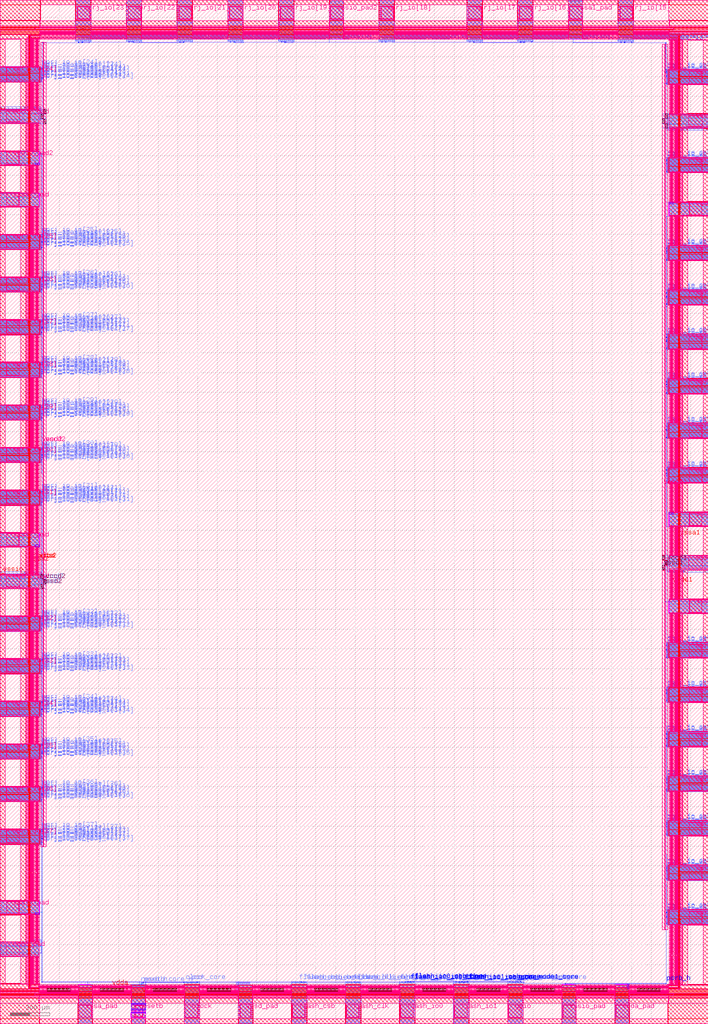
<source format=lef>
VERSION 5.7 ;
  NOWIREEXTENSIONATPIN ON ;
  DIVIDERCHAR "/" ;
  BUSBITCHARS "[]" ;
MACRO chip_io
  CLASS BLOCK ;
  FOREIGN chip_io ;
  ORIGIN 0.000 0.000 ;
  SIZE 3588.000 BY 5188.000 ;
  PIN clock
    DIRECTION INPUT ;
    USE SIGNAL ;
    PORT
      LAYER met5 ;
        RECT 938.200 32.990 1000.800 95.440 ;
    END
  END clock
  PIN clock_core
    DIRECTION OUTPUT TRISTATE ;
    USE SIGNAL ;
    PORT
      LAYER met2 ;
        RECT 936.635 208.565 936.915 210.965 ;
    END
  END clock_core
  PIN por
    DIRECTION INPUT ;
    USE SIGNAL ;
    PORT
      LAYER met2 ;
        RECT 970.215 208.565 970.495 210.965 ;
    END
  END por
  PIN flash_clk
    DIRECTION OUTPUT TRISTATE ;
    USE SIGNAL ;
    PORT
      LAYER met5 ;
        RECT 1755.200 32.990 1817.800 95.440 ;
    END
  END flash_clk
  PIN flash_clk_core
    DIRECTION INPUT ;
    USE SIGNAL ;
    PORT
      LAYER met2 ;
        RECT 1808.835 208.565 1809.115 210.965 ;
    END
  END flash_clk_core
  PIN flash_clk_ieb_core
    DIRECTION INPUT ;
    USE SIGNAL ;
    PORT
      LAYER met2 ;
        RECT 1787.215 208.565 1787.495 210.965 ;
    END
  END flash_clk_ieb_core
  PIN flash_clk_oeb_core
    DIRECTION INPUT ;
    USE SIGNAL ;
    PORT
      LAYER met2 ;
        RECT 1824.475 208.565 1824.755 210.965 ;
    END
  END flash_clk_oeb_core
  PIN flash_csb
    DIRECTION OUTPUT TRISTATE ;
    USE SIGNAL ;
    PORT
      LAYER met5 ;
        RECT 1481.200 32.990 1543.800 95.440 ;
    END
  END flash_csb
  PIN flash_csb_core
    DIRECTION INPUT ;
    USE SIGNAL ;
    PORT
      LAYER met2 ;
        RECT 1534.835 208.565 1535.115 210.965 ;
    END
  END flash_csb_core
  PIN flash_csb_ieb_core
    DIRECTION INPUT ;
    USE SIGNAL ;
    PORT
      LAYER met2 ;
        RECT 1513.215 208.565 1513.495 210.965 ;
    END
  END flash_csb_ieb_core
  PIN flash_csb_oeb_core
    DIRECTION INPUT ;
    USE SIGNAL ;
    PORT
      LAYER met2 ;
        RECT 1550.475 208.565 1550.755 210.965 ;
    END
  END flash_csb_oeb_core
  PIN flash_io0
    DIRECTION INOUT ;
    USE SIGNAL ;
    PORT
      LAYER met5 ;
        RECT 2029.200 32.990 2091.800 95.440 ;
    END
  END flash_io0
  PIN flash_io0_di_core
    DIRECTION OUTPUT TRISTATE ;
    USE SIGNAL ;
    PORT
      LAYER met2 ;
        RECT 2027.635 208.565 2027.915 210.965 ;
    END
  END flash_io0_di_core
  PIN flash_io0_do_core
    DIRECTION INPUT ;
    USE SIGNAL ;
    PORT
      LAYER met2 ;
        RECT 2082.835 208.565 2083.115 210.965 ;
    END
  END flash_io0_do_core
  PIN flash_io0_ieb_core
    DIRECTION INPUT ;
    USE SIGNAL ;
    PORT
      LAYER met1 ;
        RECT 2046.150 211.900 2046.470 211.960 ;
        RECT 2061.330 211.900 2061.650 211.960 ;
        RECT 2076.970 211.900 2077.290 211.960 ;
        RECT 2046.150 211.760 2077.290 211.900 ;
        RECT 2046.150 211.700 2046.470 211.760 ;
        RECT 2061.330 211.700 2061.650 211.760 ;
        RECT 2076.970 211.700 2077.290 211.760 ;
      LAYER via ;
        RECT 2046.180 211.700 2046.440 211.960 ;
        RECT 2061.360 211.700 2061.620 211.960 ;
        RECT 2077.000 211.700 2077.260 211.960 ;
      LAYER met2 ;
        RECT 2046.180 211.670 2046.440 211.990 ;
        RECT 2061.360 211.670 2061.620 211.990 ;
        RECT 2077.000 211.670 2077.260 211.990 ;
        RECT 2046.240 210.965 2046.380 211.670 ;
        RECT 2061.420 210.965 2061.560 211.670 ;
        RECT 2077.060 210.965 2077.200 211.670 ;
        RECT 2046.035 209.100 2046.380 210.965 ;
        RECT 2061.215 209.100 2061.560 210.965 ;
        RECT 2076.855 209.100 2077.200 210.965 ;
        RECT 2046.035 208.565 2046.315 209.100 ;
        RECT 2061.215 208.565 2061.495 209.100 ;
        RECT 2076.855 208.565 2077.135 209.100 ;
    END
  END flash_io0_ieb_core
  PIN flash_io0_oeb_core
    DIRECTION INPUT ;
    USE SIGNAL ;
    PORT
      LAYER met1 ;
        RECT 2055.350 214.280 2055.670 214.340 ;
        RECT 2098.590 214.280 2098.910 214.340 ;
        RECT 2055.350 214.140 2098.910 214.280 ;
        RECT 2055.350 214.080 2055.670 214.140 ;
        RECT 2098.590 214.080 2098.910 214.140 ;
      LAYER via ;
        RECT 2055.380 214.080 2055.640 214.340 ;
        RECT 2098.620 214.080 2098.880 214.340 ;
      LAYER met2 ;
        RECT 2055.380 214.050 2055.640 214.370 ;
        RECT 2098.620 214.050 2098.880 214.370 ;
        RECT 2055.440 210.965 2055.580 214.050 ;
        RECT 2098.680 210.965 2098.820 214.050 ;
        RECT 2055.235 209.100 2055.580 210.965 ;
        RECT 2098.475 209.100 2098.820 210.965 ;
        RECT 2055.235 208.565 2055.515 209.100 ;
        RECT 2098.475 208.565 2098.755 209.100 ;
    END
  END flash_io0_oeb_core
  PIN flash_io1
    DIRECTION INOUT ;
    USE SIGNAL ;
    PORT
      LAYER met5 ;
        RECT 2303.200 32.990 2365.800 95.440 ;
    END
  END flash_io1
  PIN flash_io1_di_core
    DIRECTION OUTPUT TRISTATE ;
    USE SIGNAL ;
    PORT
      LAYER met2 ;
        RECT 2301.635 208.565 2301.915 210.965 ;
    END
  END flash_io1_di_core
  PIN flash_io1_do_core
    DIRECTION INPUT ;
    USE SIGNAL ;
    PORT
      LAYER met2 ;
        RECT 2356.835 208.565 2357.115 210.965 ;
    END
  END flash_io1_do_core
  PIN flash_io1_ieb_core
    DIRECTION INPUT ;
    USE SIGNAL ;
    PORT
      LAYER met1 ;
        RECT 2320.770 209.340 2321.090 209.400 ;
        RECT 2335.950 209.340 2336.270 209.400 ;
        RECT 2350.210 209.340 2350.530 209.400 ;
        RECT 2320.770 209.200 2350.530 209.340 ;
        RECT 2320.770 209.140 2321.090 209.200 ;
        RECT 2335.950 209.140 2336.270 209.200 ;
        RECT 2350.210 209.140 2350.530 209.200 ;
      LAYER via ;
        RECT 2320.800 209.140 2321.060 209.400 ;
        RECT 2335.980 209.140 2336.240 209.400 ;
        RECT 2350.240 209.140 2350.500 209.400 ;
      LAYER met2 ;
        RECT 2320.035 209.170 2320.315 210.965 ;
        RECT 2320.800 209.170 2321.060 209.430 ;
        RECT 2320.035 209.110 2321.060 209.170 ;
        RECT 2335.215 209.170 2335.495 210.965 ;
        RECT 2335.980 209.170 2336.240 209.430 ;
        RECT 2335.215 209.110 2336.240 209.170 ;
        RECT 2350.240 209.170 2350.500 209.430 ;
        RECT 2350.855 209.170 2351.135 210.965 ;
        RECT 2350.240 209.110 2351.135 209.170 ;
        RECT 2320.035 209.030 2321.000 209.110 ;
        RECT 2335.215 209.030 2336.180 209.110 ;
        RECT 2350.300 209.030 2351.135 209.110 ;
        RECT 2320.035 208.565 2320.315 209.030 ;
        RECT 2335.215 208.565 2335.495 209.030 ;
        RECT 2350.855 208.565 2351.135 209.030 ;
    END
  END flash_io1_ieb_core
  PIN flash_io1_oeb_core
    DIRECTION INPUT ;
    USE SIGNAL ;
    PORT
      LAYER met1 ;
        RECT 2329.050 212.580 2329.370 212.640 ;
        RECT 2372.290 212.580 2372.610 212.640 ;
        RECT 2329.050 212.440 2372.610 212.580 ;
        RECT 2329.050 212.380 2329.370 212.440 ;
        RECT 2372.290 212.380 2372.610 212.440 ;
      LAYER via ;
        RECT 2329.080 212.380 2329.340 212.640 ;
        RECT 2372.320 212.380 2372.580 212.640 ;
      LAYER met2 ;
        RECT 2329.080 212.350 2329.340 212.670 ;
        RECT 2372.320 212.350 2372.580 212.670 ;
        RECT 2329.140 210.965 2329.280 212.350 ;
        RECT 2372.380 210.965 2372.520 212.350 ;
        RECT 2329.140 209.030 2329.515 210.965 ;
        RECT 2372.380 209.030 2372.755 210.965 ;
        RECT 2329.235 208.565 2329.515 209.030 ;
        RECT 2372.475 208.565 2372.755 209.030 ;
    END
  END flash_io1_oeb_core
  PIN gpio
    DIRECTION INOUT ;
    USE SIGNAL ;
    PORT
      LAYER met5 ;
        RECT 2577.200 32.990 2639.800 95.440 ;
    END
  END gpio
  PIN gpio_in_core
    DIRECTION OUTPUT TRISTATE ;
    USE SIGNAL ;
    PORT
      LAYER met2 ;
        RECT 2575.635 208.565 2575.915 210.965 ;
    END
  END gpio_in_core
  PIN gpio_inenb_core
    DIRECTION INPUT ;
    USE SIGNAL ;
    PORT
      LAYER met2 ;
        RECT 2609.215 208.565 2609.495 210.965 ;
    END
  END gpio_inenb_core
  PIN gpio_mode0_core
    DIRECTION INPUT ;
    USE SIGNAL ;
    PORT
      LAYER met2 ;
        RECT 2603.235 208.565 2603.515 210.965 ;
    END
  END gpio_mode0_core
  PIN gpio_mode1_core
    DIRECTION INPUT ;
    USE SIGNAL ;
    PORT
      LAYER met1 ;
        RECT 2594.010 211.900 2594.330 211.960 ;
        RECT 2624.830 211.900 2625.150 211.960 ;
        RECT 2594.010 211.760 2625.150 211.900 ;
        RECT 2594.010 211.700 2594.330 211.760 ;
        RECT 2624.830 211.700 2625.150 211.760 ;
      LAYER via ;
        RECT 2594.040 211.700 2594.300 211.960 ;
        RECT 2624.860 211.700 2625.120 211.960 ;
      LAYER met2 ;
        RECT 2594.040 211.670 2594.300 211.990 ;
        RECT 2624.860 211.670 2625.120 211.990 ;
        RECT 2594.100 210.965 2594.240 211.670 ;
        RECT 2624.920 210.965 2625.060 211.670 ;
        RECT 2594.035 208.565 2594.315 210.965 ;
        RECT 2624.855 208.565 2625.135 210.965 ;
    END
  END gpio_mode1_core
  PIN gpio_out_core
    DIRECTION INPUT ;
    USE SIGNAL ;
    PORT
      LAYER met2 ;
        RECT 2630.835 208.565 2631.115 210.965 ;
    END
  END gpio_out_core
  PIN gpio_outenb_core
    DIRECTION INPUT ;
    USE SIGNAL ;
    PORT
      LAYER met2 ;
        RECT 2646.475 208.565 2646.755 210.965 ;
    END
  END gpio_outenb_core
  PIN vccd_pad
    DIRECTION INOUT ;
    USE SIGNAL ;
    PORT
      LAYER met5 ;
        RECT 30.835 350.270 98.100 404.670 ;
    END
  END vccd_pad
  PIN vdda_pad
    DIRECTION INOUT ;
    USE SIGNAL ;
    PORT
      LAYER met5 ;
        RECT 3121.110 34.055 3181.950 94.880 ;
    END
  END vdda_pad
  PIN vddio_pad
    DIRECTION INOUT ;
    USE SIGNAL ;
    PORT
      LAYER met5 ;
        RECT 34.055 558.050 94.880 618.890 ;
    END
  END vddio_pad
  PIN vddio_pad2
    DIRECTION INOUT ;
    USE SIGNAL ;
    PORT
      LAYER met5 ;
        RECT 34.055 4356.050 94.880 4416.890 ;
    END
  END vddio_pad2
  PIN vssa_pad
    DIRECTION INOUT ;
    USE SIGNAL ;
    PORT
      LAYER met5 ;
        RECT 401.110 34.055 461.950 94.880 ;
    END
  END vssa_pad
  PIN vssd_pad
    DIRECTION INOUT ;
    USE SIGNAL ;
    PORT
      LAYER met5 ;
        RECT 1216.330 30.835 1270.730 98.100 ;
    END
  END vssd_pad
  PIN vssio_pad
    DIRECTION INOUT ;
    USE SIGNAL ;
    PORT
      LAYER met5 ;
        RECT 2852.110 34.055 2912.950 94.880 ;
    END
  END vssio_pad
  PIN vssio_pad2
    DIRECTION INOUT ;
    USE SIGNAL ;
    PORT
      LAYER met5 ;
        RECT 1674.050 5093.120 1734.890 5153.945 ;
    END
  END vssio_pad2
  PIN mprj_io[0]
    DIRECTION INOUT ;
    USE SIGNAL ;
    PORT
      LAYER met5 ;
        RECT 3492.560 506.200 3555.010 568.800 ;
    END
  END mprj_io[0]
  PIN mprj_io_analog_en[0]
    DIRECTION INPUT ;
    USE SIGNAL ;
    PORT
      LAYER met2 ;
        RECT 3377.035 529.015 3379.435 529.295 ;
    END
  END mprj_io_analog_en[0]
  PIN mprj_io_analog_pol[0]
    DIRECTION INPUT ;
    USE SIGNAL ;
    PORT
      LAYER met2 ;
        RECT 3377.035 535.455 3379.435 535.735 ;
    END
  END mprj_io_analog_pol[0]
  PIN mprj_io_analog_sel[0]
    DIRECTION INPUT ;
    USE SIGNAL ;
    PORT
      LAYER met2 ;
        RECT 3377.035 550.635 3379.435 550.915 ;
    END
  END mprj_io_analog_sel[0]
  PIN mprj_io_dm[0]
    DIRECTION INPUT ;
    USE SIGNAL ;
    PORT
      LAYER met2 ;
        RECT 3377.035 532.235 3379.435 532.515 ;
    END
  END mprj_io_dm[0]
  PIN mprj_io_dm[1]
    DIRECTION INPUT ;
    USE SIGNAL ;
    PORT
      LAYER met2 ;
        RECT 3377.035 523.035 3379.435 523.315 ;
    END
  END mprj_io_dm[1]
  PIN mprj_io_dm[2]
    DIRECTION INPUT ;
    USE SIGNAL ;
    PORT
      LAYER met2 ;
        RECT 3377.035 553.855 3379.435 554.135 ;
    END
  END mprj_io_dm[2]
  PIN mprj_io_holdover[0]
    DIRECTION INPUT ;
    USE SIGNAL ;
    PORT
      LAYER met2 ;
        RECT 3377.035 557.075 3379.435 557.355 ;
    END
  END mprj_io_holdover[0]
  PIN mprj_io_ib_mode_sel[0]
    DIRECTION INPUT ;
    USE SIGNAL ;
    PORT
      LAYER met2 ;
        RECT 3377.035 572.255 3379.435 572.535 ;
    END
  END mprj_io_ib_mode_sel[0]
  PIN mprj_io_inp_dis[0]
    DIRECTION INPUT ;
    USE SIGNAL ;
    PORT
      LAYER met2 ;
        RECT 3377.035 538.215 3379.435 538.495 ;
    END
  END mprj_io_inp_dis[0]
  PIN mprj_io_oeb[0]
    DIRECTION INPUT ;
    USE SIGNAL ;
    PORT
      LAYER met2 ;
        RECT 3377.035 575.475 3379.435 575.755 ;
    END
  END mprj_io_oeb[0]
  PIN mprj_io_out[0]
    DIRECTION INPUT ;
    USE SIGNAL ;
    PORT
      LAYER met2 ;
        RECT 3377.035 559.835 3379.435 560.115 ;
    END
  END mprj_io_out[0]
  PIN mprj_io_slow_sel[0]
    DIRECTION INPUT ;
    USE SIGNAL ;
    PORT
      LAYER met2 ;
        RECT 3377.035 513.835 3379.435 514.115 ;
    END
  END mprj_io_slow_sel[0]
  PIN mprj_io_vtrip_sel[0]
    DIRECTION INPUT ;
    USE SIGNAL ;
    PORT
      LAYER met2 ;
        RECT 3377.035 569.035 3379.435 569.315 ;
    END
  END mprj_io_vtrip_sel[0]
  PIN mprj_io_in[0]
    DIRECTION OUTPUT TRISTATE ;
    USE SIGNAL ;
    PORT
      LAYER met2 ;
        RECT 3377.035 504.635 3379.435 504.915 ;
    END
  END mprj_io_in[0]
  PIN mprj_analog_io[3]
    DIRECTION INOUT ;
    USE SIGNAL ;
    PORT
      LAYER met2 ;
        RECT 3377.035 3433.055 3379.435 3433.335 ;
    END
  END mprj_analog_io[3]
  PIN mprj_io[10]
    DIRECTION INOUT ;
    USE SIGNAL ;
    PORT
      LAYER met5 ;
        RECT 3492.560 3422.200 3555.010 3484.800 ;
    END
  END mprj_io[10]
  PIN mprj_io_analog_en[10]
    DIRECTION INPUT ;
    USE SIGNAL ;
    PORT
      LAYER met2 ;
        RECT 3377.035 3445.015 3379.435 3445.295 ;
    END
  END mprj_io_analog_en[10]
  PIN mprj_io_analog_pol[10]
    DIRECTION INPUT ;
    USE SIGNAL ;
    PORT
      LAYER met2 ;
        RECT 3377.035 3451.455 3379.435 3451.735 ;
    END
  END mprj_io_analog_pol[10]
  PIN mprj_io_analog_sel[10]
    DIRECTION INPUT ;
    USE SIGNAL ;
    PORT
      LAYER met2 ;
        RECT 3377.035 3466.635 3379.435 3466.915 ;
    END
  END mprj_io_analog_sel[10]
  PIN mprj_io_dm[30]
    DIRECTION INPUT ;
    USE SIGNAL ;
    PORT
      LAYER met2 ;
        RECT 3377.035 3448.235 3379.435 3448.515 ;
    END
  END mprj_io_dm[30]
  PIN mprj_io_dm[31]
    DIRECTION INPUT ;
    USE SIGNAL ;
    PORT
      LAYER met2 ;
        RECT 3377.035 3439.035 3379.435 3439.315 ;
    END
  END mprj_io_dm[31]
  PIN mprj_io_dm[32]
    DIRECTION INPUT ;
    USE SIGNAL ;
    PORT
      LAYER met2 ;
        RECT 3377.035 3469.855 3379.435 3470.135 ;
    END
  END mprj_io_dm[32]
  PIN mprj_io_holdover[10]
    DIRECTION INPUT ;
    USE SIGNAL ;
    PORT
      LAYER met2 ;
        RECT 3377.035 3473.075 3379.435 3473.355 ;
    END
  END mprj_io_holdover[10]
  PIN mprj_io_ib_mode_sel[10]
    DIRECTION INPUT ;
    USE SIGNAL ;
    PORT
      LAYER met2 ;
        RECT 3377.035 3488.255 3379.435 3488.535 ;
    END
  END mprj_io_ib_mode_sel[10]
  PIN mprj_io_inp_dis[10]
    DIRECTION INPUT ;
    USE SIGNAL ;
    PORT
      LAYER met2 ;
        RECT 3377.035 3454.215 3379.435 3454.495 ;
    END
  END mprj_io_inp_dis[10]
  PIN mprj_io_oeb[10]
    DIRECTION INPUT ;
    USE SIGNAL ;
    PORT
      LAYER met2 ;
        RECT 3377.035 3491.475 3379.435 3491.755 ;
    END
  END mprj_io_oeb[10]
  PIN mprj_io_out[10]
    DIRECTION INPUT ;
    USE SIGNAL ;
    PORT
      LAYER met2 ;
        RECT 3377.035 3475.835 3379.435 3476.115 ;
    END
  END mprj_io_out[10]
  PIN mprj_io_slow_sel[10]
    DIRECTION INPUT ;
    USE SIGNAL ;
    PORT
      LAYER met2 ;
        RECT 3377.035 3429.835 3379.435 3430.115 ;
    END
  END mprj_io_slow_sel[10]
  PIN mprj_io_vtrip_sel[10]
    DIRECTION INPUT ;
    USE SIGNAL ;
    PORT
      LAYER met2 ;
        RECT 3377.035 3485.035 3379.435 3485.315 ;
    END
  END mprj_io_vtrip_sel[10]
  PIN mprj_io_in[10]
    DIRECTION OUTPUT TRISTATE ;
    USE SIGNAL ;
    PORT
      LAYER met2 ;
        RECT 3377.035 3420.635 3379.435 3420.915 ;
    END
  END mprj_io_in[10]
  PIN mprj_analog_io[4]
    DIRECTION INOUT ;
    USE SIGNAL ;
    PORT
      LAYER met2 ;
        RECT 3377.035 3658.055 3379.435 3658.335 ;
    END
  END mprj_analog_io[4]
  PIN mprj_io[11]
    DIRECTION INOUT ;
    USE SIGNAL ;
    PORT
      LAYER met5 ;
        RECT 3492.560 3647.200 3555.010 3709.800 ;
    END
  END mprj_io[11]
  PIN mprj_io_analog_en[11]
    DIRECTION INPUT ;
    USE SIGNAL ;
    PORT
      LAYER met2 ;
        RECT 3377.035 3670.015 3379.435 3670.295 ;
    END
  END mprj_io_analog_en[11]
  PIN mprj_io_analog_pol[11]
    DIRECTION INPUT ;
    USE SIGNAL ;
    PORT
      LAYER met2 ;
        RECT 3377.035 3676.455 3379.435 3676.735 ;
    END
  END mprj_io_analog_pol[11]
  PIN mprj_io_analog_sel[11]
    DIRECTION INPUT ;
    USE SIGNAL ;
    PORT
      LAYER met2 ;
        RECT 3377.035 3691.635 3379.435 3691.915 ;
    END
  END mprj_io_analog_sel[11]
  PIN mprj_io_dm[33]
    DIRECTION INPUT ;
    USE SIGNAL ;
    PORT
      LAYER met2 ;
        RECT 3377.035 3673.235 3379.435 3673.515 ;
    END
  END mprj_io_dm[33]
  PIN mprj_io_dm[34]
    DIRECTION INPUT ;
    USE SIGNAL ;
    PORT
      LAYER met2 ;
        RECT 3377.035 3664.035 3379.435 3664.315 ;
    END
  END mprj_io_dm[34]
  PIN mprj_io_dm[35]
    DIRECTION INPUT ;
    USE SIGNAL ;
    PORT
      LAYER met2 ;
        RECT 3377.035 3694.855 3379.435 3695.135 ;
    END
  END mprj_io_dm[35]
  PIN mprj_io_holdover[11]
    DIRECTION INPUT ;
    USE SIGNAL ;
    PORT
      LAYER met2 ;
        RECT 3377.035 3698.075 3379.435 3698.355 ;
    END
  END mprj_io_holdover[11]
  PIN mprj_io_ib_mode_sel[11]
    DIRECTION INPUT ;
    USE SIGNAL ;
    PORT
      LAYER met2 ;
        RECT 3377.035 3713.255 3379.435 3713.535 ;
    END
  END mprj_io_ib_mode_sel[11]
  PIN mprj_io_inp_dis[11]
    DIRECTION INPUT ;
    USE SIGNAL ;
    PORT
      LAYER met2 ;
        RECT 3377.035 3679.215 3379.435 3679.495 ;
    END
  END mprj_io_inp_dis[11]
  PIN mprj_io_oeb[11]
    DIRECTION INPUT ;
    USE SIGNAL ;
    PORT
      LAYER met2 ;
        RECT 3377.035 3716.475 3379.435 3716.755 ;
    END
  END mprj_io_oeb[11]
  PIN mprj_io_out[11]
    DIRECTION INPUT ;
    USE SIGNAL ;
    PORT
      LAYER met2 ;
        RECT 3377.035 3700.835 3379.435 3701.115 ;
    END
  END mprj_io_out[11]
  PIN mprj_io_slow_sel[11]
    DIRECTION INPUT ;
    USE SIGNAL ;
    PORT
      LAYER met2 ;
        RECT 3377.035 3654.835 3379.435 3655.115 ;
    END
  END mprj_io_slow_sel[11]
  PIN mprj_io_vtrip_sel[11]
    DIRECTION INPUT ;
    USE SIGNAL ;
    PORT
      LAYER met2 ;
        RECT 3377.035 3710.035 3379.435 3710.315 ;
    END
  END mprj_io_vtrip_sel[11]
  PIN mprj_io_in[11]
    DIRECTION OUTPUT TRISTATE ;
    USE SIGNAL ;
    PORT
      LAYER met2 ;
        RECT 3377.035 3645.635 3379.435 3645.915 ;
    END
  END mprj_io_in[11]
  PIN mprj_analog_io[5]
    DIRECTION INOUT ;
    USE SIGNAL ;
    PORT
      LAYER met2 ;
        RECT 3377.035 3883.055 3379.435 3883.335 ;
    END
  END mprj_analog_io[5]
  PIN mprj_io[12]
    DIRECTION INOUT ;
    USE SIGNAL ;
    PORT
      LAYER met5 ;
        RECT 3492.560 3872.200 3555.010 3934.800 ;
    END
  END mprj_io[12]
  PIN mprj_io_analog_en[12]
    DIRECTION INPUT ;
    USE SIGNAL ;
    PORT
      LAYER met2 ;
        RECT 3377.035 3895.015 3379.435 3895.295 ;
    END
  END mprj_io_analog_en[12]
  PIN mprj_io_analog_pol[12]
    DIRECTION INPUT ;
    USE SIGNAL ;
    PORT
      LAYER met2 ;
        RECT 3377.035 3901.455 3379.435 3901.735 ;
    END
  END mprj_io_analog_pol[12]
  PIN mprj_io_analog_sel[12]
    DIRECTION INPUT ;
    USE SIGNAL ;
    PORT
      LAYER met2 ;
        RECT 3377.035 3916.635 3379.435 3916.915 ;
    END
  END mprj_io_analog_sel[12]
  PIN mprj_io_dm[36]
    DIRECTION INPUT ;
    USE SIGNAL ;
    PORT
      LAYER met2 ;
        RECT 3377.035 3898.235 3379.435 3898.515 ;
    END
  END mprj_io_dm[36]
  PIN mprj_io_dm[37]
    DIRECTION INPUT ;
    USE SIGNAL ;
    PORT
      LAYER met2 ;
        RECT 3377.035 3889.035 3379.435 3889.315 ;
    END
  END mprj_io_dm[37]
  PIN mprj_io_dm[38]
    DIRECTION INPUT ;
    USE SIGNAL ;
    PORT
      LAYER met2 ;
        RECT 3377.035 3919.855 3379.435 3920.135 ;
    END
  END mprj_io_dm[38]
  PIN mprj_io_holdover[12]
    DIRECTION INPUT ;
    USE SIGNAL ;
    PORT
      LAYER met2 ;
        RECT 3377.035 3923.075 3379.435 3923.355 ;
    END
  END mprj_io_holdover[12]
  PIN mprj_io_ib_mode_sel[12]
    DIRECTION INPUT ;
    USE SIGNAL ;
    PORT
      LAYER met2 ;
        RECT 3377.035 3938.255 3379.435 3938.535 ;
    END
  END mprj_io_ib_mode_sel[12]
  PIN mprj_io_inp_dis[12]
    DIRECTION INPUT ;
    USE SIGNAL ;
    PORT
      LAYER met2 ;
        RECT 3377.035 3904.215 3379.435 3904.495 ;
    END
  END mprj_io_inp_dis[12]
  PIN mprj_io_oeb[12]
    DIRECTION INPUT ;
    USE SIGNAL ;
    PORT
      LAYER met2 ;
        RECT 3377.035 3941.475 3379.435 3941.755 ;
    END
  END mprj_io_oeb[12]
  PIN mprj_io_out[12]
    DIRECTION INPUT ;
    USE SIGNAL ;
    PORT
      LAYER met2 ;
        RECT 3377.035 3925.835 3379.435 3926.115 ;
    END
  END mprj_io_out[12]
  PIN mprj_io_slow_sel[12]
    DIRECTION INPUT ;
    USE SIGNAL ;
    PORT
      LAYER met2 ;
        RECT 3377.035 3879.835 3379.435 3880.115 ;
    END
  END mprj_io_slow_sel[12]
  PIN mprj_io_vtrip_sel[12]
    DIRECTION INPUT ;
    USE SIGNAL ;
    PORT
      LAYER met2 ;
        RECT 3377.035 3935.035 3379.435 3935.315 ;
    END
  END mprj_io_vtrip_sel[12]
  PIN mprj_io_in[12]
    DIRECTION OUTPUT TRISTATE ;
    USE SIGNAL ;
    PORT
      LAYER met2 ;
        RECT 3377.035 3870.635 3379.435 3870.915 ;
    END
  END mprj_io_in[12]
  PIN mprj_analog_io[6]
    DIRECTION INOUT ;
    USE SIGNAL ;
    PORT
      LAYER met2 ;
        RECT 3377.035 4329.055 3379.435 4329.335 ;
    END
  END mprj_analog_io[6]
  PIN mprj_io[13]
    DIRECTION INOUT ;
    USE SIGNAL ;
    PORT
      LAYER met5 ;
        RECT 3492.560 4318.200 3555.010 4380.800 ;
    END
  END mprj_io[13]
  PIN mprj_io_analog_en[13]
    DIRECTION INPUT ;
    USE SIGNAL ;
    PORT
      LAYER met2 ;
        RECT 3377.035 4341.015 3379.435 4341.295 ;
    END
  END mprj_io_analog_en[13]
  PIN mprj_io_analog_pol[13]
    DIRECTION INPUT ;
    USE SIGNAL ;
    PORT
      LAYER met2 ;
        RECT 3377.035 4347.455 3379.435 4347.735 ;
    END
  END mprj_io_analog_pol[13]
  PIN mprj_io_analog_sel[13]
    DIRECTION INPUT ;
    USE SIGNAL ;
    PORT
      LAYER met2 ;
        RECT 3377.035 4362.635 3379.435 4362.915 ;
    END
  END mprj_io_analog_sel[13]
  PIN mprj_io_dm[39]
    DIRECTION INPUT ;
    USE SIGNAL ;
    PORT
      LAYER met2 ;
        RECT 3377.035 4344.235 3379.435 4344.515 ;
    END
  END mprj_io_dm[39]
  PIN mprj_io_dm[40]
    DIRECTION INPUT ;
    USE SIGNAL ;
    PORT
      LAYER met2 ;
        RECT 3377.035 4335.035 3379.435 4335.315 ;
    END
  END mprj_io_dm[40]
  PIN mprj_io_dm[41]
    DIRECTION INPUT ;
    USE SIGNAL ;
    PORT
      LAYER met2 ;
        RECT 3377.035 4365.855 3379.435 4366.135 ;
    END
  END mprj_io_dm[41]
  PIN mprj_io_holdover[13]
    DIRECTION INPUT ;
    USE SIGNAL ;
    PORT
      LAYER met2 ;
        RECT 3377.035 4369.075 3379.435 4369.355 ;
    END
  END mprj_io_holdover[13]
  PIN mprj_io_ib_mode_sel[13]
    DIRECTION INPUT ;
    USE SIGNAL ;
    PORT
      LAYER met2 ;
        RECT 3377.035 4384.255 3379.435 4384.535 ;
    END
  END mprj_io_ib_mode_sel[13]
  PIN mprj_io_inp_dis[13]
    DIRECTION INPUT ;
    USE SIGNAL ;
    PORT
      LAYER met2 ;
        RECT 3377.035 4350.215 3379.435 4350.495 ;
    END
  END mprj_io_inp_dis[13]
  PIN mprj_io_oeb[13]
    DIRECTION INPUT ;
    USE SIGNAL ;
    PORT
      LAYER met2 ;
        RECT 3377.035 4387.475 3379.435 4387.755 ;
    END
  END mprj_io_oeb[13]
  PIN mprj_io_out[13]
    DIRECTION INPUT ;
    USE SIGNAL ;
    PORT
      LAYER met2 ;
        RECT 3377.035 4371.835 3379.435 4372.115 ;
    END
  END mprj_io_out[13]
  PIN mprj_io_slow_sel[13]
    DIRECTION INPUT ;
    USE SIGNAL ;
    PORT
      LAYER met2 ;
        RECT 3377.035 4325.835 3379.435 4326.115 ;
    END
  END mprj_io_slow_sel[13]
  PIN mprj_io_vtrip_sel[13]
    DIRECTION INPUT ;
    USE SIGNAL ;
    PORT
      LAYER met2 ;
        RECT 3377.035 4381.035 3379.435 4381.315 ;
    END
  END mprj_io_vtrip_sel[13]
  PIN mprj_io_in[13]
    DIRECTION OUTPUT TRISTATE ;
    USE SIGNAL ;
    PORT
      LAYER met2 ;
        RECT 3377.035 4316.635 3379.435 4316.915 ;
    END
  END mprj_io_in[13]
  PIN mprj_analog_io[7]
    DIRECTION INOUT ;
    USE SIGNAL ;
    PORT
      LAYER met2 ;
        RECT 3377.035 4775.055 3379.435 4775.335 ;
    END
  END mprj_analog_io[7]
  PIN mprj_io[14]
    DIRECTION INOUT ;
    USE SIGNAL ;
    PORT
      LAYER met5 ;
        RECT 3492.560 4764.200 3555.010 4826.800 ;
    END
  END mprj_io[14]
  PIN mprj_io_analog_en[14]
    DIRECTION INPUT ;
    USE SIGNAL ;
    PORT
      LAYER met2 ;
        RECT 3377.035 4787.015 3379.435 4787.295 ;
    END
  END mprj_io_analog_en[14]
  PIN mprj_io_analog_pol[14]
    DIRECTION INPUT ;
    USE SIGNAL ;
    PORT
      LAYER met2 ;
        RECT 3377.035 4793.455 3379.435 4793.735 ;
    END
  END mprj_io_analog_pol[14]
  PIN mprj_io_analog_sel[14]
    DIRECTION INPUT ;
    USE SIGNAL ;
    PORT
      LAYER met2 ;
        RECT 3377.035 4808.635 3379.435 4808.915 ;
    END
  END mprj_io_analog_sel[14]
  PIN mprj_io_dm[42]
    DIRECTION INPUT ;
    USE SIGNAL ;
    PORT
      LAYER met2 ;
        RECT 3377.035 4790.235 3379.435 4790.515 ;
    END
  END mprj_io_dm[42]
  PIN mprj_io_dm[43]
    DIRECTION INPUT ;
    USE SIGNAL ;
    PORT
      LAYER met2 ;
        RECT 3377.035 4781.035 3379.435 4781.315 ;
    END
  END mprj_io_dm[43]
  PIN mprj_io_dm[44]
    DIRECTION INPUT ;
    USE SIGNAL ;
    PORT
      LAYER met2 ;
        RECT 3377.035 4811.855 3379.435 4812.135 ;
    END
  END mprj_io_dm[44]
  PIN mprj_io_holdover[14]
    DIRECTION INPUT ;
    USE SIGNAL ;
    PORT
      LAYER met2 ;
        RECT 3377.035 4815.075 3379.435 4815.355 ;
    END
  END mprj_io_holdover[14]
  PIN mprj_io_ib_mode_sel[14]
    DIRECTION INPUT ;
    USE SIGNAL ;
    PORT
      LAYER met2 ;
        RECT 3377.035 4830.255 3379.435 4830.535 ;
    END
  END mprj_io_ib_mode_sel[14]
  PIN mprj_io_inp_dis[14]
    DIRECTION INPUT ;
    USE SIGNAL ;
    PORT
      LAYER met2 ;
        RECT 3377.035 4796.215 3379.435 4796.495 ;
    END
  END mprj_io_inp_dis[14]
  PIN mprj_io_oeb[14]
    DIRECTION INPUT ;
    USE SIGNAL ;
    PORT
      LAYER met2 ;
        RECT 3377.035 4833.475 3379.435 4833.755 ;
    END
  END mprj_io_oeb[14]
  PIN mprj_io_out[14]
    DIRECTION INPUT ;
    USE SIGNAL ;
    PORT
      LAYER met2 ;
        RECT 3377.035 4817.835 3379.435 4818.115 ;
    END
  END mprj_io_out[14]
  PIN mprj_io_slow_sel[14]
    DIRECTION INPUT ;
    USE SIGNAL ;
    PORT
      LAYER met2 ;
        RECT 3377.035 4771.835 3379.435 4772.115 ;
    END
  END mprj_io_slow_sel[14]
  PIN mprj_io_vtrip_sel[14]
    DIRECTION INPUT ;
    USE SIGNAL ;
    PORT
      LAYER met2 ;
        RECT 3377.035 4827.035 3379.435 4827.315 ;
    END
  END mprj_io_vtrip_sel[14]
  PIN mprj_io_in[14]
    DIRECTION OUTPUT TRISTATE ;
    USE SIGNAL ;
    PORT
      LAYER met2 ;
        RECT 3377.035 4762.635 3379.435 4762.915 ;
    END
  END mprj_io_in[14]
  PIN mprj_analog_io[8]
    DIRECTION INOUT ;
    USE SIGNAL ;
    PORT
      LAYER met2 ;
        RECT 3192.665 4977.035 3192.945 4979.435 ;
    END
  END mprj_analog_io[8]
  PIN mprj_io[15]
    DIRECTION INOUT ;
    USE SIGNAL ;
    PORT
      LAYER met5 ;
        RECT 3141.200 5092.560 3203.800 5155.010 ;
    END
  END mprj_io[15]
  PIN mprj_io_analog_en[15]
    DIRECTION INPUT ;
    USE SIGNAL ;
    PORT
      LAYER met2 ;
        RECT 3180.705 4977.035 3180.985 4979.435 ;
    END
  END mprj_io_analog_en[15]
  PIN mprj_io_analog_pol[15]
    DIRECTION INPUT ;
    USE SIGNAL ;
    PORT
      LAYER met2 ;
        RECT 3174.265 4977.035 3174.545 4979.435 ;
    END
  END mprj_io_analog_pol[15]
  PIN mprj_io_analog_sel[15]
    DIRECTION INPUT ;
    USE SIGNAL ;
    PORT
      LAYER met2 ;
        RECT 3159.085 4977.035 3159.365 4979.435 ;
    END
  END mprj_io_analog_sel[15]
  PIN mprj_io_dm[45]
    DIRECTION INPUT ;
    USE SIGNAL ;
    PORT
      LAYER met2 ;
        RECT 3177.485 4977.035 3177.765 4979.435 ;
    END
  END mprj_io_dm[45]
  PIN mprj_io_dm[46]
    DIRECTION INPUT ;
    USE SIGNAL ;
    PORT
      LAYER met2 ;
        RECT 3186.685 4977.035 3186.965 4979.435 ;
    END
  END mprj_io_dm[46]
  PIN mprj_io_dm[47]
    DIRECTION INPUT ;
    USE SIGNAL ;
    PORT
      LAYER met2 ;
        RECT 3155.865 4977.035 3156.145 4979.435 ;
    END
  END mprj_io_dm[47]
  PIN mprj_io_holdover[15]
    DIRECTION INPUT ;
    USE SIGNAL ;
    PORT
      LAYER met2 ;
        RECT 3152.645 4977.035 3152.925 4979.435 ;
    END
  END mprj_io_holdover[15]
  PIN mprj_io_ib_mode_sel[15]
    DIRECTION INPUT ;
    USE SIGNAL ;
    PORT
      LAYER met2 ;
        RECT 3137.465 4977.035 3137.745 4979.435 ;
    END
  END mprj_io_ib_mode_sel[15]
  PIN mprj_io_inp_dis[15]
    DIRECTION INPUT ;
    USE SIGNAL ;
    PORT
      LAYER met2 ;
        RECT 3171.505 4977.035 3171.785 4979.435 ;
    END
  END mprj_io_inp_dis[15]
  PIN mprj_io_oeb[15]
    DIRECTION INPUT ;
    USE SIGNAL ;
    PORT
      LAYER met2 ;
        RECT 3134.245 4977.035 3134.525 4979.435 ;
    END
  END mprj_io_oeb[15]
  PIN mprj_io_out[15]
    DIRECTION INPUT ;
    USE SIGNAL ;
    PORT
      LAYER met2 ;
        RECT 3149.885 4977.035 3150.165 4979.435 ;
    END
  END mprj_io_out[15]
  PIN mprj_io_slow_sel[15]
    DIRECTION INPUT ;
    USE SIGNAL ;
    PORT
      LAYER met2 ;
        RECT 3195.885 4977.035 3196.165 4979.435 ;
    END
  END mprj_io_slow_sel[15]
  PIN mprj_io_vtrip_sel[15]
    DIRECTION INPUT ;
    USE SIGNAL ;
    PORT
      LAYER met2 ;
        RECT 3140.685 4977.035 3140.965 4979.435 ;
    END
  END mprj_io_vtrip_sel[15]
  PIN mprj_io_in[15]
    DIRECTION OUTPUT TRISTATE ;
    USE SIGNAL ;
    PORT
      LAYER met2 ;
        RECT 3205.085 4977.035 3205.365 4979.435 ;
    END
  END mprj_io_in[15]
  PIN mprj_analog_io[9]
    DIRECTION INOUT ;
    USE SIGNAL ;
    PORT
      LAYER met2 ;
        RECT 2683.665 4977.035 2683.945 4979.435 ;
    END
  END mprj_analog_io[9]
  PIN mprj_io[16]
    DIRECTION INOUT ;
    USE SIGNAL ;
    PORT
      LAYER met5 ;
        RECT 2632.200 5092.560 2694.800 5155.010 ;
    END
  END mprj_io[16]
  PIN mprj_io_analog_en[16]
    DIRECTION INPUT ;
    USE SIGNAL ;
    PORT
      LAYER met2 ;
        RECT 2671.705 4977.035 2671.985 4979.435 ;
    END
  END mprj_io_analog_en[16]
  PIN mprj_io_analog_pol[16]
    DIRECTION INPUT ;
    USE SIGNAL ;
    PORT
      LAYER met2 ;
        RECT 2665.265 4977.035 2665.545 4979.435 ;
    END
  END mprj_io_analog_pol[16]
  PIN mprj_io_analog_sel[16]
    DIRECTION INPUT ;
    USE SIGNAL ;
    PORT
      LAYER met2 ;
        RECT 2650.085 4977.035 2650.365 4979.435 ;
    END
  END mprj_io_analog_sel[16]
  PIN mprj_io_dm[48]
    DIRECTION INPUT ;
    USE SIGNAL ;
    PORT
      LAYER met2 ;
        RECT 2668.485 4977.035 2668.765 4979.435 ;
    END
  END mprj_io_dm[48]
  PIN mprj_io_dm[49]
    DIRECTION INPUT ;
    USE SIGNAL ;
    PORT
      LAYER met2 ;
        RECT 2677.685 4977.035 2677.965 4979.435 ;
    END
  END mprj_io_dm[49]
  PIN mprj_io_dm[50]
    DIRECTION INPUT ;
    USE SIGNAL ;
    PORT
      LAYER met2 ;
        RECT 2646.865 4977.035 2647.145 4979.435 ;
    END
  END mprj_io_dm[50]
  PIN mprj_io_holdover[16]
    DIRECTION INPUT ;
    USE SIGNAL ;
    PORT
      LAYER met2 ;
        RECT 2643.645 4977.035 2643.925 4979.435 ;
    END
  END mprj_io_holdover[16]
  PIN mprj_io_ib_mode_sel[16]
    DIRECTION INPUT ;
    USE SIGNAL ;
    PORT
      LAYER met2 ;
        RECT 2628.465 4977.035 2628.745 4979.435 ;
    END
  END mprj_io_ib_mode_sel[16]
  PIN mprj_io_inp_dis[16]
    DIRECTION INPUT ;
    USE SIGNAL ;
    PORT
      LAYER met2 ;
        RECT 2662.505 4977.035 2662.785 4979.435 ;
    END
  END mprj_io_inp_dis[16]
  PIN mprj_io_oeb[16]
    DIRECTION INPUT ;
    USE SIGNAL ;
    PORT
      LAYER met2 ;
        RECT 2625.245 4977.035 2625.525 4979.435 ;
    END
  END mprj_io_oeb[16]
  PIN mprj_io_out[16]
    DIRECTION INPUT ;
    USE SIGNAL ;
    PORT
      LAYER met2 ;
        RECT 2640.885 4977.035 2641.165 4979.435 ;
    END
  END mprj_io_out[16]
  PIN mprj_io_slow_sel[16]
    DIRECTION INPUT ;
    USE SIGNAL ;
    PORT
      LAYER met2 ;
        RECT 2686.885 4977.035 2687.165 4979.435 ;
    END
  END mprj_io_slow_sel[16]
  PIN mprj_io_vtrip_sel[16]
    DIRECTION INPUT ;
    USE SIGNAL ;
    PORT
      LAYER met2 ;
        RECT 2631.685 4977.035 2631.965 4979.435 ;
    END
  END mprj_io_vtrip_sel[16]
  PIN mprj_io_in[16]
    DIRECTION OUTPUT TRISTATE ;
    USE SIGNAL ;
    PORT
      LAYER met2 ;
        RECT 2696.085 4977.035 2696.365 4979.435 ;
    END
  END mprj_io_in[16]
  PIN mprj_analog_io[10]
    DIRECTION INOUT ;
    USE SIGNAL ;
    PORT
      LAYER met2 ;
        RECT 2426.665 4977.035 2426.945 4979.435 ;
    END
  END mprj_analog_io[10]
  PIN mprj_io[17]
    DIRECTION INOUT ;
    USE SIGNAL ;
    PORT
      LAYER met5 ;
        RECT 2375.200 5092.560 2437.800 5155.010 ;
    END
  END mprj_io[17]
  PIN mprj_io_analog_en[17]
    DIRECTION INPUT ;
    USE SIGNAL ;
    PORT
      LAYER met2 ;
        RECT 2414.705 4977.035 2414.985 4979.435 ;
    END
  END mprj_io_analog_en[17]
  PIN mprj_io_analog_pol[17]
    DIRECTION INPUT ;
    USE SIGNAL ;
    PORT
      LAYER met2 ;
        RECT 2408.265 4977.035 2408.545 4979.435 ;
    END
  END mprj_io_analog_pol[17]
  PIN mprj_io_analog_sel[17]
    DIRECTION INPUT ;
    USE SIGNAL ;
    PORT
      LAYER met2 ;
        RECT 2393.085 4977.035 2393.365 4979.435 ;
    END
  END mprj_io_analog_sel[17]
  PIN mprj_io_dm[51]
    DIRECTION INPUT ;
    USE SIGNAL ;
    PORT
      LAYER met2 ;
        RECT 2411.485 4977.035 2411.765 4979.435 ;
    END
  END mprj_io_dm[51]
  PIN mprj_io_dm[52]
    DIRECTION INPUT ;
    USE SIGNAL ;
    PORT
      LAYER met2 ;
        RECT 2420.685 4977.035 2420.965 4979.435 ;
    END
  END mprj_io_dm[52]
  PIN mprj_io_dm[53]
    DIRECTION INPUT ;
    USE SIGNAL ;
    PORT
      LAYER met2 ;
        RECT 2389.865 4977.035 2390.145 4979.435 ;
    END
  END mprj_io_dm[53]
  PIN mprj_io_holdover[17]
    DIRECTION INPUT ;
    USE SIGNAL ;
    PORT
      LAYER met2 ;
        RECT 2386.645 4977.035 2386.925 4979.435 ;
    END
  END mprj_io_holdover[17]
  PIN mprj_io_ib_mode_sel[17]
    DIRECTION INPUT ;
    USE SIGNAL ;
    PORT
      LAYER met2 ;
        RECT 2371.465 4977.035 2371.745 4979.435 ;
    END
  END mprj_io_ib_mode_sel[17]
  PIN mprj_io_inp_dis[17]
    DIRECTION INPUT ;
    USE SIGNAL ;
    PORT
      LAYER met2 ;
        RECT 2405.505 4977.035 2405.785 4979.435 ;
    END
  END mprj_io_inp_dis[17]
  PIN mprj_io_oeb[17]
    DIRECTION INPUT ;
    USE SIGNAL ;
    PORT
      LAYER met2 ;
        RECT 2368.245 4977.035 2368.525 4979.435 ;
    END
  END mprj_io_oeb[17]
  PIN mprj_io_out[17]
    DIRECTION INPUT ;
    USE SIGNAL ;
    PORT
      LAYER met2 ;
        RECT 2383.885 4977.035 2384.165 4979.435 ;
    END
  END mprj_io_out[17]
  PIN mprj_io_slow_sel[17]
    DIRECTION INPUT ;
    USE SIGNAL ;
    PORT
      LAYER met2 ;
        RECT 2429.885 4977.035 2430.165 4979.435 ;
    END
  END mprj_io_slow_sel[17]
  PIN mprj_io_vtrip_sel[17]
    DIRECTION INPUT ;
    USE SIGNAL ;
    PORT
      LAYER met2 ;
        RECT 2374.685 4977.035 2374.965 4979.435 ;
    END
  END mprj_io_vtrip_sel[17]
  PIN mprj_io_in[17]
    DIRECTION OUTPUT TRISTATE ;
    USE SIGNAL ;
    PORT
      LAYER met2 ;
        RECT 2439.085 4977.035 2439.365 4979.435 ;
    END
  END mprj_io_in[17]
  PIN mprj_analog_io[11]
    DIRECTION INOUT ;
    USE SIGNAL ;
    PORT
      LAYER met2 ;
        RECT 1981.665 4977.035 1981.945 4979.435 ;
    END
  END mprj_analog_io[11]
  PIN mprj_io[18]
    DIRECTION INOUT ;
    USE SIGNAL ;
    PORT
      LAYER met5 ;
        RECT 1930.200 5092.560 1992.800 5155.010 ;
    END
  END mprj_io[18]
  PIN mprj_io_analog_en[18]
    DIRECTION INPUT ;
    USE SIGNAL ;
    PORT
      LAYER met2 ;
        RECT 1969.705 4977.035 1969.985 4979.435 ;
    END
  END mprj_io_analog_en[18]
  PIN mprj_io_analog_pol[18]
    DIRECTION INPUT ;
    USE SIGNAL ;
    PORT
      LAYER met2 ;
        RECT 1963.265 4977.035 1963.545 4979.435 ;
    END
  END mprj_io_analog_pol[18]
  PIN mprj_io_analog_sel[18]
    DIRECTION INPUT ;
    USE SIGNAL ;
    PORT
      LAYER met2 ;
        RECT 1948.085 4977.035 1948.365 4979.435 ;
    END
  END mprj_io_analog_sel[18]
  PIN mprj_io_dm[54]
    DIRECTION INPUT ;
    USE SIGNAL ;
    PORT
      LAYER met2 ;
        RECT 1966.485 4977.035 1966.765 4979.435 ;
    END
  END mprj_io_dm[54]
  PIN mprj_io_dm[55]
    DIRECTION INPUT ;
    USE SIGNAL ;
    PORT
      LAYER met2 ;
        RECT 1975.685 4977.035 1975.965 4979.435 ;
    END
  END mprj_io_dm[55]
  PIN mprj_io_dm[56]
    DIRECTION INPUT ;
    USE SIGNAL ;
    PORT
      LAYER met2 ;
        RECT 1944.865 4977.035 1945.145 4979.435 ;
    END
  END mprj_io_dm[56]
  PIN mprj_io_holdover[18]
    DIRECTION INPUT ;
    USE SIGNAL ;
    PORT
      LAYER met2 ;
        RECT 1941.645 4977.035 1941.925 4979.435 ;
    END
  END mprj_io_holdover[18]
  PIN mprj_io_ib_mode_sel[18]
    DIRECTION INPUT ;
    USE SIGNAL ;
    PORT
      LAYER met2 ;
        RECT 1926.465 4977.035 1926.745 4979.435 ;
    END
  END mprj_io_ib_mode_sel[18]
  PIN mprj_io_inp_dis[18]
    DIRECTION INPUT ;
    USE SIGNAL ;
    PORT
      LAYER met2 ;
        RECT 1960.505 4977.035 1960.785 4979.435 ;
    END
  END mprj_io_inp_dis[18]
  PIN mprj_io_oeb[18]
    DIRECTION INPUT ;
    USE SIGNAL ;
    PORT
      LAYER met2 ;
        RECT 1923.245 4977.035 1923.525 4979.435 ;
    END
  END mprj_io_oeb[18]
  PIN mprj_io_out[18]
    DIRECTION INPUT ;
    USE SIGNAL ;
    PORT
      LAYER met2 ;
        RECT 1938.885 4977.035 1939.165 4979.435 ;
    END
  END mprj_io_out[18]
  PIN mprj_io_slow_sel[18]
    DIRECTION INPUT ;
    USE SIGNAL ;
    PORT
      LAYER met2 ;
        RECT 1984.885 4977.035 1985.165 4979.435 ;
    END
  END mprj_io_slow_sel[18]
  PIN mprj_io_vtrip_sel[18]
    DIRECTION INPUT ;
    USE SIGNAL ;
    PORT
      LAYER met2 ;
        RECT 1929.685 4977.035 1929.965 4979.435 ;
    END
  END mprj_io_vtrip_sel[18]
  PIN mprj_io_in[18]
    DIRECTION OUTPUT TRISTATE ;
    USE SIGNAL ;
    PORT
      LAYER met2 ;
        RECT 1994.085 4977.035 1994.365 4979.435 ;
    END
  END mprj_io_in[18]
  PIN mprj_io[1]
    DIRECTION INOUT ;
    USE SIGNAL ;
    PORT
      LAYER met5 ;
        RECT 3492.560 732.200 3555.010 794.800 ;
    END
  END mprj_io[1]
  PIN mprj_io_analog_en[1]
    DIRECTION INPUT ;
    USE SIGNAL ;
    PORT
      LAYER met2 ;
        RECT 3377.035 755.015 3379.435 755.295 ;
    END
  END mprj_io_analog_en[1]
  PIN mprj_io_analog_pol[1]
    DIRECTION INPUT ;
    USE SIGNAL ;
    PORT
      LAYER met2 ;
        RECT 3377.035 761.455 3379.435 761.735 ;
    END
  END mprj_io_analog_pol[1]
  PIN mprj_io_analog_sel[1]
    DIRECTION INPUT ;
    USE SIGNAL ;
    PORT
      LAYER met2 ;
        RECT 3377.035 776.635 3379.435 776.915 ;
    END
  END mprj_io_analog_sel[1]
  PIN mprj_io_dm[3]
    DIRECTION INPUT ;
    USE SIGNAL ;
    PORT
      LAYER met2 ;
        RECT 3377.035 758.235 3379.435 758.515 ;
    END
  END mprj_io_dm[3]
  PIN mprj_io_dm[4]
    DIRECTION INPUT ;
    USE SIGNAL ;
    PORT
      LAYER met2 ;
        RECT 3377.035 749.035 3379.435 749.315 ;
    END
  END mprj_io_dm[4]
  PIN mprj_io_dm[5]
    DIRECTION INPUT ;
    USE SIGNAL ;
    PORT
      LAYER met2 ;
        RECT 3377.035 779.855 3379.435 780.135 ;
    END
  END mprj_io_dm[5]
  PIN mprj_io_holdover[1]
    DIRECTION INPUT ;
    USE SIGNAL ;
    PORT
      LAYER met2 ;
        RECT 3377.035 783.075 3379.435 783.355 ;
    END
  END mprj_io_holdover[1]
  PIN mprj_io_ib_mode_sel[1]
    DIRECTION INPUT ;
    USE SIGNAL ;
    PORT
      LAYER met2 ;
        RECT 3377.035 798.255 3379.435 798.535 ;
    END
  END mprj_io_ib_mode_sel[1]
  PIN mprj_io_inp_dis[1]
    DIRECTION INPUT ;
    USE SIGNAL ;
    PORT
      LAYER met2 ;
        RECT 3377.035 764.215 3379.435 764.495 ;
    END
  END mprj_io_inp_dis[1]
  PIN mprj_io_oeb[1]
    DIRECTION INPUT ;
    USE SIGNAL ;
    PORT
      LAYER met2 ;
        RECT 3377.035 801.475 3379.435 801.755 ;
    END
  END mprj_io_oeb[1]
  PIN mprj_io_out[1]
    DIRECTION INPUT ;
    USE SIGNAL ;
    PORT
      LAYER met2 ;
        RECT 3377.035 785.835 3379.435 786.115 ;
    END
  END mprj_io_out[1]
  PIN mprj_io_slow_sel[1]
    DIRECTION INPUT ;
    USE SIGNAL ;
    PORT
      LAYER met2 ;
        RECT 3377.035 739.835 3379.435 740.115 ;
    END
  END mprj_io_slow_sel[1]
  PIN mprj_io_vtrip_sel[1]
    DIRECTION INPUT ;
    USE SIGNAL ;
    PORT
      LAYER met2 ;
        RECT 3377.035 795.035 3379.435 795.315 ;
    END
  END mprj_io_vtrip_sel[1]
  PIN mprj_io_in[1]
    DIRECTION OUTPUT TRISTATE ;
    USE SIGNAL ;
    PORT
      LAYER met2 ;
        RECT 3377.035 730.635 3379.435 730.915 ;
    END
  END mprj_io_in[1]
  PIN mprj_io[2]
    DIRECTION INOUT ;
    USE SIGNAL ;
    PORT
      LAYER met5 ;
        RECT 3492.560 957.200 3555.010 1019.800 ;
    END
  END mprj_io[2]
  PIN mprj_io_analog_en[2]
    DIRECTION INPUT ;
    USE SIGNAL ;
    PORT
      LAYER met2 ;
        RECT 3377.035 980.015 3379.435 980.295 ;
    END
  END mprj_io_analog_en[2]
  PIN mprj_io_analog_pol[2]
    DIRECTION INPUT ;
    USE SIGNAL ;
    PORT
      LAYER met2 ;
        RECT 3377.035 986.455 3379.435 986.735 ;
    END
  END mprj_io_analog_pol[2]
  PIN mprj_io_analog_sel[2]
    DIRECTION INPUT ;
    USE SIGNAL ;
    PORT
      LAYER met2 ;
        RECT 3377.035 1001.635 3379.435 1001.915 ;
    END
  END mprj_io_analog_sel[2]
  PIN mprj_io_dm[6]
    DIRECTION INPUT ;
    USE SIGNAL ;
    PORT
      LAYER met2 ;
        RECT 3377.035 983.235 3379.435 983.515 ;
    END
  END mprj_io_dm[6]
  PIN mprj_io_dm[7]
    DIRECTION INPUT ;
    USE SIGNAL ;
    PORT
      LAYER met2 ;
        RECT 3377.035 974.035 3379.435 974.315 ;
    END
  END mprj_io_dm[7]
  PIN mprj_io_dm[8]
    DIRECTION INPUT ;
    USE SIGNAL ;
    PORT
      LAYER met2 ;
        RECT 3377.035 1004.855 3379.435 1005.135 ;
    END
  END mprj_io_dm[8]
  PIN mprj_io_holdover[2]
    DIRECTION INPUT ;
    USE SIGNAL ;
    PORT
      LAYER met2 ;
        RECT 3377.035 1008.075 3379.435 1008.355 ;
    END
  END mprj_io_holdover[2]
  PIN mprj_io_ib_mode_sel[2]
    DIRECTION INPUT ;
    USE SIGNAL ;
    PORT
      LAYER met2 ;
        RECT 3377.035 1023.255 3379.435 1023.535 ;
    END
  END mprj_io_ib_mode_sel[2]
  PIN mprj_io_inp_dis[2]
    DIRECTION INPUT ;
    USE SIGNAL ;
    PORT
      LAYER met2 ;
        RECT 3377.035 989.215 3379.435 989.495 ;
    END
  END mprj_io_inp_dis[2]
  PIN mprj_io_oeb[2]
    DIRECTION INPUT ;
    USE SIGNAL ;
    PORT
      LAYER met2 ;
        RECT 3377.035 1026.475 3379.435 1026.755 ;
    END
  END mprj_io_oeb[2]
  PIN mprj_io_out[2]
    DIRECTION INPUT ;
    USE SIGNAL ;
    PORT
      LAYER met2 ;
        RECT 3377.035 1010.835 3379.435 1011.115 ;
    END
  END mprj_io_out[2]
  PIN mprj_io_slow_sel[2]
    DIRECTION INPUT ;
    USE SIGNAL ;
    PORT
      LAYER met2 ;
        RECT 3377.035 964.835 3379.435 965.115 ;
    END
  END mprj_io_slow_sel[2]
  PIN mprj_io_vtrip_sel[2]
    DIRECTION INPUT ;
    USE SIGNAL ;
    PORT
      LAYER met2 ;
        RECT 3377.035 1020.035 3379.435 1020.315 ;
    END
  END mprj_io_vtrip_sel[2]
  PIN mprj_io_in[2]
    DIRECTION OUTPUT TRISTATE ;
    USE SIGNAL ;
    PORT
      LAYER met2 ;
        RECT 3377.035 955.635 3379.435 955.915 ;
    END
  END mprj_io_in[2]
  PIN mprj_io[3]
    DIRECTION INOUT ;
    USE SIGNAL ;
    PORT
      LAYER met5 ;
        RECT 3492.560 1183.200 3555.010 1245.800 ;
    END
  END mprj_io[3]
  PIN mprj_io_analog_en[3]
    DIRECTION INPUT ;
    USE SIGNAL ;
    PORT
      LAYER met2 ;
        RECT 3377.035 1206.015 3379.435 1206.295 ;
    END
  END mprj_io_analog_en[3]
  PIN mprj_io_analog_pol[3]
    DIRECTION INPUT ;
    USE SIGNAL ;
    PORT
      LAYER met2 ;
        RECT 3377.035 1212.455 3379.435 1212.735 ;
    END
  END mprj_io_analog_pol[3]
  PIN mprj_io_analog_sel[3]
    DIRECTION INPUT ;
    USE SIGNAL ;
    PORT
      LAYER met2 ;
        RECT 3377.035 1227.635 3379.435 1227.915 ;
    END
  END mprj_io_analog_sel[3]
  PIN mprj_io_dm[10]
    DIRECTION INPUT ;
    USE SIGNAL ;
    PORT
      LAYER met2 ;
        RECT 3377.035 1200.035 3379.435 1200.315 ;
    END
  END mprj_io_dm[10]
  PIN mprj_io_dm[11]
    DIRECTION INPUT ;
    USE SIGNAL ;
    PORT
      LAYER met2 ;
        RECT 3377.035 1230.855 3379.435 1231.135 ;
    END
  END mprj_io_dm[11]
  PIN mprj_io_dm[9]
    DIRECTION INPUT ;
    USE SIGNAL ;
    PORT
      LAYER met2 ;
        RECT 3377.035 1209.235 3379.435 1209.515 ;
    END
  END mprj_io_dm[9]
  PIN mprj_io_holdover[3]
    DIRECTION INPUT ;
    USE SIGNAL ;
    PORT
      LAYER met2 ;
        RECT 3377.035 1234.075 3379.435 1234.355 ;
    END
  END mprj_io_holdover[3]
  PIN mprj_io_ib_mode_sel[3]
    DIRECTION INPUT ;
    USE SIGNAL ;
    PORT
      LAYER met2 ;
        RECT 3377.035 1249.255 3379.435 1249.535 ;
    END
  END mprj_io_ib_mode_sel[3]
  PIN mprj_io_inp_dis[3]
    DIRECTION INPUT ;
    USE SIGNAL ;
    PORT
      LAYER met2 ;
        RECT 3377.035 1215.215 3379.435 1215.495 ;
    END
  END mprj_io_inp_dis[3]
  PIN mprj_io_oeb[3]
    DIRECTION INPUT ;
    USE SIGNAL ;
    PORT
      LAYER met2 ;
        RECT 3377.035 1252.475 3379.435 1252.755 ;
    END
  END mprj_io_oeb[3]
  PIN mprj_io_out[3]
    DIRECTION INPUT ;
    USE SIGNAL ;
    PORT
      LAYER met2 ;
        RECT 3377.035 1236.835 3379.435 1237.115 ;
    END
  END mprj_io_out[3]
  PIN mprj_io_slow_sel[3]
    DIRECTION INPUT ;
    USE SIGNAL ;
    PORT
      LAYER met2 ;
        RECT 3377.035 1190.835 3379.435 1191.115 ;
    END
  END mprj_io_slow_sel[3]
  PIN mprj_io_vtrip_sel[3]
    DIRECTION INPUT ;
    USE SIGNAL ;
    PORT
      LAYER met2 ;
        RECT 3377.035 1246.035 3379.435 1246.315 ;
    END
  END mprj_io_vtrip_sel[3]
  PIN mprj_io_in[3]
    DIRECTION OUTPUT TRISTATE ;
    USE SIGNAL ;
    PORT
      LAYER met2 ;
        RECT 3377.035 1181.635 3379.435 1181.915 ;
    END
  END mprj_io_in[3]
  PIN mprj_io[4]
    DIRECTION INOUT ;
    USE SIGNAL ;
    PORT
      LAYER met5 ;
        RECT 3492.560 1408.200 3555.010 1470.800 ;
    END
  END mprj_io[4]
  PIN mprj_io_analog_en[4]
    DIRECTION INPUT ;
    USE SIGNAL ;
    PORT
      LAYER met2 ;
        RECT 3377.035 1431.015 3379.435 1431.295 ;
    END
  END mprj_io_analog_en[4]
  PIN mprj_io_analog_pol[4]
    DIRECTION INPUT ;
    USE SIGNAL ;
    PORT
      LAYER met2 ;
        RECT 3377.035 1437.455 3379.435 1437.735 ;
    END
  END mprj_io_analog_pol[4]
  PIN mprj_io_analog_sel[4]
    DIRECTION INPUT ;
    USE SIGNAL ;
    PORT
      LAYER met2 ;
        RECT 3377.035 1452.635 3379.435 1452.915 ;
    END
  END mprj_io_analog_sel[4]
  PIN mprj_io_dm[12]
    DIRECTION INPUT ;
    USE SIGNAL ;
    PORT
      LAYER met2 ;
        RECT 3377.035 1434.235 3379.435 1434.515 ;
    END
  END mprj_io_dm[12]
  PIN mprj_io_dm[13]
    DIRECTION INPUT ;
    USE SIGNAL ;
    PORT
      LAYER met2 ;
        RECT 3377.035 1425.035 3379.435 1425.315 ;
    END
  END mprj_io_dm[13]
  PIN mprj_io_dm[14]
    DIRECTION INPUT ;
    USE SIGNAL ;
    PORT
      LAYER met2 ;
        RECT 3377.035 1455.855 3379.435 1456.135 ;
    END
  END mprj_io_dm[14]
  PIN mprj_io_holdover[4]
    DIRECTION INPUT ;
    USE SIGNAL ;
    PORT
      LAYER met2 ;
        RECT 3377.035 1459.075 3379.435 1459.355 ;
    END
  END mprj_io_holdover[4]
  PIN mprj_io_ib_mode_sel[4]
    DIRECTION INPUT ;
    USE SIGNAL ;
    PORT
      LAYER met2 ;
        RECT 3377.035 1474.255 3379.435 1474.535 ;
    END
  END mprj_io_ib_mode_sel[4]
  PIN mprj_io_inp_dis[4]
    DIRECTION INPUT ;
    USE SIGNAL ;
    PORT
      LAYER met2 ;
        RECT 3377.035 1440.215 3379.435 1440.495 ;
    END
  END mprj_io_inp_dis[4]
  PIN mprj_io_oeb[4]
    DIRECTION INPUT ;
    USE SIGNAL ;
    PORT
      LAYER met2 ;
        RECT 3377.035 1477.475 3379.435 1477.755 ;
    END
  END mprj_io_oeb[4]
  PIN mprj_io_out[4]
    DIRECTION INPUT ;
    USE SIGNAL ;
    PORT
      LAYER met2 ;
        RECT 3377.035 1461.835 3379.435 1462.115 ;
    END
  END mprj_io_out[4]
  PIN mprj_io_slow_sel[4]
    DIRECTION INPUT ;
    USE SIGNAL ;
    PORT
      LAYER met2 ;
        RECT 3377.035 1415.835 3379.435 1416.115 ;
    END
  END mprj_io_slow_sel[4]
  PIN mprj_io_vtrip_sel[4]
    DIRECTION INPUT ;
    USE SIGNAL ;
    PORT
      LAYER met2 ;
        RECT 3377.035 1471.035 3379.435 1471.315 ;
    END
  END mprj_io_vtrip_sel[4]
  PIN mprj_io_in[4]
    DIRECTION OUTPUT TRISTATE ;
    USE SIGNAL ;
    PORT
      LAYER met2 ;
        RECT 3377.035 1406.635 3379.435 1406.915 ;
    END
  END mprj_io_in[4]
  PIN mprj_io[5]
    DIRECTION INOUT ;
    USE SIGNAL ;
    PORT
      LAYER met5 ;
        RECT 3492.560 1633.200 3555.010 1695.800 ;
    END
  END mprj_io[5]
  PIN mprj_io_analog_en[5]
    DIRECTION INPUT ;
    USE SIGNAL ;
    PORT
      LAYER met2 ;
        RECT 3377.035 1656.015 3379.435 1656.295 ;
    END
  END mprj_io_analog_en[5]
  PIN mprj_io_analog_pol[5]
    DIRECTION INPUT ;
    USE SIGNAL ;
    PORT
      LAYER met2 ;
        RECT 3377.035 1662.455 3379.435 1662.735 ;
    END
  END mprj_io_analog_pol[5]
  PIN mprj_io_analog_sel[5]
    DIRECTION INPUT ;
    USE SIGNAL ;
    PORT
      LAYER met2 ;
        RECT 3377.035 1677.635 3379.435 1677.915 ;
    END
  END mprj_io_analog_sel[5]
  PIN mprj_io_dm[15]
    DIRECTION INPUT ;
    USE SIGNAL ;
    PORT
      LAYER met2 ;
        RECT 3377.035 1659.235 3379.435 1659.515 ;
    END
  END mprj_io_dm[15]
  PIN mprj_io_dm[16]
    DIRECTION INPUT ;
    USE SIGNAL ;
    PORT
      LAYER met2 ;
        RECT 3377.035 1650.035 3379.435 1650.315 ;
    END
  END mprj_io_dm[16]
  PIN mprj_io_dm[17]
    DIRECTION INPUT ;
    USE SIGNAL ;
    PORT
      LAYER met2 ;
        RECT 3377.035 1680.855 3379.435 1681.135 ;
    END
  END mprj_io_dm[17]
  PIN mprj_io_holdover[5]
    DIRECTION INPUT ;
    USE SIGNAL ;
    PORT
      LAYER met2 ;
        RECT 3377.035 1684.075 3379.435 1684.355 ;
    END
  END mprj_io_holdover[5]
  PIN mprj_io_ib_mode_sel[5]
    DIRECTION INPUT ;
    USE SIGNAL ;
    PORT
      LAYER met2 ;
        RECT 3377.035 1699.255 3379.435 1699.535 ;
    END
  END mprj_io_ib_mode_sel[5]
  PIN mprj_io_inp_dis[5]
    DIRECTION INPUT ;
    USE SIGNAL ;
    PORT
      LAYER met2 ;
        RECT 3377.035 1665.215 3379.435 1665.495 ;
    END
  END mprj_io_inp_dis[5]
  PIN mprj_io_oeb[5]
    DIRECTION INPUT ;
    USE SIGNAL ;
    PORT
      LAYER met2 ;
        RECT 3377.035 1702.475 3379.435 1702.755 ;
    END
  END mprj_io_oeb[5]
  PIN mprj_io_out[5]
    DIRECTION INPUT ;
    USE SIGNAL ;
    PORT
      LAYER met2 ;
        RECT 3377.035 1686.835 3379.435 1687.115 ;
    END
  END mprj_io_out[5]
  PIN mprj_io_slow_sel[5]
    DIRECTION INPUT ;
    USE SIGNAL ;
    PORT
      LAYER met2 ;
        RECT 3377.035 1640.835 3379.435 1641.115 ;
    END
  END mprj_io_slow_sel[5]
  PIN mprj_io_vtrip_sel[5]
    DIRECTION INPUT ;
    USE SIGNAL ;
    PORT
      LAYER met2 ;
        RECT 3377.035 1696.035 3379.435 1696.315 ;
    END
  END mprj_io_vtrip_sel[5]
  PIN mprj_io_in[5]
    DIRECTION OUTPUT TRISTATE ;
    USE SIGNAL ;
    PORT
      LAYER met2 ;
        RECT 3377.035 1631.635 3379.435 1631.915 ;
    END
  END mprj_io_in[5]
  PIN mprj_io[6]
    DIRECTION INOUT ;
    USE SIGNAL ;
    PORT
      LAYER met5 ;
        RECT 3492.560 1859.200 3555.010 1921.800 ;
    END
  END mprj_io[6]
  PIN mprj_io_analog_en[6]
    DIRECTION INPUT ;
    USE SIGNAL ;
    PORT
      LAYER met2 ;
        RECT 3377.035 1882.015 3379.435 1882.295 ;
    END
  END mprj_io_analog_en[6]
  PIN mprj_io_analog_pol[6]
    DIRECTION INPUT ;
    USE SIGNAL ;
    PORT
      LAYER met2 ;
        RECT 3377.035 1888.455 3379.435 1888.735 ;
    END
  END mprj_io_analog_pol[6]
  PIN mprj_io_analog_sel[6]
    DIRECTION INPUT ;
    USE SIGNAL ;
    PORT
      LAYER met2 ;
        RECT 3377.035 1903.635 3379.435 1903.915 ;
    END
  END mprj_io_analog_sel[6]
  PIN mprj_io_dm[18]
    DIRECTION INPUT ;
    USE SIGNAL ;
    PORT
      LAYER met2 ;
        RECT 3377.035 1885.235 3379.435 1885.515 ;
    END
  END mprj_io_dm[18]
  PIN mprj_io_dm[19]
    DIRECTION INPUT ;
    USE SIGNAL ;
    PORT
      LAYER met2 ;
        RECT 3377.035 1876.035 3379.435 1876.315 ;
    END
  END mprj_io_dm[19]
  PIN mprj_io_dm[20]
    DIRECTION INPUT ;
    USE SIGNAL ;
    PORT
      LAYER met2 ;
        RECT 3377.035 1906.855 3379.435 1907.135 ;
    END
  END mprj_io_dm[20]
  PIN mprj_io_holdover[6]
    DIRECTION INPUT ;
    USE SIGNAL ;
    PORT
      LAYER met2 ;
        RECT 3377.035 1910.075 3379.435 1910.355 ;
    END
  END mprj_io_holdover[6]
  PIN mprj_io_ib_mode_sel[6]
    DIRECTION INPUT ;
    USE SIGNAL ;
    PORT
      LAYER met2 ;
        RECT 3377.035 1925.255 3379.435 1925.535 ;
    END
  END mprj_io_ib_mode_sel[6]
  PIN mprj_io_inp_dis[6]
    DIRECTION INPUT ;
    USE SIGNAL ;
    PORT
      LAYER met2 ;
        RECT 3377.035 1891.215 3379.435 1891.495 ;
    END
  END mprj_io_inp_dis[6]
  PIN mprj_io_oeb[6]
    DIRECTION INPUT ;
    USE SIGNAL ;
    PORT
      LAYER met2 ;
        RECT 3377.035 1928.475 3379.435 1928.755 ;
    END
  END mprj_io_oeb[6]
  PIN mprj_io_out[6]
    DIRECTION INPUT ;
    USE SIGNAL ;
    PORT
      LAYER met2 ;
        RECT 3377.035 1912.835 3379.435 1913.115 ;
    END
  END mprj_io_out[6]
  PIN mprj_io_slow_sel[6]
    DIRECTION INPUT ;
    USE SIGNAL ;
    PORT
      LAYER met2 ;
        RECT 3377.035 1866.835 3379.435 1867.115 ;
    END
  END mprj_io_slow_sel[6]
  PIN mprj_io_vtrip_sel[6]
    DIRECTION INPUT ;
    USE SIGNAL ;
    PORT
      LAYER met2 ;
        RECT 3377.035 1922.035 3379.435 1922.315 ;
    END
  END mprj_io_vtrip_sel[6]
  PIN mprj_io_in[6]
    DIRECTION OUTPUT TRISTATE ;
    USE SIGNAL ;
    PORT
      LAYER met2 ;
        RECT 3377.035 1857.635 3379.435 1857.915 ;
    END
  END mprj_io_in[6]
  PIN mprj_analog_io[0]
    DIRECTION INOUT ;
    USE SIGNAL ;
    PORT
      LAYER met2 ;
        RECT 3377.035 2756.055 3379.435 2756.335 ;
    END
  END mprj_analog_io[0]
  PIN mprj_io[7]
    DIRECTION INOUT ;
    USE SIGNAL ;
    PORT
      LAYER met5 ;
        RECT 3492.560 2745.200 3555.010 2807.800 ;
    END
  END mprj_io[7]
  PIN mprj_io_analog_en[7]
    DIRECTION INPUT ;
    USE SIGNAL ;
    PORT
      LAYER met2 ;
        RECT 3377.035 2768.015 3379.435 2768.295 ;
    END
  END mprj_io_analog_en[7]
  PIN mprj_io_analog_pol[7]
    DIRECTION INPUT ;
    USE SIGNAL ;
    PORT
      LAYER met2 ;
        RECT 3377.035 2774.455 3379.435 2774.735 ;
    END
  END mprj_io_analog_pol[7]
  PIN mprj_io_analog_sel[7]
    DIRECTION INPUT ;
    USE SIGNAL ;
    PORT
      LAYER met2 ;
        RECT 3377.035 2789.635 3379.435 2789.915 ;
    END
  END mprj_io_analog_sel[7]
  PIN mprj_io_dm[21]
    DIRECTION INPUT ;
    USE SIGNAL ;
    PORT
      LAYER met2 ;
        RECT 3377.035 2771.235 3379.435 2771.515 ;
    END
  END mprj_io_dm[21]
  PIN mprj_io_dm[22]
    DIRECTION INPUT ;
    USE SIGNAL ;
    PORT
      LAYER met2 ;
        RECT 3377.035 2762.035 3379.435 2762.315 ;
    END
  END mprj_io_dm[22]
  PIN mprj_io_dm[23]
    DIRECTION INPUT ;
    USE SIGNAL ;
    PORT
      LAYER met2 ;
        RECT 3377.035 2792.855 3379.435 2793.135 ;
    END
  END mprj_io_dm[23]
  PIN mprj_io_holdover[7]
    DIRECTION INPUT ;
    USE SIGNAL ;
    PORT
      LAYER met2 ;
        RECT 3377.035 2796.075 3379.435 2796.355 ;
    END
  END mprj_io_holdover[7]
  PIN mprj_io_ib_mode_sel[7]
    DIRECTION INPUT ;
    USE SIGNAL ;
    PORT
      LAYER met2 ;
        RECT 3377.035 2811.255 3379.435 2811.535 ;
    END
  END mprj_io_ib_mode_sel[7]
  PIN mprj_io_inp_dis[7]
    DIRECTION INPUT ;
    USE SIGNAL ;
    PORT
      LAYER met2 ;
        RECT 3377.035 2777.215 3379.435 2777.495 ;
    END
  END mprj_io_inp_dis[7]
  PIN mprj_io_oeb[7]
    DIRECTION INPUT ;
    USE SIGNAL ;
    PORT
      LAYER met2 ;
        RECT 3377.035 2814.475 3379.435 2814.755 ;
    END
  END mprj_io_oeb[7]
  PIN mprj_io_out[7]
    DIRECTION INPUT ;
    USE SIGNAL ;
    PORT
      LAYER met2 ;
        RECT 3377.035 2798.835 3379.435 2799.115 ;
    END
  END mprj_io_out[7]
  PIN mprj_io_slow_sel[7]
    DIRECTION INPUT ;
    USE SIGNAL ;
    PORT
      LAYER met2 ;
        RECT 3377.035 2752.835 3379.435 2753.115 ;
    END
  END mprj_io_slow_sel[7]
  PIN mprj_io_vtrip_sel[7]
    DIRECTION INPUT ;
    USE SIGNAL ;
    PORT
      LAYER met2 ;
        RECT 3377.035 2808.035 3379.435 2808.315 ;
    END
  END mprj_io_vtrip_sel[7]
  PIN mprj_io_in[7]
    DIRECTION OUTPUT TRISTATE ;
    USE SIGNAL ;
    PORT
      LAYER met2 ;
        RECT 3377.035 2743.635 3379.435 2743.915 ;
    END
  END mprj_io_in[7]
  PIN mprj_analog_io[1]
    DIRECTION INOUT ;
    USE SIGNAL ;
    PORT
      LAYER met2 ;
        RECT 3377.035 2982.055 3379.435 2982.335 ;
    END
  END mprj_analog_io[1]
  PIN mprj_io[8]
    DIRECTION INOUT ;
    USE SIGNAL ;
    PORT
      LAYER met5 ;
        RECT 3492.560 2971.200 3555.010 3033.800 ;
    END
  END mprj_io[8]
  PIN mprj_io_analog_en[8]
    DIRECTION INPUT ;
    USE SIGNAL ;
    PORT
      LAYER met2 ;
        RECT 3377.035 2994.015 3379.435 2994.295 ;
    END
  END mprj_io_analog_en[8]
  PIN mprj_io_analog_pol[8]
    DIRECTION INPUT ;
    USE SIGNAL ;
    PORT
      LAYER met2 ;
        RECT 3377.035 3000.455 3379.435 3000.735 ;
    END
  END mprj_io_analog_pol[8]
  PIN mprj_io_analog_sel[8]
    DIRECTION INPUT ;
    USE SIGNAL ;
    PORT
      LAYER met2 ;
        RECT 3377.035 3015.635 3379.435 3015.915 ;
    END
  END mprj_io_analog_sel[8]
  PIN mprj_io_dm[24]
    DIRECTION INPUT ;
    USE SIGNAL ;
    PORT
      LAYER met2 ;
        RECT 3377.035 2997.235 3379.435 2997.515 ;
    END
  END mprj_io_dm[24]
  PIN mprj_io_dm[25]
    DIRECTION INPUT ;
    USE SIGNAL ;
    PORT
      LAYER met2 ;
        RECT 3377.035 2988.035 3379.435 2988.315 ;
    END
  END mprj_io_dm[25]
  PIN mprj_io_dm[26]
    DIRECTION INPUT ;
    USE SIGNAL ;
    PORT
      LAYER met2 ;
        RECT 3377.035 3018.855 3379.435 3019.135 ;
    END
  END mprj_io_dm[26]
  PIN mprj_io_holdover[8]
    DIRECTION INPUT ;
    USE SIGNAL ;
    PORT
      LAYER met2 ;
        RECT 3377.035 3022.075 3379.435 3022.355 ;
    END
  END mprj_io_holdover[8]
  PIN mprj_io_ib_mode_sel[8]
    DIRECTION INPUT ;
    USE SIGNAL ;
    PORT
      LAYER met2 ;
        RECT 3377.035 3037.255 3379.435 3037.535 ;
    END
  END mprj_io_ib_mode_sel[8]
  PIN mprj_io_inp_dis[8]
    DIRECTION INPUT ;
    USE SIGNAL ;
    PORT
      LAYER met2 ;
        RECT 3377.035 3003.215 3379.435 3003.495 ;
    END
  END mprj_io_inp_dis[8]
  PIN mprj_io_oeb[8]
    DIRECTION INPUT ;
    USE SIGNAL ;
    PORT
      LAYER met2 ;
        RECT 3377.035 3040.475 3379.435 3040.755 ;
    END
  END mprj_io_oeb[8]
  PIN mprj_io_out[8]
    DIRECTION INPUT ;
    USE SIGNAL ;
    PORT
      LAYER met2 ;
        RECT 3377.035 3024.835 3379.435 3025.115 ;
    END
  END mprj_io_out[8]
  PIN mprj_io_slow_sel[8]
    DIRECTION INPUT ;
    USE SIGNAL ;
    PORT
      LAYER met2 ;
        RECT 3377.035 2978.835 3379.435 2979.115 ;
    END
  END mprj_io_slow_sel[8]
  PIN mprj_io_vtrip_sel[8]
    DIRECTION INPUT ;
    USE SIGNAL ;
    PORT
      LAYER met2 ;
        RECT 3377.035 3034.035 3379.435 3034.315 ;
    END
  END mprj_io_vtrip_sel[8]
  PIN mprj_io_in[8]
    DIRECTION OUTPUT TRISTATE ;
    USE SIGNAL ;
    PORT
      LAYER met2 ;
        RECT 3377.035 2969.635 3379.435 2969.915 ;
    END
  END mprj_io_in[8]
  PIN mprj_analog_io[2]
    DIRECTION INOUT ;
    USE SIGNAL ;
    PORT
      LAYER met2 ;
        RECT 3377.035 3207.055 3379.435 3207.335 ;
    END
  END mprj_analog_io[2]
  PIN mprj_io[9]
    DIRECTION INOUT ;
    USE SIGNAL ;
    PORT
      LAYER met5 ;
        RECT 3492.560 3196.200 3555.010 3258.800 ;
    END
  END mprj_io[9]
  PIN mprj_io_analog_en[9]
    DIRECTION INPUT ;
    USE SIGNAL ;
    PORT
      LAYER met2 ;
        RECT 3377.035 3219.015 3379.435 3219.295 ;
    END
  END mprj_io_analog_en[9]
  PIN mprj_io_analog_pol[9]
    DIRECTION INPUT ;
    USE SIGNAL ;
    PORT
      LAYER met2 ;
        RECT 3377.035 3225.455 3379.435 3225.735 ;
    END
  END mprj_io_analog_pol[9]
  PIN mprj_io_analog_sel[9]
    DIRECTION INPUT ;
    USE SIGNAL ;
    PORT
      LAYER met2 ;
        RECT 3377.035 3240.635 3379.435 3240.915 ;
    END
  END mprj_io_analog_sel[9]
  PIN mprj_io_dm[27]
    DIRECTION INPUT ;
    USE SIGNAL ;
    PORT
      LAYER met2 ;
        RECT 3377.035 3222.235 3379.435 3222.515 ;
    END
  END mprj_io_dm[27]
  PIN mprj_io_dm[28]
    DIRECTION INPUT ;
    USE SIGNAL ;
    PORT
      LAYER met2 ;
        RECT 3377.035 3213.035 3379.435 3213.315 ;
    END
  END mprj_io_dm[28]
  PIN mprj_io_dm[29]
    DIRECTION INPUT ;
    USE SIGNAL ;
    PORT
      LAYER met2 ;
        RECT 3377.035 3243.855 3379.435 3244.135 ;
    END
  END mprj_io_dm[29]
  PIN mprj_io_holdover[9]
    DIRECTION INPUT ;
    USE SIGNAL ;
    PORT
      LAYER met2 ;
        RECT 3377.035 3247.075 3379.435 3247.355 ;
    END
  END mprj_io_holdover[9]
  PIN mprj_io_ib_mode_sel[9]
    DIRECTION INPUT ;
    USE SIGNAL ;
    PORT
      LAYER met2 ;
        RECT 3377.035 3262.255 3379.435 3262.535 ;
    END
  END mprj_io_ib_mode_sel[9]
  PIN mprj_io_inp_dis[9]
    DIRECTION INPUT ;
    USE SIGNAL ;
    PORT
      LAYER met2 ;
        RECT 3377.035 3228.215 3379.435 3228.495 ;
    END
  END mprj_io_inp_dis[9]
  PIN mprj_io_oeb[9]
    DIRECTION INPUT ;
    USE SIGNAL ;
    PORT
      LAYER met2 ;
        RECT 3377.035 3265.475 3379.435 3265.755 ;
    END
  END mprj_io_oeb[9]
  PIN mprj_io_out[9]
    DIRECTION INPUT ;
    USE SIGNAL ;
    PORT
      LAYER met2 ;
        RECT 3377.035 3249.835 3379.435 3250.115 ;
    END
  END mprj_io_out[9]
  PIN mprj_io_slow_sel[9]
    DIRECTION INPUT ;
    USE SIGNAL ;
    PORT
      LAYER met2 ;
        RECT 3377.035 3203.835 3379.435 3204.115 ;
    END
  END mprj_io_slow_sel[9]
  PIN mprj_io_vtrip_sel[9]
    DIRECTION INPUT ;
    USE SIGNAL ;
    PORT
      LAYER met2 ;
        RECT 3377.035 3259.035 3379.435 3259.315 ;
    END
  END mprj_io_vtrip_sel[9]
  PIN mprj_io_in[9]
    DIRECTION OUTPUT TRISTATE ;
    USE SIGNAL ;
    PORT
      LAYER met2 ;
        RECT 3377.035 3194.635 3379.435 3194.915 ;
    END
  END mprj_io_in[9]
  PIN mprj_analog_io[12]
    DIRECTION INOUT ;
    USE SIGNAL ;
    PORT
      LAYER met2 ;
        RECT 1472.665 4977.035 1472.945 4979.435 ;
    END
  END mprj_analog_io[12]
  PIN mprj_io[19]
    DIRECTION INOUT ;
    USE SIGNAL ;
    PORT
      LAYER met5 ;
        RECT 1421.200 5092.560 1483.800 5155.010 ;
    END
  END mprj_io[19]
  PIN mprj_io_analog_en[19]
    DIRECTION INPUT ;
    USE SIGNAL ;
    PORT
      LAYER met2 ;
        RECT 1460.705 4977.035 1460.985 4979.435 ;
    END
  END mprj_io_analog_en[19]
  PIN mprj_io_analog_pol[19]
    DIRECTION INPUT ;
    USE SIGNAL ;
    PORT
      LAYER met2 ;
        RECT 1454.265 4977.035 1454.545 4979.435 ;
    END
  END mprj_io_analog_pol[19]
  PIN mprj_io_analog_sel[19]
    DIRECTION INPUT ;
    USE SIGNAL ;
    PORT
      LAYER met2 ;
        RECT 1439.085 4977.035 1439.365 4979.435 ;
    END
  END mprj_io_analog_sel[19]
  PIN mprj_io_dm[57]
    DIRECTION INPUT ;
    USE SIGNAL ;
    PORT
      LAYER met2 ;
        RECT 1457.485 4977.035 1457.765 4979.435 ;
    END
  END mprj_io_dm[57]
  PIN mprj_io_dm[58]
    DIRECTION INPUT ;
    USE SIGNAL ;
    PORT
      LAYER met2 ;
        RECT 1466.685 4977.035 1466.965 4979.435 ;
    END
  END mprj_io_dm[58]
  PIN mprj_io_dm[59]
    DIRECTION INPUT ;
    USE SIGNAL ;
    PORT
      LAYER met2 ;
        RECT 1435.865 4977.035 1436.145 4979.435 ;
    END
  END mprj_io_dm[59]
  PIN mprj_io_holdover[19]
    DIRECTION INPUT ;
    USE SIGNAL ;
    PORT
      LAYER met2 ;
        RECT 1432.645 4977.035 1432.925 4979.435 ;
    END
  END mprj_io_holdover[19]
  PIN mprj_io_ib_mode_sel[19]
    DIRECTION INPUT ;
    USE SIGNAL ;
    PORT
      LAYER met2 ;
        RECT 1417.465 4977.035 1417.745 4979.435 ;
    END
  END mprj_io_ib_mode_sel[19]
  PIN mprj_io_inp_dis[19]
    DIRECTION INPUT ;
    USE SIGNAL ;
    PORT
      LAYER met2 ;
        RECT 1451.505 4977.035 1451.785 4979.435 ;
    END
  END mprj_io_inp_dis[19]
  PIN mprj_io_oeb[19]
    DIRECTION INPUT ;
    USE SIGNAL ;
    PORT
      LAYER met2 ;
        RECT 1414.245 4977.035 1414.525 4979.435 ;
    END
  END mprj_io_oeb[19]
  PIN mprj_io_out[19]
    DIRECTION INPUT ;
    USE SIGNAL ;
    PORT
      LAYER met2 ;
        RECT 1429.885 4977.035 1430.165 4979.435 ;
    END
  END mprj_io_out[19]
  PIN mprj_io_slow_sel[19]
    DIRECTION INPUT ;
    USE SIGNAL ;
    PORT
      LAYER met2 ;
        RECT 1475.885 4977.035 1476.165 4979.435 ;
    END
  END mprj_io_slow_sel[19]
  PIN mprj_io_vtrip_sel[19]
    DIRECTION INPUT ;
    USE SIGNAL ;
    PORT
      LAYER met2 ;
        RECT 1420.685 4977.035 1420.965 4979.435 ;
    END
  END mprj_io_vtrip_sel[19]
  PIN mprj_io_in[19]
    DIRECTION OUTPUT TRISTATE ;
    USE SIGNAL ;
    PORT
      LAYER met2 ;
        RECT 1485.085 4977.035 1485.365 4979.435 ;
    END
  END mprj_io_in[19]
  PIN mprj_analog_io[22]
    DIRECTION INOUT ;
    USE SIGNAL ;
    PORT
      LAYER met2 ;
        RECT 208.565 3120.665 210.965 3120.945 ;
    END
  END mprj_analog_io[22]
  PIN mprj_io[29]
    DIRECTION INOUT ;
    USE SIGNAL ;
    PORT
      LAYER met5 ;
        RECT 32.990 3069.200 95.440 3131.800 ;
    END
  END mprj_io[29]
  PIN mprj_io_analog_en[29]
    DIRECTION INPUT ;
    USE SIGNAL ;
    PORT
      LAYER met2 ;
        RECT 208.565 3108.705 210.965 3108.985 ;
    END
  END mprj_io_analog_en[29]
  PIN mprj_io_analog_pol[29]
    DIRECTION INPUT ;
    USE SIGNAL ;
    PORT
      LAYER met2 ;
        RECT 208.565 3102.265 210.965 3102.545 ;
    END
  END mprj_io_analog_pol[29]
  PIN mprj_io_analog_sel[29]
    DIRECTION INPUT ;
    USE SIGNAL ;
    PORT
      LAYER met2 ;
        RECT 208.565 3087.085 210.965 3087.365 ;
    END
  END mprj_io_analog_sel[29]
  PIN mprj_io_dm[87]
    DIRECTION INPUT ;
    USE SIGNAL ;
    PORT
      LAYER met2 ;
        RECT 208.565 3105.485 210.965 3105.765 ;
    END
  END mprj_io_dm[87]
  PIN mprj_io_dm[88]
    DIRECTION INPUT ;
    USE SIGNAL ;
    PORT
      LAYER met2 ;
        RECT 208.565 3114.685 210.965 3114.965 ;
    END
  END mprj_io_dm[88]
  PIN mprj_io_dm[89]
    DIRECTION INPUT ;
    USE SIGNAL ;
    PORT
      LAYER met2 ;
        RECT 208.565 3083.865 210.965 3084.145 ;
    END
  END mprj_io_dm[89]
  PIN mprj_io_holdover[29]
    DIRECTION INPUT ;
    USE SIGNAL ;
    PORT
      LAYER met2 ;
        RECT 208.565 3080.645 210.965 3080.925 ;
    END
  END mprj_io_holdover[29]
  PIN mprj_io_ib_mode_sel[29]
    DIRECTION INPUT ;
    USE SIGNAL ;
    PORT
      LAYER met2 ;
        RECT 208.565 3065.465 210.965 3065.745 ;
    END
  END mprj_io_ib_mode_sel[29]
  PIN mprj_io_inp_dis[29]
    DIRECTION INPUT ;
    USE SIGNAL ;
    PORT
      LAYER met2 ;
        RECT 208.565 3099.505 210.965 3099.785 ;
    END
  END mprj_io_inp_dis[29]
  PIN mprj_io_oeb[29]
    DIRECTION INPUT ;
    USE SIGNAL ;
    PORT
      LAYER met2 ;
        RECT 208.565 3062.245 210.965 3062.525 ;
    END
  END mprj_io_oeb[29]
  PIN mprj_io_out[29]
    DIRECTION INPUT ;
    USE SIGNAL ;
    PORT
      LAYER met2 ;
        RECT 208.565 3077.885 210.965 3078.165 ;
    END
  END mprj_io_out[29]
  PIN mprj_io_slow_sel[29]
    DIRECTION INPUT ;
    USE SIGNAL ;
    PORT
      LAYER met2 ;
        RECT 208.565 3123.885 210.965 3124.165 ;
    END
  END mprj_io_slow_sel[29]
  PIN mprj_io_vtrip_sel[29]
    DIRECTION INPUT ;
    USE SIGNAL ;
    PORT
      LAYER met2 ;
        RECT 208.565 3068.685 210.965 3068.965 ;
    END
  END mprj_io_vtrip_sel[29]
  PIN mprj_io_in[29]
    DIRECTION OUTPUT TRISTATE ;
    USE SIGNAL ;
    PORT
      LAYER met2 ;
        RECT 208.565 3133.085 210.965 3133.365 ;
    END
  END mprj_io_in[29]
  PIN mprj_analog_io[23]
    DIRECTION INOUT ;
    USE SIGNAL ;
    PORT
      LAYER met2 ;
        RECT 208.565 2904.665 210.965 2904.945 ;
    END
  END mprj_analog_io[23]
  PIN mprj_io[30]
    DIRECTION INOUT ;
    USE SIGNAL ;
    PORT
      LAYER met5 ;
        RECT 32.990 2853.200 95.440 2915.800 ;
    END
  END mprj_io[30]
  PIN mprj_io_analog_en[30]
    DIRECTION INPUT ;
    USE SIGNAL ;
    PORT
      LAYER met2 ;
        RECT 208.565 2892.705 210.965 2892.985 ;
    END
  END mprj_io_analog_en[30]
  PIN mprj_io_analog_pol[30]
    DIRECTION INPUT ;
    USE SIGNAL ;
    PORT
      LAYER met2 ;
        RECT 208.565 2886.265 210.965 2886.545 ;
    END
  END mprj_io_analog_pol[30]
  PIN mprj_io_analog_sel[30]
    DIRECTION INPUT ;
    USE SIGNAL ;
    PORT
      LAYER met2 ;
        RECT 208.565 2871.085 210.965 2871.365 ;
    END
  END mprj_io_analog_sel[30]
  PIN mprj_io_dm[90]
    DIRECTION INPUT ;
    USE SIGNAL ;
    PORT
      LAYER met2 ;
        RECT 208.565 2889.485 210.965 2889.765 ;
    END
  END mprj_io_dm[90]
  PIN mprj_io_dm[91]
    DIRECTION INPUT ;
    USE SIGNAL ;
    PORT
      LAYER met2 ;
        RECT 208.565 2898.685 210.965 2898.965 ;
    END
  END mprj_io_dm[91]
  PIN mprj_io_dm[92]
    DIRECTION INPUT ;
    USE SIGNAL ;
    PORT
      LAYER met2 ;
        RECT 208.565 2867.865 210.965 2868.145 ;
    END
  END mprj_io_dm[92]
  PIN mprj_io_holdover[30]
    DIRECTION INPUT ;
    USE SIGNAL ;
    PORT
      LAYER met2 ;
        RECT 208.565 2864.645 210.965 2864.925 ;
    END
  END mprj_io_holdover[30]
  PIN mprj_io_ib_mode_sel[30]
    DIRECTION INPUT ;
    USE SIGNAL ;
    PORT
      LAYER met2 ;
        RECT 208.565 2849.465 210.965 2849.745 ;
    END
  END mprj_io_ib_mode_sel[30]
  PIN mprj_io_inp_dis[30]
    DIRECTION INPUT ;
    USE SIGNAL ;
    PORT
      LAYER met2 ;
        RECT 208.565 2883.505 210.965 2883.785 ;
    END
  END mprj_io_inp_dis[30]
  PIN mprj_io_oeb[30]
    DIRECTION INPUT ;
    USE SIGNAL ;
    PORT
      LAYER met2 ;
        RECT 208.565 2846.245 210.965 2846.525 ;
    END
  END mprj_io_oeb[30]
  PIN mprj_io_out[30]
    DIRECTION INPUT ;
    USE SIGNAL ;
    PORT
      LAYER met2 ;
        RECT 208.565 2861.885 210.965 2862.165 ;
    END
  END mprj_io_out[30]
  PIN mprj_io_slow_sel[30]
    DIRECTION INPUT ;
    USE SIGNAL ;
    PORT
      LAYER met2 ;
        RECT 208.565 2907.885 210.965 2908.165 ;
    END
  END mprj_io_slow_sel[30]
  PIN mprj_io_vtrip_sel[30]
    DIRECTION INPUT ;
    USE SIGNAL ;
    PORT
      LAYER met2 ;
        RECT 208.565 2852.685 210.965 2852.965 ;
    END
  END mprj_io_vtrip_sel[30]
  PIN mprj_io_in[30]
    DIRECTION OUTPUT TRISTATE ;
    USE SIGNAL ;
    PORT
      LAYER met2 ;
        RECT 208.565 2917.085 210.965 2917.365 ;
    END
  END mprj_io_in[30]
  PIN mprj_analog_io[24]
    DIRECTION INOUT ;
    USE SIGNAL ;
    PORT
      LAYER met2 ;
        RECT 208.565 2688.665 210.965 2688.945 ;
    END
  END mprj_analog_io[24]
  PIN mprj_io[31]
    DIRECTION INOUT ;
    USE SIGNAL ;
    PORT
      LAYER met5 ;
        RECT 32.990 2637.200 95.440 2699.800 ;
    END
  END mprj_io[31]
  PIN mprj_io_analog_en[31]
    DIRECTION INPUT ;
    USE SIGNAL ;
    PORT
      LAYER met2 ;
        RECT 208.565 2676.705 210.965 2676.985 ;
    END
  END mprj_io_analog_en[31]
  PIN mprj_io_analog_pol[31]
    DIRECTION INPUT ;
    USE SIGNAL ;
    PORT
      LAYER met2 ;
        RECT 208.565 2670.265 210.965 2670.545 ;
    END
  END mprj_io_analog_pol[31]
  PIN mprj_io_analog_sel[31]
    DIRECTION INPUT ;
    USE SIGNAL ;
    PORT
      LAYER met2 ;
        RECT 208.565 2655.085 210.965 2655.365 ;
    END
  END mprj_io_analog_sel[31]
  PIN mprj_io_dm[93]
    DIRECTION INPUT ;
    USE SIGNAL ;
    PORT
      LAYER met2 ;
        RECT 208.565 2673.485 210.965 2673.765 ;
    END
  END mprj_io_dm[93]
  PIN mprj_io_dm[94]
    DIRECTION INPUT ;
    USE SIGNAL ;
    PORT
      LAYER met2 ;
        RECT 208.565 2682.685 210.965 2682.965 ;
    END
  END mprj_io_dm[94]
  PIN mprj_io_dm[95]
    DIRECTION INPUT ;
    USE SIGNAL ;
    PORT
      LAYER met2 ;
        RECT 208.565 2651.865 210.965 2652.145 ;
    END
  END mprj_io_dm[95]
  PIN mprj_io_holdover[31]
    DIRECTION INPUT ;
    USE SIGNAL ;
    PORT
      LAYER met2 ;
        RECT 208.565 2648.645 210.965 2648.925 ;
    END
  END mprj_io_holdover[31]
  PIN mprj_io_ib_mode_sel[31]
    DIRECTION INPUT ;
    USE SIGNAL ;
    PORT
      LAYER met2 ;
        RECT 208.565 2633.465 210.965 2633.745 ;
    END
  END mprj_io_ib_mode_sel[31]
  PIN mprj_io_inp_dis[31]
    DIRECTION INPUT ;
    USE SIGNAL ;
    PORT
      LAYER met2 ;
        RECT 208.565 2667.505 210.965 2667.785 ;
    END
  END mprj_io_inp_dis[31]
  PIN mprj_io_oeb[31]
    DIRECTION INPUT ;
    USE SIGNAL ;
    PORT
      LAYER met2 ;
        RECT 208.565 2630.245 210.965 2630.525 ;
    END
  END mprj_io_oeb[31]
  PIN mprj_io_out[31]
    DIRECTION INPUT ;
    USE SIGNAL ;
    PORT
      LAYER met2 ;
        RECT 208.565 2645.885 210.965 2646.165 ;
    END
  END mprj_io_out[31]
  PIN mprj_io_slow_sel[31]
    DIRECTION INPUT ;
    USE SIGNAL ;
    PORT
      LAYER met2 ;
        RECT 208.565 2691.885 210.965 2692.165 ;
    END
  END mprj_io_slow_sel[31]
  PIN mprj_io_vtrip_sel[31]
    DIRECTION INPUT ;
    USE SIGNAL ;
    PORT
      LAYER met2 ;
        RECT 208.565 2636.685 210.965 2636.965 ;
    END
  END mprj_io_vtrip_sel[31]
  PIN mprj_io_in[31]
    DIRECTION OUTPUT TRISTATE ;
    USE SIGNAL ;
    PORT
      LAYER met2 ;
        RECT 208.565 2701.085 210.965 2701.365 ;
    END
  END mprj_io_in[31]
  PIN mprj_analog_io[25]
    DIRECTION INOUT ;
    USE SIGNAL ;
    PORT
      LAYER met2 ;
        RECT 208.565 2050.665 210.965 2050.945 ;
    END
  END mprj_analog_io[25]
  PIN mprj_io[32]
    DIRECTION INOUT ;
    USE SIGNAL ;
    PORT
      LAYER met5 ;
        RECT 32.990 1999.200 95.440 2061.800 ;
    END
  END mprj_io[32]
  PIN mprj_io_analog_en[32]
    DIRECTION INPUT ;
    USE SIGNAL ;
    PORT
      LAYER met2 ;
        RECT 208.565 2038.705 210.965 2038.985 ;
    END
  END mprj_io_analog_en[32]
  PIN mprj_io_analog_pol[32]
    DIRECTION INPUT ;
    USE SIGNAL ;
    PORT
      LAYER met2 ;
        RECT 208.565 2032.265 210.965 2032.545 ;
    END
  END mprj_io_analog_pol[32]
  PIN mprj_io_analog_sel[32]
    DIRECTION INPUT ;
    USE SIGNAL ;
    PORT
      LAYER met2 ;
        RECT 208.565 2017.085 210.965 2017.365 ;
    END
  END mprj_io_analog_sel[32]
  PIN mprj_io_dm[96]
    DIRECTION INPUT ;
    USE SIGNAL ;
    PORT
      LAYER met2 ;
        RECT 208.565 2035.485 210.965 2035.765 ;
    END
  END mprj_io_dm[96]
  PIN mprj_io_dm[97]
    DIRECTION INPUT ;
    USE SIGNAL ;
    PORT
      LAYER met2 ;
        RECT 208.565 2044.685 210.965 2044.965 ;
    END
  END mprj_io_dm[97]
  PIN mprj_io_dm[98]
    DIRECTION INPUT ;
    USE SIGNAL ;
    PORT
      LAYER met2 ;
        RECT 208.565 2013.865 210.965 2014.145 ;
    END
  END mprj_io_dm[98]
  PIN mprj_io_holdover[32]
    DIRECTION INPUT ;
    USE SIGNAL ;
    PORT
      LAYER met2 ;
        RECT 208.565 2010.645 210.965 2010.925 ;
    END
  END mprj_io_holdover[32]
  PIN mprj_io_ib_mode_sel[32]
    DIRECTION INPUT ;
    USE SIGNAL ;
    PORT
      LAYER met2 ;
        RECT 208.565 1995.465 210.965 1995.745 ;
    END
  END mprj_io_ib_mode_sel[32]
  PIN mprj_io_inp_dis[32]
    DIRECTION INPUT ;
    USE SIGNAL ;
    PORT
      LAYER met2 ;
        RECT 208.565 2029.505 210.965 2029.785 ;
    END
  END mprj_io_inp_dis[32]
  PIN mprj_io_oeb[32]
    DIRECTION INPUT ;
    USE SIGNAL ;
    PORT
      LAYER met2 ;
        RECT 208.565 1992.245 210.965 1992.525 ;
    END
  END mprj_io_oeb[32]
  PIN mprj_io_out[32]
    DIRECTION INPUT ;
    USE SIGNAL ;
    PORT
      LAYER met2 ;
        RECT 208.565 2007.885 210.965 2008.165 ;
    END
  END mprj_io_out[32]
  PIN mprj_io_slow_sel[32]
    DIRECTION INPUT ;
    USE SIGNAL ;
    PORT
      LAYER met2 ;
        RECT 208.565 2053.885 210.965 2054.165 ;
    END
  END mprj_io_slow_sel[32]
  PIN mprj_io_vtrip_sel[32]
    DIRECTION INPUT ;
    USE SIGNAL ;
    PORT
      LAYER met2 ;
        RECT 208.565 1998.685 210.965 1998.965 ;
    END
  END mprj_io_vtrip_sel[32]
  PIN mprj_io_in[32]
    DIRECTION OUTPUT TRISTATE ;
    USE SIGNAL ;
    PORT
      LAYER met2 ;
        RECT 208.565 2063.085 210.965 2063.365 ;
    END
  END mprj_io_in[32]
  PIN mprj_analog_io[26]
    DIRECTION INOUT ;
    USE SIGNAL ;
    PORT
      LAYER met2 ;
        RECT 208.565 1834.665 210.965 1834.945 ;
    END
  END mprj_analog_io[26]
  PIN mprj_io[33]
    DIRECTION INOUT ;
    USE SIGNAL ;
    PORT
      LAYER met5 ;
        RECT 32.990 1783.200 95.440 1845.800 ;
    END
  END mprj_io[33]
  PIN mprj_io_analog_en[33]
    DIRECTION INPUT ;
    USE SIGNAL ;
    PORT
      LAYER met2 ;
        RECT 208.565 1822.705 210.965 1822.985 ;
    END
  END mprj_io_analog_en[33]
  PIN mprj_io_analog_pol[33]
    DIRECTION INPUT ;
    USE SIGNAL ;
    PORT
      LAYER met2 ;
        RECT 208.565 1816.265 210.965 1816.545 ;
    END
  END mprj_io_analog_pol[33]
  PIN mprj_io_analog_sel[33]
    DIRECTION INPUT ;
    USE SIGNAL ;
    PORT
      LAYER met2 ;
        RECT 208.565 1801.085 210.965 1801.365 ;
    END
  END mprj_io_analog_sel[33]
  PIN mprj_io_dm[100]
    DIRECTION INPUT ;
    USE SIGNAL ;
    PORT
      LAYER met2 ;
        RECT 208.565 1828.685 210.965 1828.965 ;
    END
  END mprj_io_dm[100]
  PIN mprj_io_dm[101]
    DIRECTION INPUT ;
    USE SIGNAL ;
    PORT
      LAYER met2 ;
        RECT 208.565 1797.865 210.965 1798.145 ;
    END
  END mprj_io_dm[101]
  PIN mprj_io_dm[99]
    DIRECTION INPUT ;
    USE SIGNAL ;
    PORT
      LAYER met2 ;
        RECT 208.565 1819.485 210.965 1819.765 ;
    END
  END mprj_io_dm[99]
  PIN mprj_io_holdover[33]
    DIRECTION INPUT ;
    USE SIGNAL ;
    PORT
      LAYER met2 ;
        RECT 208.565 1794.645 210.965 1794.925 ;
    END
  END mprj_io_holdover[33]
  PIN mprj_io_ib_mode_sel[33]
    DIRECTION INPUT ;
    USE SIGNAL ;
    PORT
      LAYER met2 ;
        RECT 208.565 1779.465 210.965 1779.745 ;
    END
  END mprj_io_ib_mode_sel[33]
  PIN mprj_io_inp_dis[33]
    DIRECTION INPUT ;
    USE SIGNAL ;
    PORT
      LAYER met2 ;
        RECT 208.565 1813.505 210.965 1813.785 ;
    END
  END mprj_io_inp_dis[33]
  PIN mprj_io_oeb[33]
    DIRECTION INPUT ;
    USE SIGNAL ;
    PORT
      LAYER met2 ;
        RECT 208.565 1776.245 210.965 1776.525 ;
    END
  END mprj_io_oeb[33]
  PIN mprj_io_out[33]
    DIRECTION INPUT ;
    USE SIGNAL ;
    PORT
      LAYER met2 ;
        RECT 208.565 1791.885 210.965 1792.165 ;
    END
  END mprj_io_out[33]
  PIN mprj_io_slow_sel[33]
    DIRECTION INPUT ;
    USE SIGNAL ;
    PORT
      LAYER met2 ;
        RECT 208.565 1837.885 210.965 1838.165 ;
    END
  END mprj_io_slow_sel[33]
  PIN mprj_io_vtrip_sel[33]
    DIRECTION INPUT ;
    USE SIGNAL ;
    PORT
      LAYER met2 ;
        RECT 208.565 1782.685 210.965 1782.965 ;
    END
  END mprj_io_vtrip_sel[33]
  PIN mprj_io_in[33]
    DIRECTION OUTPUT TRISTATE ;
    USE SIGNAL ;
    PORT
      LAYER met2 ;
        RECT 208.565 1847.085 210.965 1847.365 ;
    END
  END mprj_io_in[33]
  PIN mprj_analog_io[27]
    DIRECTION INOUT ;
    USE SIGNAL ;
    PORT
      LAYER met2 ;
        RECT 208.565 1618.665 210.965 1618.945 ;
    END
  END mprj_analog_io[27]
  PIN mprj_io[34]
    DIRECTION INOUT ;
    USE SIGNAL ;
    PORT
      LAYER met5 ;
        RECT 32.990 1567.200 95.440 1629.800 ;
    END
  END mprj_io[34]
  PIN mprj_io_analog_en[34]
    DIRECTION INPUT ;
    USE SIGNAL ;
    PORT
      LAYER met2 ;
        RECT 208.565 1606.705 210.965 1606.985 ;
    END
  END mprj_io_analog_en[34]
  PIN mprj_io_analog_pol[34]
    DIRECTION INPUT ;
    USE SIGNAL ;
    PORT
      LAYER met2 ;
        RECT 208.565 1600.265 210.965 1600.545 ;
    END
  END mprj_io_analog_pol[34]
  PIN mprj_io_analog_sel[34]
    DIRECTION INPUT ;
    USE SIGNAL ;
    PORT
      LAYER met2 ;
        RECT 208.565 1585.085 210.965 1585.365 ;
    END
  END mprj_io_analog_sel[34]
  PIN mprj_io_dm[102]
    DIRECTION INPUT ;
    USE SIGNAL ;
    PORT
      LAYER met2 ;
        RECT 208.565 1603.485 210.965 1603.765 ;
    END
  END mprj_io_dm[102]
  PIN mprj_io_dm[103]
    DIRECTION INPUT ;
    USE SIGNAL ;
    PORT
      LAYER met2 ;
        RECT 208.565 1612.685 210.965 1612.965 ;
    END
  END mprj_io_dm[103]
  PIN mprj_io_dm[104]
    DIRECTION INPUT ;
    USE SIGNAL ;
    PORT
      LAYER met2 ;
        RECT 208.565 1581.865 210.965 1582.145 ;
    END
  END mprj_io_dm[104]
  PIN mprj_io_holdover[34]
    DIRECTION INPUT ;
    USE SIGNAL ;
    PORT
      LAYER met2 ;
        RECT 208.565 1578.645 210.965 1578.925 ;
    END
  END mprj_io_holdover[34]
  PIN mprj_io_ib_mode_sel[34]
    DIRECTION INPUT ;
    USE SIGNAL ;
    PORT
      LAYER met2 ;
        RECT 208.565 1563.465 210.965 1563.745 ;
    END
  END mprj_io_ib_mode_sel[34]
  PIN mprj_io_inp_dis[34]
    DIRECTION INPUT ;
    USE SIGNAL ;
    PORT
      LAYER met2 ;
        RECT 208.565 1597.505 210.965 1597.785 ;
    END
  END mprj_io_inp_dis[34]
  PIN mprj_io_oeb[34]
    DIRECTION INPUT ;
    USE SIGNAL ;
    PORT
      LAYER met2 ;
        RECT 208.565 1560.245 210.965 1560.525 ;
    END
  END mprj_io_oeb[34]
  PIN mprj_io_out[34]
    DIRECTION INPUT ;
    USE SIGNAL ;
    PORT
      LAYER met2 ;
        RECT 208.565 1575.885 210.965 1576.165 ;
    END
  END mprj_io_out[34]
  PIN mprj_io_slow_sel[34]
    DIRECTION INPUT ;
    USE SIGNAL ;
    PORT
      LAYER met2 ;
        RECT 208.565 1621.885 210.965 1622.165 ;
    END
  END mprj_io_slow_sel[34]
  PIN mprj_io_vtrip_sel[34]
    DIRECTION INPUT ;
    USE SIGNAL ;
    PORT
      LAYER met2 ;
        RECT 208.565 1566.685 210.965 1566.965 ;
    END
  END mprj_io_vtrip_sel[34]
  PIN mprj_io_in[34]
    DIRECTION OUTPUT TRISTATE ;
    USE SIGNAL ;
    PORT
      LAYER met2 ;
        RECT 208.565 1631.085 210.965 1631.365 ;
    END
  END mprj_io_in[34]
  PIN mprj_analog_io[28]
    DIRECTION INOUT ;
    USE SIGNAL ;
    PORT
      LAYER met2 ;
        RECT 208.565 1402.665 210.965 1402.945 ;
    END
  END mprj_analog_io[28]
  PIN mprj_io[35]
    DIRECTION INOUT ;
    USE SIGNAL ;
    PORT
      LAYER met5 ;
        RECT 32.990 1351.200 95.440 1413.800 ;
    END
  END mprj_io[35]
  PIN mprj_io_analog_en[35]
    DIRECTION INPUT ;
    USE SIGNAL ;
    PORT
      LAYER met2 ;
        RECT 208.565 1390.705 210.965 1390.985 ;
    END
  END mprj_io_analog_en[35]
  PIN mprj_io_analog_pol[35]
    DIRECTION INPUT ;
    USE SIGNAL ;
    PORT
      LAYER met2 ;
        RECT 208.565 1384.265 210.965 1384.545 ;
    END
  END mprj_io_analog_pol[35]
  PIN mprj_io_analog_sel[35]
    DIRECTION INPUT ;
    USE SIGNAL ;
    PORT
      LAYER met2 ;
        RECT 208.565 1369.085 210.965 1369.365 ;
    END
  END mprj_io_analog_sel[35]
  PIN mprj_io_dm[105]
    DIRECTION INPUT ;
    USE SIGNAL ;
    PORT
      LAYER met2 ;
        RECT 208.565 1387.485 210.965 1387.765 ;
    END
  END mprj_io_dm[105]
  PIN mprj_io_dm[106]
    DIRECTION INPUT ;
    USE SIGNAL ;
    PORT
      LAYER met2 ;
        RECT 208.565 1396.685 210.965 1396.965 ;
    END
  END mprj_io_dm[106]
  PIN mprj_io_dm[107]
    DIRECTION INPUT ;
    USE SIGNAL ;
    PORT
      LAYER met2 ;
        RECT 208.565 1365.865 210.965 1366.145 ;
    END
  END mprj_io_dm[107]
  PIN mprj_io_holdover[35]
    DIRECTION INPUT ;
    USE SIGNAL ;
    PORT
      LAYER met2 ;
        RECT 208.565 1362.645 210.965 1362.925 ;
    END
  END mprj_io_holdover[35]
  PIN mprj_io_ib_mode_sel[35]
    DIRECTION INPUT ;
    USE SIGNAL ;
    PORT
      LAYER met2 ;
        RECT 208.565 1347.465 210.965 1347.745 ;
    END
  END mprj_io_ib_mode_sel[35]
  PIN mprj_io_inp_dis[35]
    DIRECTION INPUT ;
    USE SIGNAL ;
    PORT
      LAYER met2 ;
        RECT 208.565 1381.505 210.965 1381.785 ;
    END
  END mprj_io_inp_dis[35]
  PIN mprj_io_oeb[35]
    DIRECTION INPUT ;
    USE SIGNAL ;
    PORT
      LAYER met2 ;
        RECT 208.565 1344.245 210.965 1344.525 ;
    END
  END mprj_io_oeb[35]
  PIN mprj_io_out[35]
    DIRECTION INPUT ;
    USE SIGNAL ;
    PORT
      LAYER met2 ;
        RECT 208.565 1359.885 210.965 1360.165 ;
    END
  END mprj_io_out[35]
  PIN mprj_io_slow_sel[35]
    DIRECTION INPUT ;
    USE SIGNAL ;
    PORT
      LAYER met2 ;
        RECT 208.565 1405.885 210.965 1406.165 ;
    END
  END mprj_io_slow_sel[35]
  PIN mprj_io_vtrip_sel[35]
    DIRECTION INPUT ;
    USE SIGNAL ;
    PORT
      LAYER met2 ;
        RECT 208.565 1350.685 210.965 1350.965 ;
    END
  END mprj_io_vtrip_sel[35]
  PIN mprj_io_in[35]
    DIRECTION OUTPUT TRISTATE ;
    USE SIGNAL ;
    PORT
      LAYER met2 ;
        RECT 208.565 1415.085 210.965 1415.365 ;
    END
  END mprj_io_in[35]
  PIN mprj_io[36]
    DIRECTION INOUT ;
    USE SIGNAL ;
    PORT
      LAYER met5 ;
        RECT 32.990 1135.200 95.440 1197.800 ;
    END
  END mprj_io[36]
  PIN mprj_io_analog_en[36]
    DIRECTION INPUT ;
    USE SIGNAL ;
    PORT
      LAYER met2 ;
        RECT 208.565 1174.705 210.965 1174.985 ;
    END
  END mprj_io_analog_en[36]
  PIN mprj_io_analog_pol[36]
    DIRECTION INPUT ;
    USE SIGNAL ;
    PORT
      LAYER met2 ;
        RECT 208.565 1168.265 210.965 1168.545 ;
    END
  END mprj_io_analog_pol[36]
  PIN mprj_io_analog_sel[36]
    DIRECTION INPUT ;
    USE SIGNAL ;
    PORT
      LAYER met2 ;
        RECT 208.565 1153.085 210.965 1153.365 ;
    END
  END mprj_io_analog_sel[36]
  PIN mprj_io_dm[108]
    DIRECTION INPUT ;
    USE SIGNAL ;
    PORT
      LAYER met2 ;
        RECT 208.565 1171.485 210.965 1171.765 ;
    END
  END mprj_io_dm[108]
  PIN mprj_io_dm[109]
    DIRECTION INPUT ;
    USE SIGNAL ;
    PORT
      LAYER met2 ;
        RECT 208.565 1180.685 210.965 1180.965 ;
    END
  END mprj_io_dm[109]
  PIN mprj_io_dm[110]
    DIRECTION INPUT ;
    USE SIGNAL ;
    PORT
      LAYER met2 ;
        RECT 208.565 1149.865 210.965 1150.145 ;
    END
  END mprj_io_dm[110]
  PIN mprj_io_holdover[36]
    DIRECTION INPUT ;
    USE SIGNAL ;
    PORT
      LAYER met2 ;
        RECT 208.565 1146.645 210.965 1146.925 ;
    END
  END mprj_io_holdover[36]
  PIN mprj_io_ib_mode_sel[36]
    DIRECTION INPUT ;
    USE SIGNAL ;
    PORT
      LAYER met2 ;
        RECT 208.565 1131.465 210.965 1131.745 ;
    END
  END mprj_io_ib_mode_sel[36]
  PIN mprj_io_inp_dis[36]
    DIRECTION INPUT ;
    USE SIGNAL ;
    PORT
      LAYER met2 ;
        RECT 208.565 1165.505 210.965 1165.785 ;
    END
  END mprj_io_inp_dis[36]
  PIN mprj_io_oeb[36]
    DIRECTION INPUT ;
    USE SIGNAL ;
    PORT
      LAYER met2 ;
        RECT 208.565 1128.245 210.965 1128.525 ;
    END
  END mprj_io_oeb[36]
  PIN mprj_io_out[36]
    DIRECTION INPUT ;
    USE SIGNAL ;
    PORT
      LAYER met2 ;
        RECT 208.565 1143.885 210.965 1144.165 ;
    END
  END mprj_io_out[36]
  PIN mprj_io_slow_sel[36]
    DIRECTION INPUT ;
    USE SIGNAL ;
    PORT
      LAYER met2 ;
        RECT 208.565 1189.885 210.965 1190.165 ;
    END
  END mprj_io_slow_sel[36]
  PIN mprj_io_vtrip_sel[36]
    DIRECTION INPUT ;
    USE SIGNAL ;
    PORT
      LAYER met2 ;
        RECT 208.565 1134.685 210.965 1134.965 ;
    END
  END mprj_io_vtrip_sel[36]
  PIN mprj_io_in[36]
    DIRECTION OUTPUT TRISTATE ;
    USE SIGNAL ;
    PORT
      LAYER met2 ;
        RECT 208.565 1199.085 210.965 1199.365 ;
    END
  END mprj_io_in[36]
  PIN mprj_io[37]
    DIRECTION INOUT ;
    USE SIGNAL ;
    PORT
      LAYER met5 ;
        RECT 32.990 919.200 95.440 981.800 ;
    END
  END mprj_io[37]
  PIN mprj_io_analog_en[37]
    DIRECTION INPUT ;
    USE SIGNAL ;
    PORT
      LAYER met2 ;
        RECT 208.565 958.705 210.965 958.985 ;
    END
  END mprj_io_analog_en[37]
  PIN mprj_io_analog_pol[37]
    DIRECTION INPUT ;
    USE SIGNAL ;
    PORT
      LAYER met2 ;
        RECT 208.565 952.265 210.965 952.545 ;
    END
  END mprj_io_analog_pol[37]
  PIN mprj_io_analog_sel[37]
    DIRECTION INPUT ;
    USE SIGNAL ;
    PORT
      LAYER met2 ;
        RECT 208.565 937.085 210.965 937.365 ;
    END
  END mprj_io_analog_sel[37]
  PIN mprj_io_dm[111]
    DIRECTION INPUT ;
    USE SIGNAL ;
    PORT
      LAYER met2 ;
        RECT 208.565 955.485 210.965 955.765 ;
    END
  END mprj_io_dm[111]
  PIN mprj_io_dm[112]
    DIRECTION INPUT ;
    USE SIGNAL ;
    PORT
      LAYER met2 ;
        RECT 208.565 964.685 210.965 964.965 ;
    END
  END mprj_io_dm[112]
  PIN mprj_io_dm[113]
    DIRECTION INPUT ;
    USE SIGNAL ;
    PORT
      LAYER met2 ;
        RECT 208.565 933.865 210.965 934.145 ;
    END
  END mprj_io_dm[113]
  PIN mprj_io_holdover[37]
    DIRECTION INPUT ;
    USE SIGNAL ;
    PORT
      LAYER met2 ;
        RECT 208.565 930.645 210.965 930.925 ;
    END
  END mprj_io_holdover[37]
  PIN mprj_io_ib_mode_sel[37]
    DIRECTION INPUT ;
    USE SIGNAL ;
    PORT
      LAYER met2 ;
        RECT 208.565 915.465 210.965 915.745 ;
    END
  END mprj_io_ib_mode_sel[37]
  PIN mprj_io_inp_dis[37]
    DIRECTION INPUT ;
    USE SIGNAL ;
    PORT
      LAYER met2 ;
        RECT 208.565 949.505 210.965 949.785 ;
    END
  END mprj_io_inp_dis[37]
  PIN mprj_io_oeb[37]
    DIRECTION INPUT ;
    USE SIGNAL ;
    PORT
      LAYER met2 ;
        RECT 208.565 912.245 210.965 912.525 ;
    END
  END mprj_io_oeb[37]
  PIN mprj_io_out[37]
    DIRECTION INPUT ;
    USE SIGNAL ;
    PORT
      LAYER met2 ;
        RECT 208.565 927.885 210.965 928.165 ;
    END
  END mprj_io_out[37]
  PIN mprj_io_slow_sel[37]
    DIRECTION INPUT ;
    USE SIGNAL ;
    PORT
      LAYER met2 ;
        RECT 208.565 973.885 210.965 974.165 ;
    END
  END mprj_io_slow_sel[37]
  PIN mprj_io_vtrip_sel[37]
    DIRECTION INPUT ;
    USE SIGNAL ;
    PORT
      LAYER met2 ;
        RECT 208.565 918.685 210.965 918.965 ;
    END
  END mprj_io_vtrip_sel[37]
  PIN mprj_io_in[37]
    DIRECTION OUTPUT TRISTATE ;
    USE SIGNAL ;
    PORT
      LAYER met2 ;
        RECT 208.565 983.085 210.965 983.365 ;
    END
  END mprj_io_in[37]
  PIN mprj_analog_io[13]
    DIRECTION INOUT ;
    USE SIGNAL ;
    PORT
      LAYER met2 ;
        RECT 1214.665 4977.035 1214.945 4979.435 ;
    END
  END mprj_analog_io[13]
  PIN mprj_io[20]
    DIRECTION INOUT ;
    USE SIGNAL ;
    PORT
      LAYER met5 ;
        RECT 1163.200 5092.560 1225.800 5155.010 ;
    END
  END mprj_io[20]
  PIN mprj_io_analog_en[20]
    DIRECTION INPUT ;
    USE SIGNAL ;
    PORT
      LAYER met2 ;
        RECT 1202.705 4977.035 1202.985 4979.435 ;
    END
  END mprj_io_analog_en[20]
  PIN mprj_io_analog_pol[20]
    DIRECTION INPUT ;
    USE SIGNAL ;
    PORT
      LAYER met2 ;
        RECT 1196.265 4977.035 1196.545 4979.435 ;
    END
  END mprj_io_analog_pol[20]
  PIN mprj_io_analog_sel[20]
    DIRECTION INPUT ;
    USE SIGNAL ;
    PORT
      LAYER met2 ;
        RECT 1181.085 4977.035 1181.365 4979.435 ;
    END
  END mprj_io_analog_sel[20]
  PIN mprj_io_dm[60]
    DIRECTION INPUT ;
    USE SIGNAL ;
    PORT
      LAYER met2 ;
        RECT 1199.485 4977.035 1199.765 4979.435 ;
    END
  END mprj_io_dm[60]
  PIN mprj_io_dm[61]
    DIRECTION INPUT ;
    USE SIGNAL ;
    PORT
      LAYER met2 ;
        RECT 1208.685 4977.035 1208.965 4979.435 ;
    END
  END mprj_io_dm[61]
  PIN mprj_io_dm[62]
    DIRECTION INPUT ;
    USE SIGNAL ;
    PORT
      LAYER met2 ;
        RECT 1177.865 4977.035 1178.145 4979.435 ;
    END
  END mprj_io_dm[62]
  PIN mprj_io_holdover[20]
    DIRECTION INPUT ;
    USE SIGNAL ;
    PORT
      LAYER met2 ;
        RECT 1174.645 4977.035 1174.925 4979.435 ;
    END
  END mprj_io_holdover[20]
  PIN mprj_io_ib_mode_sel[20]
    DIRECTION INPUT ;
    USE SIGNAL ;
    PORT
      LAYER met2 ;
        RECT 1159.465 4977.035 1159.745 4979.435 ;
    END
  END mprj_io_ib_mode_sel[20]
  PIN mprj_io_inp_dis[20]
    DIRECTION INPUT ;
    USE SIGNAL ;
    PORT
      LAYER met2 ;
        RECT 1193.505 4977.035 1193.785 4979.435 ;
    END
  END mprj_io_inp_dis[20]
  PIN mprj_io_oeb[20]
    DIRECTION INPUT ;
    USE SIGNAL ;
    PORT
      LAYER met2 ;
        RECT 1156.245 4977.035 1156.525 4979.435 ;
    END
  END mprj_io_oeb[20]
  PIN mprj_io_out[20]
    DIRECTION INPUT ;
    USE SIGNAL ;
    PORT
      LAYER met2 ;
        RECT 1171.885 4977.035 1172.165 4979.435 ;
    END
  END mprj_io_out[20]
  PIN mprj_io_slow_sel[20]
    DIRECTION INPUT ;
    USE SIGNAL ;
    PORT
      LAYER met2 ;
        RECT 1217.885 4977.035 1218.165 4979.435 ;
    END
  END mprj_io_slow_sel[20]
  PIN mprj_io_vtrip_sel[20]
    DIRECTION INPUT ;
    USE SIGNAL ;
    PORT
      LAYER met2 ;
        RECT 1162.685 4977.035 1162.965 4979.435 ;
    END
  END mprj_io_vtrip_sel[20]
  PIN mprj_io_in[20]
    DIRECTION OUTPUT TRISTATE ;
    USE SIGNAL ;
    PORT
      LAYER met2 ;
        RECT 1227.085 4977.035 1227.365 4979.435 ;
    END
  END mprj_io_in[20]
  PIN mprj_analog_io[14]
    DIRECTION INOUT ;
    USE SIGNAL ;
    PORT
      LAYER met2 ;
        RECT 957.665 4977.035 957.945 4979.435 ;
    END
  END mprj_analog_io[14]
  PIN mprj_io[21]
    DIRECTION INOUT ;
    USE SIGNAL ;
    PORT
      LAYER met5 ;
        RECT 906.200 5092.560 968.800 5155.010 ;
    END
  END mprj_io[21]
  PIN mprj_io_analog_en[21]
    DIRECTION INPUT ;
    USE SIGNAL ;
    PORT
      LAYER met2 ;
        RECT 945.705 4977.035 945.985 4979.435 ;
    END
  END mprj_io_analog_en[21]
  PIN mprj_io_analog_pol[21]
    DIRECTION INPUT ;
    USE SIGNAL ;
    PORT
      LAYER met2 ;
        RECT 939.265 4977.035 939.545 4979.435 ;
    END
  END mprj_io_analog_pol[21]
  PIN mprj_io_analog_sel[21]
    DIRECTION INPUT ;
    USE SIGNAL ;
    PORT
      LAYER met2 ;
        RECT 924.085 4977.035 924.365 4979.435 ;
    END
  END mprj_io_analog_sel[21]
  PIN mprj_io_dm[63]
    DIRECTION INPUT ;
    USE SIGNAL ;
    PORT
      LAYER met2 ;
        RECT 942.485 4977.035 942.765 4979.435 ;
    END
  END mprj_io_dm[63]
  PIN mprj_io_dm[64]
    DIRECTION INPUT ;
    USE SIGNAL ;
    PORT
      LAYER met2 ;
        RECT 951.685 4977.035 951.965 4979.435 ;
    END
  END mprj_io_dm[64]
  PIN mprj_io_dm[65]
    DIRECTION INPUT ;
    USE SIGNAL ;
    PORT
      LAYER met2 ;
        RECT 920.865 4977.035 921.145 4979.435 ;
    END
  END mprj_io_dm[65]
  PIN mprj_io_holdover[21]
    DIRECTION INPUT ;
    USE SIGNAL ;
    PORT
      LAYER met2 ;
        RECT 917.645 4977.035 917.925 4979.435 ;
    END
  END mprj_io_holdover[21]
  PIN mprj_io_ib_mode_sel[21]
    DIRECTION INPUT ;
    USE SIGNAL ;
    PORT
      LAYER met2 ;
        RECT 902.465 4977.035 902.745 4979.435 ;
    END
  END mprj_io_ib_mode_sel[21]
  PIN mprj_io_inp_dis[21]
    DIRECTION INPUT ;
    USE SIGNAL ;
    PORT
      LAYER met2 ;
        RECT 936.505 4977.035 936.785 4979.435 ;
    END
  END mprj_io_inp_dis[21]
  PIN mprj_io_oeb[21]
    DIRECTION INPUT ;
    USE SIGNAL ;
    PORT
      LAYER met2 ;
        RECT 899.245 4977.035 899.525 4979.435 ;
    END
  END mprj_io_oeb[21]
  PIN mprj_io_out[21]
    DIRECTION INPUT ;
    USE SIGNAL ;
    PORT
      LAYER met2 ;
        RECT 914.885 4977.035 915.165 4979.435 ;
    END
  END mprj_io_out[21]
  PIN mprj_io_slow_sel[21]
    DIRECTION INPUT ;
    USE SIGNAL ;
    PORT
      LAYER met2 ;
        RECT 960.885 4977.035 961.165 4979.435 ;
    END
  END mprj_io_slow_sel[21]
  PIN mprj_io_vtrip_sel[21]
    DIRECTION INPUT ;
    USE SIGNAL ;
    PORT
      LAYER met2 ;
        RECT 905.685 4977.035 905.965 4979.435 ;
    END
  END mprj_io_vtrip_sel[21]
  PIN mprj_io_in[21]
    DIRECTION OUTPUT TRISTATE ;
    USE SIGNAL ;
    PORT
      LAYER met2 ;
        RECT 970.085 4977.035 970.365 4979.435 ;
    END
  END mprj_io_in[21]
  PIN mprj_analog_io[15]
    DIRECTION INOUT ;
    USE SIGNAL ;
    PORT
      LAYER met2 ;
        RECT 700.665 4977.035 700.945 4979.435 ;
    END
  END mprj_analog_io[15]
  PIN mprj_io[22]
    DIRECTION INOUT ;
    USE SIGNAL ;
    PORT
      LAYER met5 ;
        RECT 649.200 5092.560 711.800 5155.010 ;
    END
  END mprj_io[22]
  PIN mprj_io_analog_en[22]
    DIRECTION INPUT ;
    USE SIGNAL ;
    PORT
      LAYER met2 ;
        RECT 688.705 4977.035 688.985 4979.435 ;
    END
  END mprj_io_analog_en[22]
  PIN mprj_io_analog_pol[22]
    DIRECTION INPUT ;
    USE SIGNAL ;
    PORT
      LAYER met2 ;
        RECT 682.265 4977.035 682.545 4979.435 ;
    END
  END mprj_io_analog_pol[22]
  PIN mprj_io_analog_sel[22]
    DIRECTION INPUT ;
    USE SIGNAL ;
    PORT
      LAYER met2 ;
        RECT 667.085 4977.035 667.365 4979.435 ;
    END
  END mprj_io_analog_sel[22]
  PIN mprj_io_dm[66]
    DIRECTION INPUT ;
    USE SIGNAL ;
    PORT
      LAYER met2 ;
        RECT 685.485 4977.035 685.765 4979.435 ;
    END
  END mprj_io_dm[66]
  PIN mprj_io_dm[67]
    DIRECTION INPUT ;
    USE SIGNAL ;
    PORT
      LAYER met2 ;
        RECT 694.685 4977.035 694.965 4979.435 ;
    END
  END mprj_io_dm[67]
  PIN mprj_io_dm[68]
    DIRECTION INPUT ;
    USE SIGNAL ;
    PORT
      LAYER met2 ;
        RECT 663.865 4977.035 664.145 4979.435 ;
    END
  END mprj_io_dm[68]
  PIN mprj_io_holdover[22]
    DIRECTION INPUT ;
    USE SIGNAL ;
    PORT
      LAYER met2 ;
        RECT 660.645 4977.035 660.925 4979.435 ;
    END
  END mprj_io_holdover[22]
  PIN mprj_io_ib_mode_sel[22]
    DIRECTION INPUT ;
    USE SIGNAL ;
    PORT
      LAYER met2 ;
        RECT 645.465 4977.035 645.745 4979.435 ;
    END
  END mprj_io_ib_mode_sel[22]
  PIN mprj_io_inp_dis[22]
    DIRECTION INPUT ;
    USE SIGNAL ;
    PORT
      LAYER met2 ;
        RECT 679.505 4977.035 679.785 4979.435 ;
    END
  END mprj_io_inp_dis[22]
  PIN mprj_io_oeb[22]
    DIRECTION INPUT ;
    USE SIGNAL ;
    PORT
      LAYER met2 ;
        RECT 642.245 4977.035 642.525 4979.435 ;
    END
  END mprj_io_oeb[22]
  PIN mprj_io_out[22]
    DIRECTION INPUT ;
    USE SIGNAL ;
    PORT
      LAYER met2 ;
        RECT 657.885 4977.035 658.165 4979.435 ;
    END
  END mprj_io_out[22]
  PIN mprj_io_slow_sel[22]
    DIRECTION INPUT ;
    USE SIGNAL ;
    PORT
      LAYER met2 ;
        RECT 703.885 4977.035 704.165 4979.435 ;
    END
  END mprj_io_slow_sel[22]
  PIN mprj_io_vtrip_sel[22]
    DIRECTION INPUT ;
    USE SIGNAL ;
    PORT
      LAYER met2 ;
        RECT 648.685 4977.035 648.965 4979.435 ;
    END
  END mprj_io_vtrip_sel[22]
  PIN mprj_io_in[22]
    DIRECTION OUTPUT TRISTATE ;
    USE SIGNAL ;
    PORT
      LAYER met2 ;
        RECT 713.085 4977.035 713.365 4979.435 ;
    END
  END mprj_io_in[22]
  PIN mprj_analog_io[16]
    DIRECTION INOUT ;
    USE SIGNAL ;
    PORT
      LAYER met2 ;
        RECT 443.665 4977.035 443.945 4979.435 ;
    END
  END mprj_analog_io[16]
  PIN mprj_io[23]
    DIRECTION INOUT ;
    USE SIGNAL ;
    PORT
      LAYER met5 ;
        RECT 392.200 5092.560 454.800 5155.010 ;
    END
  END mprj_io[23]
  PIN mprj_io_analog_en[23]
    DIRECTION INPUT ;
    USE SIGNAL ;
    PORT
      LAYER met2 ;
        RECT 431.705 4977.035 431.985 4979.435 ;
    END
  END mprj_io_analog_en[23]
  PIN mprj_io_analog_pol[23]
    DIRECTION INPUT ;
    USE SIGNAL ;
    PORT
      LAYER met2 ;
        RECT 425.265 4977.035 425.545 4979.435 ;
    END
  END mprj_io_analog_pol[23]
  PIN mprj_io_analog_sel[23]
    DIRECTION INPUT ;
    USE SIGNAL ;
    PORT
      LAYER met2 ;
        RECT 410.085 4977.035 410.365 4979.435 ;
    END
  END mprj_io_analog_sel[23]
  PIN mprj_io_dm[69]
    DIRECTION INPUT ;
    USE SIGNAL ;
    PORT
      LAYER met2 ;
        RECT 428.485 4977.035 428.765 4979.435 ;
    END
  END mprj_io_dm[69]
  PIN mprj_io_dm[70]
    DIRECTION INPUT ;
    USE SIGNAL ;
    PORT
      LAYER met2 ;
        RECT 437.685 4977.035 437.965 4979.435 ;
    END
  END mprj_io_dm[70]
  PIN mprj_io_dm[71]
    DIRECTION INPUT ;
    USE SIGNAL ;
    PORT
      LAYER met2 ;
        RECT 406.865 4977.035 407.145 4979.435 ;
    END
  END mprj_io_dm[71]
  PIN mprj_io_holdover[23]
    DIRECTION INPUT ;
    USE SIGNAL ;
    PORT
      LAYER met2 ;
        RECT 403.645 4977.035 403.925 4979.435 ;
    END
  END mprj_io_holdover[23]
  PIN mprj_io_ib_mode_sel[23]
    DIRECTION INPUT ;
    USE SIGNAL ;
    PORT
      LAYER met2 ;
        RECT 388.465 4977.035 388.745 4979.435 ;
    END
  END mprj_io_ib_mode_sel[23]
  PIN mprj_io_inp_dis[23]
    DIRECTION INPUT ;
    USE SIGNAL ;
    PORT
      LAYER met2 ;
        RECT 422.505 4977.035 422.785 4979.435 ;
    END
  END mprj_io_inp_dis[23]
  PIN mprj_io_oeb[23]
    DIRECTION INPUT ;
    USE SIGNAL ;
    PORT
      LAYER met2 ;
        RECT 385.245 4977.035 385.525 4979.435 ;
    END
  END mprj_io_oeb[23]
  PIN mprj_io_out[23]
    DIRECTION INPUT ;
    USE SIGNAL ;
    PORT
      LAYER met2 ;
        RECT 400.885 4977.035 401.165 4979.435 ;
    END
  END mprj_io_out[23]
  PIN mprj_io_slow_sel[23]
    DIRECTION INPUT ;
    USE SIGNAL ;
    PORT
      LAYER met2 ;
        RECT 446.885 4977.035 447.165 4979.435 ;
    END
  END mprj_io_slow_sel[23]
  PIN mprj_io_vtrip_sel[23]
    DIRECTION INPUT ;
    USE SIGNAL ;
    PORT
      LAYER met2 ;
        RECT 391.685 4977.035 391.965 4979.435 ;
    END
  END mprj_io_vtrip_sel[23]
  PIN mprj_io_in[23]
    DIRECTION OUTPUT TRISTATE ;
    USE SIGNAL ;
    PORT
      LAYER met2 ;
        RECT 456.085 4977.035 456.365 4979.435 ;
    END
  END mprj_io_in[23]
  PIN mprj_analog_io[17]
    DIRECTION INOUT ;
    USE SIGNAL ;
    PORT
      LAYER met2 ;
        RECT 208.565 4833.665 210.965 4833.945 ;
    END
  END mprj_analog_io[17]
  PIN mprj_io[24]
    DIRECTION INOUT ;
    USE SIGNAL ;
    PORT
      LAYER met5 ;
        RECT 32.990 4782.200 95.440 4844.800 ;
    END
  END mprj_io[24]
  PIN mprj_io_analog_en[24]
    DIRECTION INPUT ;
    USE SIGNAL ;
    PORT
      LAYER met2 ;
        RECT 208.565 4821.705 210.965 4821.985 ;
    END
  END mprj_io_analog_en[24]
  PIN mprj_io_analog_pol[24]
    DIRECTION INPUT ;
    USE SIGNAL ;
    PORT
      LAYER met2 ;
        RECT 208.565 4815.265 210.965 4815.545 ;
    END
  END mprj_io_analog_pol[24]
  PIN mprj_io_analog_sel[24]
    DIRECTION INPUT ;
    USE SIGNAL ;
    PORT
      LAYER met2 ;
        RECT 208.565 4800.085 210.965 4800.365 ;
    END
  END mprj_io_analog_sel[24]
  PIN mprj_io_dm[72]
    DIRECTION INPUT ;
    USE SIGNAL ;
    PORT
      LAYER met2 ;
        RECT 208.565 4818.485 210.965 4818.765 ;
    END
  END mprj_io_dm[72]
  PIN mprj_io_dm[73]
    DIRECTION INPUT ;
    USE SIGNAL ;
    PORT
      LAYER met2 ;
        RECT 208.565 4827.685 210.965 4827.965 ;
    END
  END mprj_io_dm[73]
  PIN mprj_io_dm[74]
    DIRECTION INPUT ;
    USE SIGNAL ;
    PORT
      LAYER met2 ;
        RECT 208.565 4796.865 210.965 4797.145 ;
    END
  END mprj_io_dm[74]
  PIN mprj_io_holdover[24]
    DIRECTION INPUT ;
    USE SIGNAL ;
    PORT
      LAYER met2 ;
        RECT 208.565 4793.645 210.965 4793.925 ;
    END
  END mprj_io_holdover[24]
  PIN mprj_io_ib_mode_sel[24]
    DIRECTION INPUT ;
    USE SIGNAL ;
    PORT
      LAYER met2 ;
        RECT 208.565 4778.465 210.965 4778.745 ;
    END
  END mprj_io_ib_mode_sel[24]
  PIN mprj_io_inp_dis[24]
    DIRECTION INPUT ;
    USE SIGNAL ;
    PORT
      LAYER met2 ;
        RECT 208.565 4812.505 210.965 4812.785 ;
    END
  END mprj_io_inp_dis[24]
  PIN mprj_io_oeb[24]
    DIRECTION INPUT ;
    USE SIGNAL ;
    PORT
      LAYER met2 ;
        RECT 208.565 4775.245 210.965 4775.525 ;
    END
  END mprj_io_oeb[24]
  PIN mprj_io_out[24]
    DIRECTION INPUT ;
    USE SIGNAL ;
    PORT
      LAYER met2 ;
        RECT 208.565 4790.885 210.965 4791.165 ;
    END
  END mprj_io_out[24]
  PIN mprj_io_slow_sel[24]
    DIRECTION INPUT ;
    USE SIGNAL ;
    PORT
      LAYER met2 ;
        RECT 208.565 4836.885 210.965 4837.165 ;
    END
  END mprj_io_slow_sel[24]
  PIN mprj_io_vtrip_sel[24]
    DIRECTION INPUT ;
    USE SIGNAL ;
    PORT
      LAYER met2 ;
        RECT 208.565 4781.685 210.965 4781.965 ;
    END
  END mprj_io_vtrip_sel[24]
  PIN mprj_io_in[24]
    DIRECTION OUTPUT TRISTATE ;
    USE SIGNAL ;
    PORT
      LAYER met2 ;
        RECT 208.565 4846.085 210.965 4846.365 ;
    END
  END mprj_io_in[24]
  PIN mprj_analog_io[18]
    DIRECTION INOUT ;
    USE SIGNAL ;
    PORT
      LAYER met2 ;
        RECT 208.565 3984.665 210.965 3984.945 ;
    END
  END mprj_analog_io[18]
  PIN mprj_io[25]
    DIRECTION INOUT ;
    USE SIGNAL ;
    PORT
      LAYER met5 ;
        RECT 32.990 3933.200 95.440 3995.800 ;
    END
  END mprj_io[25]
  PIN mprj_io_analog_en[25]
    DIRECTION INPUT ;
    USE SIGNAL ;
    PORT
      LAYER met2 ;
        RECT 208.565 3972.705 210.965 3972.985 ;
    END
  END mprj_io_analog_en[25]
  PIN mprj_io_analog_pol[25]
    DIRECTION INPUT ;
    USE SIGNAL ;
    PORT
      LAYER met2 ;
        RECT 208.565 3966.265 210.965 3966.545 ;
    END
  END mprj_io_analog_pol[25]
  PIN mprj_io_analog_sel[25]
    DIRECTION INPUT ;
    USE SIGNAL ;
    PORT
      LAYER met2 ;
        RECT 208.565 3951.085 210.965 3951.365 ;
    END
  END mprj_io_analog_sel[25]
  PIN mprj_io_dm[75]
    DIRECTION INPUT ;
    USE SIGNAL ;
    PORT
      LAYER met2 ;
        RECT 208.565 3969.485 210.965 3969.765 ;
    END
  END mprj_io_dm[75]
  PIN mprj_io_dm[76]
    DIRECTION INPUT ;
    USE SIGNAL ;
    PORT
      LAYER met2 ;
        RECT 208.565 3978.685 210.965 3978.965 ;
    END
  END mprj_io_dm[76]
  PIN mprj_io_dm[77]
    DIRECTION INPUT ;
    USE SIGNAL ;
    PORT
      LAYER met2 ;
        RECT 208.565 3947.865 210.965 3948.145 ;
    END
  END mprj_io_dm[77]
  PIN mprj_io_holdover[25]
    DIRECTION INPUT ;
    USE SIGNAL ;
    PORT
      LAYER met2 ;
        RECT 208.565 3944.645 210.965 3944.925 ;
    END
  END mprj_io_holdover[25]
  PIN mprj_io_ib_mode_sel[25]
    DIRECTION INPUT ;
    USE SIGNAL ;
    PORT
      LAYER met2 ;
        RECT 208.565 3929.465 210.965 3929.745 ;
    END
  END mprj_io_ib_mode_sel[25]
  PIN mprj_io_inp_dis[25]
    DIRECTION INPUT ;
    USE SIGNAL ;
    PORT
      LAYER met2 ;
        RECT 208.565 3963.505 210.965 3963.785 ;
    END
  END mprj_io_inp_dis[25]
  PIN mprj_io_oeb[25]
    DIRECTION INPUT ;
    USE SIGNAL ;
    PORT
      LAYER met2 ;
        RECT 208.565 3926.245 210.965 3926.525 ;
    END
  END mprj_io_oeb[25]
  PIN mprj_io_out[25]
    DIRECTION INPUT ;
    USE SIGNAL ;
    PORT
      LAYER met2 ;
        RECT 208.565 3941.885 210.965 3942.165 ;
    END
  END mprj_io_out[25]
  PIN mprj_io_slow_sel[25]
    DIRECTION INPUT ;
    USE SIGNAL ;
    PORT
      LAYER met2 ;
        RECT 208.565 3987.885 210.965 3988.165 ;
    END
  END mprj_io_slow_sel[25]
  PIN mprj_io_vtrip_sel[25]
    DIRECTION INPUT ;
    USE SIGNAL ;
    PORT
      LAYER met2 ;
        RECT 208.565 3932.685 210.965 3932.965 ;
    END
  END mprj_io_vtrip_sel[25]
  PIN mprj_io_in[25]
    DIRECTION OUTPUT TRISTATE ;
    USE SIGNAL ;
    PORT
      LAYER met2 ;
        RECT 208.565 3997.085 210.965 3997.365 ;
    END
  END mprj_io_in[25]
  PIN mprj_analog_io[19]
    DIRECTION INOUT ;
    USE SIGNAL ;
    PORT
      LAYER met2 ;
        RECT 208.565 3768.665 210.965 3768.945 ;
    END
  END mprj_analog_io[19]
  PIN mprj_io[26]
    DIRECTION INOUT ;
    USE SIGNAL ;
    PORT
      LAYER met5 ;
        RECT 32.990 3717.200 95.440 3779.800 ;
    END
  END mprj_io[26]
  PIN mprj_io_analog_en[26]
    DIRECTION INPUT ;
    USE SIGNAL ;
    PORT
      LAYER met2 ;
        RECT 208.565 3756.705 210.965 3756.985 ;
    END
  END mprj_io_analog_en[26]
  PIN mprj_io_analog_pol[26]
    DIRECTION INPUT ;
    USE SIGNAL ;
    PORT
      LAYER met2 ;
        RECT 208.565 3750.265 210.965 3750.545 ;
    END
  END mprj_io_analog_pol[26]
  PIN mprj_io_analog_sel[26]
    DIRECTION INPUT ;
    USE SIGNAL ;
    PORT
      LAYER met2 ;
        RECT 208.565 3735.085 210.965 3735.365 ;
    END
  END mprj_io_analog_sel[26]
  PIN mprj_io_dm[78]
    DIRECTION INPUT ;
    USE SIGNAL ;
    PORT
      LAYER met2 ;
        RECT 208.565 3753.485 210.965 3753.765 ;
    END
  END mprj_io_dm[78]
  PIN mprj_io_dm[79]
    DIRECTION INPUT ;
    USE SIGNAL ;
    PORT
      LAYER met2 ;
        RECT 208.565 3762.685 210.965 3762.965 ;
    END
  END mprj_io_dm[79]
  PIN mprj_io_dm[80]
    DIRECTION INPUT ;
    USE SIGNAL ;
    PORT
      LAYER met2 ;
        RECT 208.565 3731.865 210.965 3732.145 ;
    END
  END mprj_io_dm[80]
  PIN mprj_io_holdover[26]
    DIRECTION INPUT ;
    USE SIGNAL ;
    PORT
      LAYER met2 ;
        RECT 208.565 3728.645 210.965 3728.925 ;
    END
  END mprj_io_holdover[26]
  PIN mprj_io_ib_mode_sel[26]
    DIRECTION INPUT ;
    USE SIGNAL ;
    PORT
      LAYER met2 ;
        RECT 208.565 3713.465 210.965 3713.745 ;
    END
  END mprj_io_ib_mode_sel[26]
  PIN mprj_io_inp_dis[26]
    DIRECTION INPUT ;
    USE SIGNAL ;
    PORT
      LAYER met2 ;
        RECT 208.565 3747.505 210.965 3747.785 ;
    END
  END mprj_io_inp_dis[26]
  PIN mprj_io_oeb[26]
    DIRECTION INPUT ;
    USE SIGNAL ;
    PORT
      LAYER met2 ;
        RECT 208.565 3710.245 210.965 3710.525 ;
    END
  END mprj_io_oeb[26]
  PIN mprj_io_out[26]
    DIRECTION INPUT ;
    USE SIGNAL ;
    PORT
      LAYER met2 ;
        RECT 208.565 3725.885 210.965 3726.165 ;
    END
  END mprj_io_out[26]
  PIN mprj_io_slow_sel[26]
    DIRECTION INPUT ;
    USE SIGNAL ;
    PORT
      LAYER met2 ;
        RECT 208.565 3771.885 210.965 3772.165 ;
    END
  END mprj_io_slow_sel[26]
  PIN mprj_io_vtrip_sel[26]
    DIRECTION INPUT ;
    USE SIGNAL ;
    PORT
      LAYER met2 ;
        RECT 208.565 3716.685 210.965 3716.965 ;
    END
  END mprj_io_vtrip_sel[26]
  PIN mprj_io_in[26]
    DIRECTION OUTPUT TRISTATE ;
    USE SIGNAL ;
    PORT
      LAYER met2 ;
        RECT 208.565 3781.085 210.965 3781.365 ;
    END
  END mprj_io_in[26]
  PIN mprj_analog_io[20]
    DIRECTION INOUT ;
    USE SIGNAL ;
    PORT
      LAYER met2 ;
        RECT 208.565 3552.665 210.965 3552.945 ;
    END
  END mprj_analog_io[20]
  PIN mprj_io[27]
    DIRECTION INOUT ;
    USE SIGNAL ;
    PORT
      LAYER met5 ;
        RECT 32.990 3501.200 95.440 3563.800 ;
    END
  END mprj_io[27]
  PIN mprj_io_analog_en[27]
    DIRECTION INPUT ;
    USE SIGNAL ;
    PORT
      LAYER met2 ;
        RECT 208.565 3540.705 210.965 3540.985 ;
    END
  END mprj_io_analog_en[27]
  PIN mprj_io_analog_pol[27]
    DIRECTION INPUT ;
    USE SIGNAL ;
    PORT
      LAYER met2 ;
        RECT 208.565 3534.265 210.965 3534.545 ;
    END
  END mprj_io_analog_pol[27]
  PIN mprj_io_analog_sel[27]
    DIRECTION INPUT ;
    USE SIGNAL ;
    PORT
      LAYER met2 ;
        RECT 208.565 3519.085 210.965 3519.365 ;
    END
  END mprj_io_analog_sel[27]
  PIN mprj_io_dm[81]
    DIRECTION INPUT ;
    USE SIGNAL ;
    PORT
      LAYER met2 ;
        RECT 208.565 3537.485 210.965 3537.765 ;
    END
  END mprj_io_dm[81]
  PIN mprj_io_dm[82]
    DIRECTION INPUT ;
    USE SIGNAL ;
    PORT
      LAYER met2 ;
        RECT 208.565 3546.685 210.965 3546.965 ;
    END
  END mprj_io_dm[82]
  PIN mprj_io_dm[83]
    DIRECTION INPUT ;
    USE SIGNAL ;
    PORT
      LAYER met2 ;
        RECT 208.565 3515.865 210.965 3516.145 ;
    END
  END mprj_io_dm[83]
  PIN mprj_io_holdover[27]
    DIRECTION INPUT ;
    USE SIGNAL ;
    PORT
      LAYER met2 ;
        RECT 208.565 3512.645 210.965 3512.925 ;
    END
  END mprj_io_holdover[27]
  PIN mprj_io_ib_mode_sel[27]
    DIRECTION INPUT ;
    USE SIGNAL ;
    PORT
      LAYER met2 ;
        RECT 208.565 3497.465 210.965 3497.745 ;
    END
  END mprj_io_ib_mode_sel[27]
  PIN mprj_io_inp_dis[27]
    DIRECTION INPUT ;
    USE SIGNAL ;
    PORT
      LAYER met2 ;
        RECT 208.565 3531.505 210.965 3531.785 ;
    END
  END mprj_io_inp_dis[27]
  PIN mprj_io_oeb[27]
    DIRECTION INPUT ;
    USE SIGNAL ;
    PORT
      LAYER met2 ;
        RECT 208.565 3494.245 210.965 3494.525 ;
    END
  END mprj_io_oeb[27]
  PIN mprj_io_out[27]
    DIRECTION INPUT ;
    USE SIGNAL ;
    PORT
      LAYER met2 ;
        RECT 208.565 3509.885 210.965 3510.165 ;
    END
  END mprj_io_out[27]
  PIN mprj_io_slow_sel[27]
    DIRECTION INPUT ;
    USE SIGNAL ;
    PORT
      LAYER met2 ;
        RECT 208.565 3555.885 210.965 3556.165 ;
    END
  END mprj_io_slow_sel[27]
  PIN mprj_io_vtrip_sel[27]
    DIRECTION INPUT ;
    USE SIGNAL ;
    PORT
      LAYER met2 ;
        RECT 208.565 3500.685 210.965 3500.965 ;
    END
  END mprj_io_vtrip_sel[27]
  PIN mprj_io_in[27]
    DIRECTION OUTPUT TRISTATE ;
    USE SIGNAL ;
    PORT
      LAYER met2 ;
        RECT 208.565 3565.085 210.965 3565.365 ;
    END
  END mprj_io_in[27]
  PIN mprj_analog_io[21]
    DIRECTION INOUT ;
    USE SIGNAL ;
    PORT
      LAYER met2 ;
        RECT 208.565 3336.665 210.965 3336.945 ;
    END
  END mprj_analog_io[21]
  PIN mprj_io[28]
    DIRECTION INOUT ;
    USE SIGNAL ;
    PORT
      LAYER met5 ;
        RECT 32.990 3285.200 95.440 3347.800 ;
    END
  END mprj_io[28]
  PIN mprj_io_analog_en[28]
    DIRECTION INPUT ;
    USE SIGNAL ;
    PORT
      LAYER met2 ;
        RECT 208.565 3324.705 210.965 3324.985 ;
    END
  END mprj_io_analog_en[28]
  PIN mprj_io_analog_pol[28]
    DIRECTION INPUT ;
    USE SIGNAL ;
    PORT
      LAYER met2 ;
        RECT 208.565 3318.265 210.965 3318.545 ;
    END
  END mprj_io_analog_pol[28]
  PIN mprj_io_analog_sel[28]
    DIRECTION INPUT ;
    USE SIGNAL ;
    PORT
      LAYER met2 ;
        RECT 208.565 3303.085 210.965 3303.365 ;
    END
  END mprj_io_analog_sel[28]
  PIN mprj_io_dm[84]
    DIRECTION INPUT ;
    USE SIGNAL ;
    PORT
      LAYER met2 ;
        RECT 208.565 3321.485 210.965 3321.765 ;
    END
  END mprj_io_dm[84]
  PIN mprj_io_dm[85]
    DIRECTION INPUT ;
    USE SIGNAL ;
    PORT
      LAYER met2 ;
        RECT 208.565 3330.685 210.965 3330.965 ;
    END
  END mprj_io_dm[85]
  PIN mprj_io_dm[86]
    DIRECTION INPUT ;
    USE SIGNAL ;
    PORT
      LAYER met2 ;
        RECT 208.565 3299.865 210.965 3300.145 ;
    END
  END mprj_io_dm[86]
  PIN mprj_io_holdover[28]
    DIRECTION INPUT ;
    USE SIGNAL ;
    PORT
      LAYER met2 ;
        RECT 208.565 3296.645 210.965 3296.925 ;
    END
  END mprj_io_holdover[28]
  PIN mprj_io_ib_mode_sel[28]
    DIRECTION INPUT ;
    USE SIGNAL ;
    PORT
      LAYER met2 ;
        RECT 208.565 3281.465 210.965 3281.745 ;
    END
  END mprj_io_ib_mode_sel[28]
  PIN mprj_io_inp_dis[28]
    DIRECTION INPUT ;
    USE SIGNAL ;
    PORT
      LAYER met2 ;
        RECT 208.565 3315.505 210.965 3315.785 ;
    END
  END mprj_io_inp_dis[28]
  PIN mprj_io_oeb[28]
    DIRECTION INPUT ;
    USE SIGNAL ;
    PORT
      LAYER met2 ;
        RECT 208.565 3278.245 210.965 3278.525 ;
    END
  END mprj_io_oeb[28]
  PIN mprj_io_out[28]
    DIRECTION INPUT ;
    USE SIGNAL ;
    PORT
      LAYER met2 ;
        RECT 208.565 3293.885 210.965 3294.165 ;
    END
  END mprj_io_out[28]
  PIN mprj_io_slow_sel[28]
    DIRECTION INPUT ;
    USE SIGNAL ;
    PORT
      LAYER met2 ;
        RECT 208.565 3339.885 210.965 3340.165 ;
    END
  END mprj_io_slow_sel[28]
  PIN mprj_io_vtrip_sel[28]
    DIRECTION INPUT ;
    USE SIGNAL ;
    PORT
      LAYER met2 ;
        RECT 208.565 3284.685 210.965 3284.965 ;
    END
  END mprj_io_vtrip_sel[28]
  PIN mprj_io_in[28]
    DIRECTION OUTPUT TRISTATE ;
    USE SIGNAL ;
    PORT
      LAYER met2 ;
        RECT 208.565 3349.085 210.965 3349.365 ;
    END
  END mprj_io_in[28]
  PIN porb_h
    DIRECTION INPUT ;
    USE SIGNAL ;
    PORT
      LAYER met1 ;
        RECT 1423.310 4976.480 1423.630 4976.540 ;
        RECT 1444.930 4976.480 1445.250 4976.540 ;
        RECT 1423.310 4976.340 1445.250 4976.480 ;
        RECT 1423.310 4976.280 1423.630 4976.340 ;
        RECT 1444.930 4976.280 1445.250 4976.340 ;
        RECT 651.430 4976.140 651.750 4976.200 ;
        RECT 673.050 4976.140 673.370 4976.200 ;
        RECT 651.430 4976.000 673.370 4976.140 ;
        RECT 651.430 4975.940 651.750 4976.000 ;
        RECT 673.050 4975.940 673.370 4976.000 ;
        RECT 2634.490 4976.140 2634.810 4976.200 ;
        RECT 2656.110 4976.140 2656.430 4976.200 ;
        RECT 2634.490 4976.000 2656.430 4976.140 ;
        RECT 2634.490 4975.940 2634.810 4976.000 ;
        RECT 2656.110 4975.940 2656.430 4976.000 ;
        RECT 394.290 4974.480 394.610 4974.540 ;
        RECT 415.910 4974.480 416.230 4974.540 ;
        RECT 394.290 4974.340 416.230 4974.480 ;
        RECT 394.290 4974.280 394.610 4974.340 ;
        RECT 415.910 4974.280 416.230 4974.340 ;
        RECT 1443.090 4973.800 1443.410 4973.860 ;
        RECT 1444.930 4973.800 1445.250 4973.860 ;
        RECT 1932.530 4973.800 1932.850 4973.860 ;
        RECT 1953.230 4973.800 1953.550 4973.860 ;
        RECT 1443.090 4973.660 1953.550 4973.800 ;
        RECT 1443.090 4973.600 1443.410 4973.660 ;
        RECT 1444.930 4973.600 1445.250 4973.660 ;
        RECT 1932.530 4973.600 1932.850 4973.660 ;
        RECT 1953.230 4973.600 1953.550 4973.660 ;
        RECT 415.910 4973.460 416.230 4973.520 ;
        RECT 651.430 4973.460 651.750 4973.520 ;
        RECT 908.570 4973.460 908.890 4973.520 ;
        RECT 930.190 4973.460 930.510 4973.520 ;
        RECT 1165.250 4973.460 1165.570 4973.520 ;
        RECT 1186.870 4973.460 1187.190 4973.520 ;
        RECT 415.910 4973.320 1187.190 4973.460 ;
        RECT 415.910 4973.260 416.230 4973.320 ;
        RECT 651.430 4973.260 651.750 4973.320 ;
        RECT 908.570 4973.260 908.890 4973.320 ;
        RECT 930.190 4973.260 930.510 4973.320 ;
        RECT 1165.250 4973.260 1165.570 4973.320 ;
        RECT 1186.870 4973.260 1187.190 4973.320 ;
        RECT 1954.610 4973.460 1954.930 4973.520 ;
        RECT 2377.350 4973.460 2377.670 4973.520 ;
        RECT 2398.970 4973.460 2399.290 4973.520 ;
        RECT 2634.490 4973.460 2634.810 4973.520 ;
        RECT 3143.250 4973.460 3143.570 4973.520 ;
        RECT 3164.870 4973.460 3165.190 4973.520 ;
        RECT 1954.610 4973.320 3165.190 4973.460 ;
        RECT 1954.610 4973.260 1954.930 4973.320 ;
        RECT 2377.350 4973.260 2377.670 4973.320 ;
        RECT 2398.970 4973.260 2399.290 4973.320 ;
        RECT 2634.490 4973.260 2634.810 4973.320 ;
        RECT 3143.250 4973.260 3143.570 4973.320 ;
        RECT 3164.870 4973.260 3165.190 4973.320 ;
        RECT 1186.960 4973.120 1187.100 4973.260 ;
        RECT 1443.090 4973.120 1443.410 4973.180 ;
        RECT 1186.960 4972.980 1443.410 4973.120 ;
        RECT 1443.090 4972.920 1443.410 4972.980 ;
        RECT 218.110 4972.100 218.430 4972.160 ;
        RECT 394.290 4972.100 394.610 4972.160 ;
        RECT 218.110 4971.960 394.610 4972.100 ;
        RECT 218.110 4971.900 218.430 4971.960 ;
        RECT 394.290 4971.900 394.610 4971.960 ;
        RECT 3164.870 4971.420 3165.190 4971.480 ;
        RECT 3371.870 4971.420 3372.190 4971.480 ;
        RECT 3164.870 4971.280 3372.190 4971.420 ;
        RECT 3164.870 4971.220 3165.190 4971.280 ;
        RECT 3371.870 4971.220 3372.190 4971.280 ;
        RECT 3371.870 4837.080 3372.190 4837.140 ;
        RECT 3376.010 4837.080 3376.330 4837.140 ;
        RECT 3371.870 4836.940 3376.330 4837.080 ;
        RECT 3371.870 4836.880 3372.190 4836.940 ;
        RECT 3376.010 4836.880 3376.330 4836.940 ;
        RECT 3376.010 4826.540 3376.330 4826.600 ;
        RECT 3376.930 4826.540 3377.250 4826.600 ;
        RECT 3376.010 4826.400 3377.250 4826.540 ;
        RECT 3376.010 4826.340 3376.330 4826.400 ;
        RECT 3376.930 4826.340 3377.250 4826.400 ;
        RECT 208.910 4806.820 209.230 4806.880 ;
        RECT 211.670 4806.820 211.990 4806.880 ;
        RECT 218.110 4806.820 218.430 4806.880 ;
        RECT 208.910 4806.680 218.430 4806.820 ;
        RECT 208.910 4806.620 209.230 4806.680 ;
        RECT 211.670 4806.620 211.990 4806.680 ;
        RECT 218.110 4806.620 218.430 4806.680 ;
        RECT 3375.090 4379.100 3375.410 4379.160 ;
        RECT 3376.930 4379.100 3377.250 4379.160 ;
        RECT 3375.090 4378.960 3377.250 4379.100 ;
        RECT 3375.090 4378.900 3375.410 4378.960 ;
        RECT 3376.930 4378.900 3377.250 4378.960 ;
        RECT 208.910 3959.880 209.230 3959.940 ;
        RECT 212.590 3959.880 212.910 3959.940 ;
        RECT 208.910 3959.740 212.910 3959.880 ;
        RECT 208.910 3959.680 209.230 3959.740 ;
        RECT 212.590 3959.680 212.910 3959.740 ;
        RECT 208.910 3933.360 209.230 3933.420 ;
        RECT 211.670 3933.360 211.990 3933.420 ;
        RECT 208.910 3933.220 211.990 3933.360 ;
        RECT 208.910 3933.160 209.230 3933.220 ;
        RECT 211.670 3933.160 211.990 3933.220 ;
        RECT 3376.010 3933.020 3376.330 3933.080 ;
        RECT 3376.930 3933.020 3377.250 3933.080 ;
        RECT 3376.010 3932.880 3377.250 3933.020 ;
        RECT 3376.010 3932.820 3376.330 3932.880 ;
        RECT 3376.930 3932.820 3377.250 3932.880 ;
        RECT 3376.010 3913.640 3376.330 3913.700 ;
        RECT 3376.930 3913.640 3377.250 3913.700 ;
        RECT 3376.010 3913.500 3377.250 3913.640 ;
        RECT 3376.010 3913.440 3376.330 3913.500 ;
        RECT 3376.930 3913.440 3377.250 3913.500 ;
        RECT 208.910 3738.540 209.230 3738.600 ;
        RECT 211.670 3738.540 211.990 3738.600 ;
        RECT 208.910 3738.400 211.990 3738.540 ;
        RECT 208.910 3738.340 209.230 3738.400 ;
        RECT 211.670 3738.340 211.990 3738.400 ;
        RECT 208.910 3719.160 209.230 3719.220 ;
        RECT 211.670 3719.160 211.990 3719.220 ;
        RECT 208.910 3719.020 211.990 3719.160 ;
        RECT 208.910 3718.960 209.230 3719.020 ;
        RECT 211.670 3718.960 211.990 3719.020 ;
        RECT 3375.550 3705.220 3375.870 3705.280 ;
        RECT 3377.850 3705.220 3378.170 3705.280 ;
        RECT 3375.550 3705.080 3378.170 3705.220 ;
        RECT 3375.550 3705.020 3375.870 3705.080 ;
        RECT 3377.850 3705.020 3378.170 3705.080 ;
        RECT 3375.550 3685.160 3375.870 3685.220 ;
        RECT 3376.930 3685.160 3377.250 3685.220 ;
        RECT 3375.550 3685.020 3377.250 3685.160 ;
        RECT 3375.550 3684.960 3375.870 3685.020 ;
        RECT 3376.930 3684.960 3377.250 3685.020 ;
        RECT 211.670 3528.900 211.990 3529.160 ;
        RECT 211.760 3527.800 211.900 3528.900 ;
        RECT 208.910 3527.740 209.230 3527.800 ;
        RECT 211.670 3527.740 211.990 3527.800 ;
        RECT 208.910 3527.600 211.990 3527.740 ;
        RECT 208.910 3527.540 209.230 3527.600 ;
        RECT 211.670 3527.540 211.990 3527.600 ;
        RECT 3375.090 3479.800 3375.410 3479.860 ;
        RECT 3376.930 3479.800 3377.250 3479.860 ;
        RECT 3375.090 3479.660 3377.250 3479.800 ;
        RECT 3375.090 3479.600 3375.410 3479.660 ;
        RECT 3376.930 3479.600 3377.250 3479.660 ;
        RECT 3375.090 3460.420 3375.410 3460.480 ;
        RECT 3376.930 3460.420 3377.250 3460.480 ;
        RECT 3375.090 3460.280 3377.250 3460.420 ;
        RECT 3375.090 3460.220 3375.410 3460.280 ;
        RECT 3376.930 3460.220 3377.250 3460.280 ;
        RECT 3375.550 3370.800 3375.870 3371.060 ;
        RECT 3375.640 3370.040 3375.780 3370.800 ;
        RECT 3375.550 3369.780 3375.870 3370.040 ;
        RECT 3375.550 3257.100 3375.870 3257.160 ;
        RECT 3376.930 3257.100 3377.250 3257.160 ;
        RECT 3375.550 3256.960 3377.250 3257.100 ;
        RECT 3375.550 3256.900 3375.870 3256.960 ;
        RECT 3376.930 3256.900 3377.250 3256.960 ;
        RECT 3375.550 3237.380 3375.870 3237.440 ;
        RECT 3376.930 3237.380 3377.250 3237.440 ;
        RECT 3375.550 3237.240 3377.250 3237.380 ;
        RECT 3375.550 3237.180 3375.870 3237.240 ;
        RECT 3376.930 3237.180 3377.250 3237.240 ;
        RECT 208.910 3069.420 209.230 3069.480 ;
        RECT 211.670 3069.420 211.990 3069.480 ;
        RECT 208.910 3069.280 211.990 3069.420 ;
        RECT 208.910 3069.220 209.230 3069.280 ;
        RECT 211.670 3069.220 211.990 3069.280 ;
        RECT 3375.550 3028.960 3375.870 3029.020 ;
        RECT 3377.850 3028.960 3378.170 3029.020 ;
        RECT 3375.550 3028.820 3378.170 3028.960 ;
        RECT 3375.550 3028.760 3375.870 3028.820 ;
        RECT 3377.850 3028.760 3378.170 3028.820 ;
        RECT 3375.550 3009.240 3375.870 3009.300 ;
        RECT 3376.930 3009.240 3377.250 3009.300 ;
        RECT 3375.550 3009.100 3377.250 3009.240 ;
        RECT 3375.550 3009.040 3375.870 3009.100 ;
        RECT 3376.930 3009.040 3377.250 3009.100 ;
        RECT 3375.550 2807.620 3375.870 2807.680 ;
        RECT 3376.930 2807.620 3377.250 2807.680 ;
        RECT 3375.550 2807.480 3377.250 2807.620 ;
        RECT 3375.550 2807.420 3375.870 2807.480 ;
        RECT 3376.930 2807.420 3377.250 2807.480 ;
        RECT 3375.550 2785.860 3375.870 2785.920 ;
        RECT 3376.930 2785.860 3377.250 2785.920 ;
        RECT 3375.550 2785.720 3377.250 2785.860 ;
        RECT 3375.550 2785.660 3375.870 2785.720 ;
        RECT 3376.930 2785.660 3377.250 2785.720 ;
        RECT 3375.550 1694.120 3375.870 1694.180 ;
        RECT 3376.930 1694.120 3377.250 1694.180 ;
        RECT 3375.550 1693.980 3377.250 1694.120 ;
        RECT 3375.550 1693.920 3375.870 1693.980 ;
        RECT 3376.930 1693.920 3377.250 1693.980 ;
        RECT 3375.090 1671.340 3375.410 1671.400 ;
        RECT 3376.930 1671.340 3377.250 1671.400 ;
        RECT 3375.090 1671.200 3377.250 1671.340 ;
        RECT 3375.090 1671.140 3375.410 1671.200 ;
        RECT 3376.930 1671.140 3377.250 1671.200 ;
        RECT 208.910 1593.820 209.230 1593.880 ;
        RECT 211.670 1593.820 211.990 1593.880 ;
        RECT 208.910 1593.680 211.990 1593.820 ;
        RECT 208.910 1593.620 209.230 1593.680 ;
        RECT 211.670 1593.620 211.990 1593.680 ;
        RECT 208.910 1567.640 209.230 1567.700 ;
        RECT 211.670 1567.640 211.990 1567.700 ;
        RECT 208.910 1567.500 211.990 1567.640 ;
        RECT 208.910 1567.440 209.230 1567.500 ;
        RECT 211.670 1567.440 211.990 1567.500 ;
        RECT 3375.090 1470.740 3375.410 1470.800 ;
        RECT 3376.930 1470.740 3377.250 1470.800 ;
        RECT 3375.090 1470.600 3377.250 1470.740 ;
        RECT 3375.090 1470.540 3375.410 1470.600 ;
        RECT 3376.930 1470.540 3377.250 1470.600 ;
        RECT 208.910 1372.820 209.230 1372.880 ;
        RECT 211.670 1372.820 211.990 1372.880 ;
        RECT 208.910 1372.680 211.990 1372.820 ;
        RECT 208.910 1372.620 209.230 1372.680 ;
        RECT 211.670 1372.620 211.990 1372.680 ;
        RECT 208.910 1353.100 209.230 1353.160 ;
        RECT 211.670 1353.100 211.990 1353.160 ;
        RECT 208.910 1352.960 211.990 1353.100 ;
        RECT 208.910 1352.900 209.230 1352.960 ;
        RECT 211.670 1352.900 211.990 1352.960 ;
        RECT 3375.550 1243.960 3375.870 1244.020 ;
        RECT 3376.930 1243.960 3377.250 1244.020 ;
        RECT 3375.550 1243.820 3377.250 1243.960 ;
        RECT 3375.550 1243.760 3375.870 1243.820 ;
        RECT 3376.930 1243.760 3377.250 1243.820 ;
        RECT 208.910 1162.020 209.230 1162.080 ;
        RECT 211.670 1162.020 211.990 1162.080 ;
        RECT 208.910 1161.880 211.990 1162.020 ;
        RECT 208.910 1161.820 209.230 1161.880 ;
        RECT 211.670 1161.820 211.990 1161.880 ;
        RECT 208.910 1135.500 209.230 1135.560 ;
        RECT 211.670 1135.500 211.990 1135.560 ;
        RECT 208.910 1135.360 211.990 1135.500 ;
        RECT 208.910 1135.300 209.230 1135.360 ;
        RECT 211.670 1135.300 211.990 1135.360 ;
        RECT 3375.550 1017.520 3375.870 1017.580 ;
        RECT 3376.470 1017.520 3376.790 1017.580 ;
        RECT 3375.550 1017.380 3376.790 1017.520 ;
        RECT 3375.550 1017.320 3375.870 1017.380 ;
        RECT 3376.470 1017.320 3376.790 1017.380 ;
        RECT 208.910 940.680 209.230 940.740 ;
        RECT 211.670 940.680 211.990 940.740 ;
        RECT 208.910 940.540 211.990 940.680 ;
        RECT 208.910 940.480 209.230 940.540 ;
        RECT 211.670 940.480 211.990 940.540 ;
        RECT 208.910 920.960 209.230 921.020 ;
        RECT 211.670 920.960 211.990 921.020 ;
        RECT 208.910 920.820 211.990 920.960 ;
        RECT 208.910 920.760 209.230 920.820 ;
        RECT 211.670 920.760 211.990 920.820 ;
        RECT 3375.090 565.660 3375.410 565.720 ;
        RECT 3376.930 565.660 3377.250 565.720 ;
        RECT 3375.090 565.520 3377.250 565.660 ;
        RECT 3375.090 565.460 3375.410 565.520 ;
        RECT 3376.930 565.460 3377.250 565.520 ;
        RECT 3375.090 544.240 3375.410 544.300 ;
        RECT 3376.930 544.240 3377.250 544.300 ;
        RECT 3375.090 544.100 3377.250 544.240 ;
        RECT 3375.090 544.040 3375.410 544.100 ;
        RECT 3376.930 544.040 3377.250 544.100 ;
        RECT 2637.250 215.980 2637.570 216.040 ;
        RECT 2637.250 215.840 2640.070 215.980 ;
        RECT 2637.250 215.780 2637.570 215.840 ;
        RECT 2639.930 212.980 2640.070 215.840 ;
        RECT 2067.770 212.920 2068.090 212.980 ;
        RECT 2089.390 212.920 2089.710 212.980 ;
        RECT 2341.470 212.920 2341.790 212.980 ;
        RECT 2363.090 212.920 2363.410 212.980 ;
        RECT 2615.630 212.920 2615.950 212.980 ;
        RECT 2637.250 212.920 2637.570 212.980 ;
        RECT 2067.770 212.780 2637.570 212.920 ;
        RECT 2639.930 212.840 2654.980 212.980 ;
        RECT 2067.770 212.720 2068.090 212.780 ;
        RECT 2089.390 212.720 2089.710 212.780 ;
        RECT 2341.470 212.720 2341.790 212.780 ;
        RECT 2363.090 212.720 2363.410 212.780 ;
        RECT 2615.630 212.720 2615.950 212.780 ;
        RECT 2637.250 212.720 2637.570 212.780 ;
        RECT 998.270 212.580 998.590 212.640 ;
        RECT 1519.450 212.580 1519.770 212.640 ;
        RECT 1541.070 212.580 1541.390 212.640 ;
        RECT 1793.610 212.580 1793.930 212.640 ;
        RECT 1815.230 212.580 1815.550 212.640 ;
        RECT 2067.860 212.580 2068.000 212.720 ;
        RECT 998.270 212.440 2068.000 212.580 ;
        RECT 998.270 212.380 998.590 212.440 ;
        RECT 1519.450 212.380 1519.770 212.440 ;
        RECT 1541.070 212.380 1541.390 212.440 ;
        RECT 1793.610 212.380 1793.930 212.440 ;
        RECT 1815.230 212.380 1815.550 212.440 ;
        RECT 211.670 210.360 211.990 210.420 ;
        RECT 725.490 210.360 725.810 210.420 ;
        RECT 211.670 210.220 725.810 210.360 ;
        RECT 211.670 210.160 211.990 210.220 ;
        RECT 725.490 210.160 725.810 210.220 ;
        RECT 930.650 209.340 930.970 209.400 ;
        RECT 976.190 209.340 976.510 209.400 ;
        RECT 997.810 209.340 998.130 209.400 ;
        RECT 930.650 209.200 998.130 209.340 ;
        RECT 930.650 209.140 930.970 209.200 ;
        RECT 976.190 209.140 976.510 209.200 ;
        RECT 997.810 209.140 998.130 209.200 ;
        RECT 725.490 207.300 725.810 207.360 ;
        RECT 930.650 207.300 930.970 207.360 ;
        RECT 725.490 207.160 930.970 207.300 ;
        RECT 725.490 207.100 725.810 207.160 ;
        RECT 930.650 207.100 930.970 207.160 ;
        RECT 2654.840 205.480 2654.980 212.840 ;
        RECT 3375.090 205.480 3375.410 205.540 ;
        RECT 2654.840 205.340 3375.410 205.480 ;
        RECT 3375.090 205.280 3375.410 205.340 ;
      LAYER via ;
        RECT 1423.340 4976.280 1423.600 4976.540 ;
        RECT 1444.960 4976.280 1445.220 4976.540 ;
        RECT 651.460 4975.940 651.720 4976.200 ;
        RECT 673.080 4975.940 673.340 4976.200 ;
        RECT 2634.520 4975.940 2634.780 4976.200 ;
        RECT 2656.140 4975.940 2656.400 4976.200 ;
        RECT 394.320 4974.280 394.580 4974.540 ;
        RECT 415.940 4974.280 416.200 4974.540 ;
        RECT 1443.120 4973.600 1443.380 4973.860 ;
        RECT 1444.960 4973.600 1445.220 4973.860 ;
        RECT 1932.560 4973.600 1932.820 4973.860 ;
        RECT 1953.260 4973.600 1953.520 4973.860 ;
        RECT 415.940 4973.260 416.200 4973.520 ;
        RECT 651.460 4973.260 651.720 4973.520 ;
        RECT 908.600 4973.260 908.860 4973.520 ;
        RECT 930.220 4973.260 930.480 4973.520 ;
        RECT 1165.280 4973.260 1165.540 4973.520 ;
        RECT 1186.900 4973.260 1187.160 4973.520 ;
        RECT 1954.640 4973.260 1954.900 4973.520 ;
        RECT 2377.380 4973.260 2377.640 4973.520 ;
        RECT 2399.000 4973.260 2399.260 4973.520 ;
        RECT 2634.520 4973.260 2634.780 4973.520 ;
        RECT 3143.280 4973.260 3143.540 4973.520 ;
        RECT 3164.900 4973.260 3165.160 4973.520 ;
        RECT 1443.120 4972.920 1443.380 4973.180 ;
        RECT 218.140 4971.900 218.400 4972.160 ;
        RECT 394.320 4971.900 394.580 4972.160 ;
        RECT 3164.900 4971.220 3165.160 4971.480 ;
        RECT 3371.900 4971.220 3372.160 4971.480 ;
        RECT 3371.900 4836.880 3372.160 4837.140 ;
        RECT 3376.040 4836.880 3376.300 4837.140 ;
        RECT 3376.040 4826.340 3376.300 4826.600 ;
        RECT 3376.960 4826.340 3377.220 4826.600 ;
        RECT 208.940 4806.620 209.200 4806.880 ;
        RECT 211.700 4806.620 211.960 4806.880 ;
        RECT 218.140 4806.620 218.400 4806.880 ;
        RECT 3375.120 4378.900 3375.380 4379.160 ;
        RECT 3376.960 4378.900 3377.220 4379.160 ;
        RECT 208.940 3959.680 209.200 3959.940 ;
        RECT 212.620 3959.680 212.880 3959.940 ;
        RECT 208.940 3933.160 209.200 3933.420 ;
        RECT 211.700 3933.160 211.960 3933.420 ;
        RECT 3376.040 3932.820 3376.300 3933.080 ;
        RECT 3376.960 3932.820 3377.220 3933.080 ;
        RECT 3376.040 3913.440 3376.300 3913.700 ;
        RECT 3376.960 3913.440 3377.220 3913.700 ;
        RECT 208.940 3738.340 209.200 3738.600 ;
        RECT 211.700 3738.340 211.960 3738.600 ;
        RECT 208.940 3718.960 209.200 3719.220 ;
        RECT 211.700 3718.960 211.960 3719.220 ;
        RECT 3375.580 3705.020 3375.840 3705.280 ;
        RECT 3377.880 3705.020 3378.140 3705.280 ;
        RECT 3375.580 3684.960 3375.840 3685.220 ;
        RECT 3376.960 3684.960 3377.220 3685.220 ;
        RECT 211.700 3528.900 211.960 3529.160 ;
        RECT 208.940 3527.540 209.200 3527.800 ;
        RECT 211.700 3527.540 211.960 3527.800 ;
        RECT 3375.120 3479.600 3375.380 3479.860 ;
        RECT 3376.960 3479.600 3377.220 3479.860 ;
        RECT 3375.120 3460.220 3375.380 3460.480 ;
        RECT 3376.960 3460.220 3377.220 3460.480 ;
        RECT 3375.580 3370.800 3375.840 3371.060 ;
        RECT 3375.580 3369.780 3375.840 3370.040 ;
        RECT 3375.580 3256.900 3375.840 3257.160 ;
        RECT 3376.960 3256.900 3377.220 3257.160 ;
        RECT 3375.580 3237.180 3375.840 3237.440 ;
        RECT 3376.960 3237.180 3377.220 3237.440 ;
        RECT 208.940 3069.220 209.200 3069.480 ;
        RECT 211.700 3069.220 211.960 3069.480 ;
        RECT 3375.580 3028.760 3375.840 3029.020 ;
        RECT 3377.880 3028.760 3378.140 3029.020 ;
        RECT 3375.580 3009.040 3375.840 3009.300 ;
        RECT 3376.960 3009.040 3377.220 3009.300 ;
        RECT 3375.580 2807.420 3375.840 2807.680 ;
        RECT 3376.960 2807.420 3377.220 2807.680 ;
        RECT 3375.580 2785.660 3375.840 2785.920 ;
        RECT 3376.960 2785.660 3377.220 2785.920 ;
        RECT 3375.580 1693.920 3375.840 1694.180 ;
        RECT 3376.960 1693.920 3377.220 1694.180 ;
        RECT 3375.120 1671.140 3375.380 1671.400 ;
        RECT 3376.960 1671.140 3377.220 1671.400 ;
        RECT 208.940 1593.620 209.200 1593.880 ;
        RECT 211.700 1593.620 211.960 1593.880 ;
        RECT 208.940 1567.440 209.200 1567.700 ;
        RECT 211.700 1567.440 211.960 1567.700 ;
        RECT 3375.120 1470.540 3375.380 1470.800 ;
        RECT 3376.960 1470.540 3377.220 1470.800 ;
        RECT 208.940 1372.620 209.200 1372.880 ;
        RECT 211.700 1372.620 211.960 1372.880 ;
        RECT 208.940 1352.900 209.200 1353.160 ;
        RECT 211.700 1352.900 211.960 1353.160 ;
        RECT 3375.580 1243.760 3375.840 1244.020 ;
        RECT 3376.960 1243.760 3377.220 1244.020 ;
        RECT 208.940 1161.820 209.200 1162.080 ;
        RECT 211.700 1161.820 211.960 1162.080 ;
        RECT 208.940 1135.300 209.200 1135.560 ;
        RECT 211.700 1135.300 211.960 1135.560 ;
        RECT 3375.580 1017.320 3375.840 1017.580 ;
        RECT 3376.500 1017.320 3376.760 1017.580 ;
        RECT 208.940 940.480 209.200 940.740 ;
        RECT 211.700 940.480 211.960 940.740 ;
        RECT 208.940 920.760 209.200 921.020 ;
        RECT 211.700 920.760 211.960 921.020 ;
        RECT 3375.120 565.460 3375.380 565.720 ;
        RECT 3376.960 565.460 3377.220 565.720 ;
        RECT 3375.120 544.040 3375.380 544.300 ;
        RECT 3376.960 544.040 3377.220 544.300 ;
        RECT 2637.280 215.780 2637.540 216.040 ;
        RECT 2067.800 212.720 2068.060 212.980 ;
        RECT 2089.420 212.720 2089.680 212.980 ;
        RECT 2341.500 212.720 2341.760 212.980 ;
        RECT 2363.120 212.720 2363.380 212.980 ;
        RECT 2615.660 212.720 2615.920 212.980 ;
        RECT 2637.280 212.720 2637.540 212.980 ;
        RECT 998.300 212.380 998.560 212.640 ;
        RECT 1519.480 212.380 1519.740 212.640 ;
        RECT 1541.100 212.380 1541.360 212.640 ;
        RECT 1793.640 212.380 1793.900 212.640 ;
        RECT 1815.260 212.380 1815.520 212.640 ;
        RECT 211.700 210.160 211.960 210.420 ;
        RECT 725.520 210.160 725.780 210.420 ;
        RECT 930.680 209.140 930.940 209.400 ;
        RECT 976.220 209.140 976.480 209.400 ;
        RECT 997.840 209.140 998.100 209.400 ;
        RECT 725.520 207.100 725.780 207.360 ;
        RECT 930.680 207.100 930.940 207.360 ;
        RECT 3375.120 205.280 3375.380 205.540 ;
      LAYER met2 ;
        RECT 394.445 4977.260 394.725 4979.435 ;
        RECT 416.065 4977.260 416.345 4979.435 ;
        RECT 394.380 4977.035 394.725 4977.260 ;
        RECT 416.000 4977.035 416.345 4977.260 ;
        RECT 651.445 4977.035 651.725 4979.435 ;
        RECT 673.065 4977.035 673.345 4979.435 ;
        RECT 908.445 4977.330 908.725 4979.435 ;
        RECT 930.065 4977.330 930.345 4979.435 ;
        RECT 1165.445 4977.330 1165.725 4979.435 ;
        RECT 1187.065 4977.330 1187.345 4979.435 ;
        RECT 908.445 4977.035 908.800 4977.330 ;
        RECT 930.065 4977.035 930.420 4977.330 ;
        RECT 394.380 4974.570 394.520 4977.035 ;
        RECT 416.000 4974.570 416.140 4977.035 ;
        RECT 651.520 4976.230 651.660 4977.035 ;
        RECT 673.140 4976.230 673.280 4977.035 ;
        RECT 651.460 4975.910 651.720 4976.230 ;
        RECT 673.080 4975.910 673.340 4976.230 ;
        RECT 394.320 4974.250 394.580 4974.570 ;
        RECT 415.940 4974.250 416.200 4974.570 ;
        RECT 394.380 4972.190 394.520 4974.250 ;
        RECT 416.000 4973.550 416.140 4974.250 ;
        RECT 651.520 4973.550 651.660 4975.910 ;
        RECT 908.660 4973.550 908.800 4977.035 ;
        RECT 930.280 4973.550 930.420 4977.035 ;
        RECT 1165.340 4977.035 1165.725 4977.330 ;
        RECT 1186.960 4977.035 1187.345 4977.330 ;
        RECT 1423.445 4977.260 1423.725 4979.435 ;
        RECT 1445.065 4977.260 1445.345 4979.435 ;
        RECT 1423.400 4977.035 1423.725 4977.260 ;
        RECT 1445.020 4977.035 1445.345 4977.260 ;
        RECT 1932.445 4977.260 1932.725 4979.435 ;
        RECT 1954.065 4977.330 1954.345 4979.435 ;
        RECT 1932.445 4977.035 1932.760 4977.260 ;
        RECT 1165.340 4973.550 1165.480 4977.035 ;
        RECT 1186.960 4973.550 1187.100 4977.035 ;
        RECT 1423.400 4976.570 1423.540 4977.035 ;
        RECT 1445.020 4976.570 1445.160 4977.035 ;
        RECT 1423.340 4976.250 1423.600 4976.570 ;
        RECT 1444.960 4976.250 1445.220 4976.570 ;
        RECT 1445.020 4973.890 1445.160 4976.250 ;
        RECT 1932.620 4973.890 1932.760 4977.035 ;
        RECT 1953.320 4977.190 1954.345 4977.330 ;
        RECT 2377.445 4977.260 2377.725 4979.435 ;
        RECT 2399.065 4977.260 2399.345 4979.435 ;
        RECT 1953.320 4973.890 1953.460 4977.190 ;
        RECT 1954.065 4977.035 1954.345 4977.190 ;
        RECT 2377.440 4977.035 2377.725 4977.260 ;
        RECT 2399.060 4977.035 2399.345 4977.260 ;
        RECT 2634.445 4977.035 2634.725 4979.435 ;
        RECT 2656.065 4977.035 2656.345 4979.435 ;
        RECT 3143.445 4977.330 3143.725 4979.435 ;
        RECT 3165.065 4977.330 3165.345 4979.435 ;
        RECT 3143.340 4977.035 3143.725 4977.330 ;
        RECT 3164.960 4977.035 3165.345 4977.330 ;
        RECT 1443.120 4973.570 1443.380 4973.890 ;
        RECT 1444.960 4973.570 1445.220 4973.890 ;
        RECT 1932.560 4973.570 1932.820 4973.890 ;
        RECT 1953.260 4973.630 1953.520 4973.890 ;
        RECT 1953.260 4973.570 1954.840 4973.630 ;
        RECT 415.940 4973.230 416.200 4973.550 ;
        RECT 651.460 4973.230 651.720 4973.550 ;
        RECT 908.600 4973.230 908.860 4973.550 ;
        RECT 930.220 4973.230 930.480 4973.550 ;
        RECT 1165.280 4973.230 1165.540 4973.550 ;
        RECT 1186.900 4973.230 1187.160 4973.550 ;
        RECT 1443.180 4973.210 1443.320 4973.570 ;
        RECT 1953.320 4973.550 1954.840 4973.570 ;
        RECT 2377.440 4973.550 2377.580 4977.035 ;
        RECT 2399.060 4973.550 2399.200 4977.035 ;
        RECT 2634.580 4976.230 2634.720 4977.035 ;
        RECT 2656.200 4976.230 2656.340 4977.035 ;
        RECT 2634.520 4975.910 2634.780 4976.230 ;
        RECT 2656.140 4975.910 2656.400 4976.230 ;
        RECT 2634.580 4973.550 2634.720 4975.910 ;
        RECT 3143.340 4973.550 3143.480 4977.035 ;
        RECT 3164.960 4973.550 3165.100 4977.035 ;
        RECT 1953.320 4973.490 1954.900 4973.550 ;
        RECT 1954.640 4973.230 1954.900 4973.490 ;
        RECT 2377.380 4973.230 2377.640 4973.550 ;
        RECT 2399.000 4973.230 2399.260 4973.550 ;
        RECT 2634.520 4973.230 2634.780 4973.550 ;
        RECT 3143.280 4973.230 3143.540 4973.550 ;
        RECT 3164.900 4973.230 3165.160 4973.550 ;
        RECT 1443.120 4972.890 1443.380 4973.210 ;
        RECT 218.140 4971.870 218.400 4972.190 ;
        RECT 394.320 4971.870 394.580 4972.190 ;
        RECT 218.200 4806.910 218.340 4971.870 ;
        RECT 3164.960 4971.510 3165.100 4973.230 ;
        RECT 3164.900 4971.190 3165.160 4971.510 ;
        RECT 3371.900 4971.190 3372.160 4971.510 ;
        RECT 3371.960 4837.170 3372.100 4971.190 ;
        RECT 3371.900 4836.850 3372.160 4837.170 ;
        RECT 3376.040 4836.850 3376.300 4837.170 ;
        RECT 3376.100 4826.630 3376.240 4836.850 ;
        RECT 3376.040 4826.370 3376.300 4826.630 ;
        RECT 3375.180 4826.310 3376.300 4826.370 ;
        RECT 3376.960 4826.310 3377.220 4826.630 ;
        RECT 3375.180 4826.230 3376.240 4826.310 ;
        RECT 3375.180 4816.270 3375.320 4826.230 ;
        RECT 3377.020 4824.555 3377.160 4826.310 ;
        RECT 3377.020 4824.415 3379.435 4824.555 ;
        RECT 3377.035 4824.275 3379.435 4824.415 ;
        RECT 3375.180 4816.130 3375.780 4816.270 ;
        RECT 208.940 4806.590 209.200 4806.910 ;
        RECT 211.700 4806.590 211.960 4806.910 ;
        RECT 218.140 4806.590 218.400 4806.910 ;
        RECT 209.000 4806.345 209.140 4806.590 ;
        RECT 208.565 4806.065 210.965 4806.345 ;
        RECT 211.760 4786.930 211.900 4806.590 ;
        RECT 3375.640 4800.530 3375.780 4816.130 ;
        RECT 3377.035 4802.795 3379.435 4802.935 ;
        RECT 3377.020 4802.655 3379.435 4802.795 ;
        RECT 3377.020 4800.530 3377.160 4802.655 ;
        RECT 3375.640 4800.390 3377.160 4800.530 ;
        RECT 209.000 4786.790 212.820 4786.930 ;
        RECT 209.000 4784.725 209.140 4786.790 ;
        RECT 208.565 4784.445 210.965 4784.725 ;
        RECT 212.680 3959.970 212.820 4786.790 ;
        RECT 3375.640 4767.970 3375.780 4800.390 ;
        RECT 3375.180 4767.830 3375.780 4767.970 ;
        RECT 3375.180 4379.190 3375.320 4767.830 ;
        RECT 3375.120 4378.870 3375.380 4379.190 ;
        RECT 3376.960 4378.870 3377.220 4379.190 ;
        RECT 3377.020 4378.555 3377.160 4378.870 ;
        RECT 3377.020 4378.275 3379.435 4378.555 ;
        RECT 3377.020 4376.210 3377.160 4378.275 ;
        RECT 3376.560 4376.070 3377.160 4376.210 ;
        RECT 3376.560 4356.490 3376.700 4376.070 ;
        RECT 3377.035 4356.795 3379.435 4356.935 ;
        RECT 3377.020 4356.655 3379.435 4356.795 ;
        RECT 3377.020 4356.490 3377.160 4356.655 ;
        RECT 3376.100 4356.350 3377.160 4356.490 ;
        RECT 208.940 3959.650 209.200 3959.970 ;
        RECT 212.620 3959.650 212.880 3959.970 ;
        RECT 209.000 3957.345 209.140 3959.650 ;
        RECT 208.565 3957.065 210.965 3957.345 ;
        RECT 212.680 3946.870 212.820 3959.650 ;
        RECT 211.760 3946.730 212.820 3946.870 ;
        RECT 208.565 3935.445 210.965 3935.725 ;
        RECT 209.000 3933.450 209.140 3935.445 ;
        RECT 211.760 3933.450 211.900 3946.730 ;
        RECT 208.940 3933.130 209.200 3933.450 ;
        RECT 211.700 3933.130 211.960 3933.450 ;
        RECT 208.565 3741.065 210.965 3741.345 ;
        RECT 209.000 3738.630 209.140 3741.065 ;
        RECT 211.760 3738.630 211.900 3933.130 ;
        RECT 3376.100 3933.110 3376.240 4356.350 ;
        RECT 3376.040 3932.790 3376.300 3933.110 ;
        RECT 3376.960 3932.790 3377.220 3933.110 ;
        RECT 3376.100 3913.730 3376.240 3932.790 ;
        RECT 3377.020 3932.555 3377.160 3932.790 ;
        RECT 3377.020 3932.415 3379.435 3932.555 ;
        RECT 3377.035 3932.275 3379.435 3932.415 ;
        RECT 3376.040 3913.410 3376.300 3913.730 ;
        RECT 3376.960 3913.410 3377.220 3913.730 ;
        RECT 3376.100 3913.130 3376.240 3913.410 ;
        RECT 3375.640 3912.990 3376.240 3913.130 ;
        RECT 208.940 3738.310 209.200 3738.630 ;
        RECT 211.700 3738.310 211.960 3738.630 ;
        RECT 208.565 3719.445 210.965 3719.725 ;
        RECT 209.000 3719.250 209.140 3719.445 ;
        RECT 211.760 3719.250 211.900 3738.310 ;
        RECT 208.940 3718.930 209.200 3719.250 ;
        RECT 211.700 3718.930 211.960 3719.250 ;
        RECT 211.760 3529.190 211.900 3718.930 ;
        RECT 3375.640 3705.310 3375.780 3912.990 ;
        RECT 3377.020 3910.935 3377.160 3913.410 ;
        RECT 3377.020 3910.795 3379.435 3910.935 ;
        RECT 3377.035 3910.655 3379.435 3910.795 ;
        RECT 3377.035 3707.415 3379.435 3707.555 ;
        RECT 3377.020 3707.275 3379.435 3707.415 ;
        RECT 3377.020 3705.370 3377.160 3707.275 ;
        RECT 3377.020 3705.310 3378.080 3705.370 ;
        RECT 3375.580 3704.990 3375.840 3705.310 ;
        RECT 3377.020 3705.230 3378.140 3705.310 ;
        RECT 3377.880 3704.990 3378.140 3705.230 ;
        RECT 3375.640 3685.250 3375.780 3704.990 ;
        RECT 3377.035 3685.795 3379.435 3685.935 ;
        RECT 3377.020 3685.655 3379.435 3685.795 ;
        RECT 3377.020 3685.250 3377.160 3685.655 ;
        RECT 3375.580 3684.930 3375.840 3685.250 ;
        RECT 3376.960 3684.930 3377.220 3685.250 ;
        RECT 211.700 3528.870 211.960 3529.190 ;
        RECT 208.940 3527.510 209.200 3527.830 ;
        RECT 211.700 3527.510 211.960 3527.830 ;
        RECT 209.000 3525.345 209.140 3527.510 ;
        RECT 208.565 3525.065 210.965 3525.345 ;
        RECT 211.760 3512.170 211.900 3527.510 ;
        RECT 211.300 3512.030 211.900 3512.170 ;
        RECT 208.565 3503.445 210.965 3503.725 ;
        RECT 209.000 3503.090 209.140 3503.445 ;
        RECT 211.300 3503.090 211.440 3512.030 ;
        RECT 209.000 3502.950 211.900 3503.090 ;
        RECT 208.565 3309.065 210.965 3309.345 ;
        RECT 209.460 3308.610 209.600 3309.065 ;
        RECT 211.760 3308.610 211.900 3502.950 ;
        RECT 3375.640 3479.970 3375.780 3684.930 ;
        RECT 3377.035 3482.415 3379.435 3482.555 ;
        RECT 3375.180 3479.890 3375.780 3479.970 ;
        RECT 3377.020 3482.275 3379.435 3482.415 ;
        RECT 3377.020 3479.890 3377.160 3482.275 ;
        RECT 3375.120 3479.830 3375.780 3479.890 ;
        RECT 3375.120 3479.570 3375.380 3479.830 ;
        RECT 3376.960 3479.570 3377.220 3479.890 ;
        RECT 3375.180 3460.510 3375.320 3479.570 ;
        RECT 3377.035 3460.860 3379.435 3460.935 ;
        RECT 3377.020 3460.655 3379.435 3460.860 ;
        RECT 3377.020 3460.510 3377.160 3460.655 ;
        RECT 3375.120 3460.190 3375.380 3460.510 ;
        RECT 3376.960 3460.190 3377.220 3460.510 ;
        RECT 3375.180 3415.570 3375.320 3460.190 ;
        RECT 3375.180 3415.430 3375.780 3415.570 ;
        RECT 3375.640 3371.090 3375.780 3415.430 ;
        RECT 3375.580 3370.770 3375.840 3371.090 ;
        RECT 3375.580 3369.750 3375.840 3370.070 ;
        RECT 209.460 3308.470 211.900 3308.610 ;
        RECT 208.565 3287.445 210.965 3287.725 ;
        RECT 209.000 3286.850 209.140 3287.445 ;
        RECT 211.300 3286.850 211.440 3308.470 ;
        RECT 209.000 3286.710 211.440 3286.850 ;
        RECT 211.300 3270.670 211.440 3286.710 ;
        RECT 211.300 3270.530 211.900 3270.670 ;
        RECT 211.760 3095.770 211.900 3270.530 ;
        RECT 3375.640 3257.190 3375.780 3369.750 ;
        RECT 3375.580 3256.870 3375.840 3257.190 ;
        RECT 3376.960 3256.870 3377.220 3257.190 ;
        RECT 3375.640 3237.470 3375.780 3256.870 ;
        RECT 3377.020 3256.555 3377.160 3256.870 ;
        RECT 3377.020 3256.415 3379.435 3256.555 ;
        RECT 3377.035 3256.275 3379.435 3256.415 ;
        RECT 3375.580 3237.150 3375.840 3237.470 ;
        RECT 3376.960 3237.150 3377.220 3237.470 ;
        RECT 209.000 3095.630 211.900 3095.770 ;
        RECT 209.000 3093.345 209.140 3095.630 ;
        RECT 208.565 3093.065 210.965 3093.345 ;
        RECT 208.565 3071.445 210.965 3071.725 ;
        RECT 209.000 3069.510 209.140 3071.445 ;
        RECT 211.760 3069.510 211.900 3095.630 ;
        RECT 208.940 3069.190 209.200 3069.510 ;
        RECT 211.700 3069.190 211.960 3069.510 ;
        RECT 211.760 2880.495 211.900 3069.190 ;
        RECT 3375.640 3029.050 3375.780 3237.150 ;
        RECT 3377.020 3234.935 3377.160 3237.150 ;
        RECT 3377.020 3234.795 3379.435 3234.935 ;
        RECT 3377.035 3234.655 3379.435 3234.795 ;
        RECT 3377.035 3031.415 3379.435 3031.555 ;
        RECT 3377.020 3031.275 3379.435 3031.415 ;
        RECT 3377.020 3029.170 3377.160 3031.275 ;
        RECT 3377.020 3029.050 3378.080 3029.170 ;
        RECT 3375.580 3028.730 3375.840 3029.050 ;
        RECT 3377.020 3029.030 3378.140 3029.050 ;
        RECT 3377.880 3028.730 3378.140 3029.030 ;
        RECT 3375.640 3009.330 3375.780 3028.730 ;
        RECT 3377.035 3009.795 3379.435 3009.935 ;
        RECT 3377.020 3009.655 3379.435 3009.795 ;
        RECT 3377.020 3009.330 3377.160 3009.655 ;
        RECT 3375.580 3009.010 3375.840 3009.330 ;
        RECT 3376.960 3009.010 3377.220 3009.330 ;
        RECT 211.300 2880.355 211.900 2880.495 ;
        RECT 208.565 2877.065 210.965 2877.345 ;
        RECT 209.460 2876.810 209.600 2877.065 ;
        RECT 211.300 2876.810 211.440 2880.355 ;
        RECT 209.460 2876.670 211.440 2876.810 ;
        RECT 208.565 2855.445 210.965 2855.725 ;
        RECT 209.460 2855.050 209.600 2855.445 ;
        RECT 211.300 2855.050 211.440 2876.670 ;
        RECT 209.460 2854.910 211.440 2855.050 ;
        RECT 211.300 2787.670 211.440 2854.910 ;
        RECT 3375.640 2807.710 3375.780 3009.010 ;
        RECT 3375.580 2807.390 3375.840 2807.710 ;
        RECT 3376.960 2807.390 3377.220 2807.710 ;
        RECT 211.300 2787.530 211.900 2787.670 ;
        RECT 211.760 2663.970 211.900 2787.530 ;
        RECT 3375.640 2785.950 3375.780 2807.390 ;
        RECT 3377.020 2805.555 3377.160 2807.390 ;
        RECT 3377.020 2805.340 3379.435 2805.555 ;
        RECT 3377.035 2805.275 3379.435 2805.340 ;
        RECT 3375.580 2785.630 3375.840 2785.950 ;
        RECT 3376.960 2785.630 3377.220 2785.950 ;
        RECT 3377.020 2783.935 3377.160 2785.630 ;
        RECT 3377.020 2783.795 3379.435 2783.935 ;
        RECT 3377.035 2783.655 3379.435 2783.795 ;
        RECT 209.000 2663.830 211.900 2663.970 ;
        RECT 209.000 2661.345 209.140 2663.830 ;
        RECT 208.565 2661.065 210.965 2661.345 ;
        RECT 208.565 2639.445 210.965 2639.725 ;
        RECT 209.460 2637.450 209.600 2639.445 ;
        RECT 211.300 2637.450 211.440 2663.830 ;
        RECT 209.460 2637.310 211.440 2637.450 ;
        RECT 211.300 2024.090 211.440 2637.310 ;
        RECT 209.460 2023.950 211.440 2024.090 ;
        RECT 209.460 2023.345 209.600 2023.950 ;
        RECT 208.565 2023.065 210.965 2023.345 ;
        RECT 208.565 2001.445 210.965 2001.725 ;
        RECT 209.000 2000.970 209.140 2001.445 ;
        RECT 211.300 2000.970 211.440 2023.950 ;
        RECT 209.000 2000.830 211.440 2000.970 ;
        RECT 211.300 1811.930 211.440 2000.830 ;
        RECT 3376.100 1919.910 3377.160 1920.050 ;
        RECT 3376.100 1897.865 3376.240 1919.910 ;
        RECT 3377.020 1919.555 3377.160 1919.910 ;
        RECT 3377.020 1919.300 3379.435 1919.555 ;
        RECT 3377.035 1919.275 3379.435 1919.300 ;
        RECT 3377.035 1897.865 3379.435 1897.935 ;
        RECT 3376.100 1897.725 3379.435 1897.865 ;
        RECT 3376.100 1869.970 3376.240 1897.725 ;
        RECT 3377.035 1897.655 3379.435 1897.725 ;
        RECT 3375.640 1869.830 3376.240 1869.970 ;
        RECT 211.300 1811.790 211.900 1811.930 ;
        RECT 211.760 1807.850 211.900 1811.790 ;
        RECT 209.460 1807.710 211.900 1807.850 ;
        RECT 209.460 1807.345 209.600 1807.710 ;
        RECT 208.565 1807.065 210.965 1807.345 ;
        RECT 208.565 1785.655 210.965 1785.725 ;
        RECT 211.300 1785.655 211.440 1807.710 ;
        RECT 208.565 1785.515 211.900 1785.655 ;
        RECT 208.565 1785.445 210.965 1785.515 ;
        RECT 211.760 1593.910 211.900 1785.515 ;
        RECT 3375.640 1694.210 3375.780 1869.830 ;
        RECT 3375.580 1693.890 3375.840 1694.210 ;
        RECT 3376.960 1693.890 3377.220 1694.210 ;
        RECT 3377.020 1693.555 3377.160 1693.890 ;
        RECT 3377.020 1693.275 3379.435 1693.555 ;
        RECT 3377.020 1690.890 3377.160 1693.275 ;
        RECT 3376.560 1690.750 3377.160 1690.890 ;
        RECT 3376.560 1671.850 3376.700 1690.750 ;
        RECT 3377.035 1671.850 3379.435 1671.935 ;
        RECT 3376.560 1671.710 3379.435 1671.850 ;
        RECT 3377.020 1671.655 3379.435 1671.710 ;
        RECT 3377.020 1671.430 3377.160 1671.655 ;
        RECT 3375.120 1671.110 3375.380 1671.430 ;
        RECT 3376.960 1671.110 3377.220 1671.430 ;
        RECT 208.940 1593.590 209.200 1593.910 ;
        RECT 211.700 1593.590 211.960 1593.910 ;
        RECT 209.000 1591.345 209.140 1593.590 ;
        RECT 208.565 1591.065 210.965 1591.345 ;
        RECT 208.565 1569.445 210.965 1569.725 ;
        RECT 209.000 1567.730 209.140 1569.445 ;
        RECT 211.760 1567.730 211.900 1593.590 ;
        RECT 208.940 1567.410 209.200 1567.730 ;
        RECT 211.700 1567.410 211.960 1567.730 ;
        RECT 208.565 1375.065 210.965 1375.345 ;
        RECT 209.000 1372.910 209.140 1375.065 ;
        RECT 211.760 1372.910 211.900 1567.410 ;
        RECT 3375.180 1470.830 3375.320 1671.110 ;
        RECT 3375.120 1470.510 3375.380 1470.830 ;
        RECT 3376.960 1470.510 3377.220 1470.830 ;
        RECT 3377.020 1468.555 3377.160 1470.510 ;
        RECT 3377.020 1468.530 3379.435 1468.555 ;
        RECT 3376.560 1468.390 3379.435 1468.530 ;
        RECT 3376.560 1446.770 3376.700 1468.390 ;
        RECT 3377.035 1468.275 3379.435 1468.390 ;
        RECT 3377.035 1446.770 3379.435 1446.935 ;
        RECT 3376.560 1446.655 3379.435 1446.770 ;
        RECT 3376.560 1446.630 3377.160 1446.655 ;
        RECT 3377.020 1444.050 3377.160 1446.630 ;
        RECT 3375.640 1443.910 3377.160 1444.050 ;
        RECT 208.940 1372.590 209.200 1372.910 ;
        RECT 211.700 1372.590 211.960 1372.910 ;
        RECT 208.565 1353.445 210.965 1353.725 ;
        RECT 209.000 1353.190 209.140 1353.445 ;
        RECT 211.760 1353.190 211.900 1372.590 ;
        RECT 208.940 1352.870 209.200 1353.190 ;
        RECT 211.700 1352.870 211.960 1353.190 ;
        RECT 211.760 1162.110 211.900 1352.870 ;
        RECT 3375.640 1244.050 3375.780 1443.910 ;
        RECT 3375.580 1243.730 3375.840 1244.050 ;
        RECT 3376.960 1243.730 3377.220 1244.050 ;
        RECT 3375.640 1242.070 3375.780 1243.730 ;
        RECT 3377.020 1243.555 3377.160 1243.730 ;
        RECT 3377.020 1243.380 3379.435 1243.555 ;
        RECT 3377.035 1243.275 3379.435 1243.380 ;
        RECT 3375.640 1241.930 3376.700 1242.070 ;
        RECT 3376.560 1221.865 3376.700 1241.930 ;
        RECT 3377.035 1221.865 3379.435 1221.935 ;
        RECT 3376.560 1221.725 3379.435 1221.865 ;
        RECT 3376.560 1218.970 3376.700 1221.725 ;
        RECT 3377.035 1221.655 3379.435 1221.725 ;
        RECT 3375.640 1218.830 3376.700 1218.970 ;
        RECT 208.940 1161.790 209.200 1162.110 ;
        RECT 211.700 1161.790 211.960 1162.110 ;
        RECT 209.000 1159.345 209.140 1161.790 ;
        RECT 208.565 1159.065 210.965 1159.345 ;
        RECT 208.565 1137.445 210.965 1137.725 ;
        RECT 209.000 1135.590 209.140 1137.445 ;
        RECT 211.760 1135.590 211.900 1161.790 ;
        RECT 208.940 1135.270 209.200 1135.590 ;
        RECT 211.700 1135.270 211.960 1135.590 ;
        RECT 208.565 943.065 210.965 943.345 ;
        RECT 209.000 940.770 209.140 943.065 ;
        RECT 211.760 940.770 211.900 1135.270 ;
        RECT 3375.640 1017.610 3375.780 1218.830 ;
        RECT 3376.560 1017.610 3376.700 1017.900 ;
        RECT 3375.580 1017.290 3375.840 1017.610 ;
        RECT 3376.500 1017.485 3376.760 1017.610 ;
        RECT 3377.035 1017.485 3379.435 1017.555 ;
        RECT 3376.500 1017.345 3379.435 1017.485 ;
        RECT 3376.500 1017.290 3376.760 1017.345 ;
        RECT 3376.560 995.930 3376.700 1017.290 ;
        RECT 3377.035 1017.275 3379.435 1017.345 ;
        RECT 3377.035 995.930 3379.435 995.935 ;
        RECT 3375.640 995.790 3379.435 995.930 ;
        RECT 208.940 940.450 209.200 940.770 ;
        RECT 211.700 940.450 211.960 940.770 ;
        RECT 208.565 921.445 210.965 921.725 ;
        RECT 209.000 921.050 209.140 921.445 ;
        RECT 211.760 921.050 211.900 940.450 ;
        RECT 208.940 920.730 209.200 921.050 ;
        RECT 211.700 920.730 211.960 921.050 ;
        RECT 211.760 210.450 211.900 920.730 ;
        RECT 3375.640 793.290 3375.780 995.790 ;
        RECT 3377.035 995.655 3379.435 995.790 ;
        RECT 3375.640 793.150 3376.700 793.290 ;
        RECT 3376.560 791.930 3376.700 793.150 ;
        RECT 3377.035 792.540 3379.435 792.555 ;
        RECT 3377.020 792.275 3379.435 792.540 ;
        RECT 3377.020 791.930 3377.160 792.275 ;
        RECT 3376.560 791.790 3377.160 791.930 ;
        RECT 3376.560 770.850 3376.700 791.790 ;
        RECT 3377.035 770.850 3379.435 770.935 ;
        RECT 3375.640 770.710 3379.435 770.850 ;
        RECT 3375.640 710.770 3375.780 770.710 ;
        RECT 3377.035 770.655 3379.435 770.710 ;
        RECT 3375.180 710.630 3375.780 710.770 ;
        RECT 3375.180 565.750 3375.320 710.630 ;
        RECT 3377.035 566.415 3379.435 566.555 ;
        RECT 3377.020 566.275 3379.435 566.415 ;
        RECT 3377.020 565.750 3377.160 566.275 ;
        RECT 3375.120 565.430 3375.380 565.750 ;
        RECT 3376.960 565.430 3377.220 565.750 ;
        RECT 3375.180 544.330 3375.320 565.430 ;
        RECT 3377.035 544.795 3379.435 544.935 ;
        RECT 3377.020 544.655 3379.435 544.795 ;
        RECT 3377.020 544.330 3377.160 544.655 ;
        RECT 3375.120 544.010 3375.380 544.330 ;
        RECT 3376.960 544.010 3377.220 544.330 ;
        RECT 2637.280 215.750 2637.540 216.070 ;
        RECT 2637.340 213.010 2637.480 215.750 ;
        RECT 2067.800 212.690 2068.060 213.010 ;
        RECT 2089.420 212.690 2089.680 213.010 ;
        RECT 2341.500 212.690 2341.760 213.010 ;
        RECT 2363.120 212.690 2363.380 213.010 ;
        RECT 2615.660 212.690 2615.920 213.010 ;
        RECT 2637.280 212.690 2637.540 213.010 ;
        RECT 998.300 212.350 998.560 212.670 ;
        RECT 1519.480 212.350 1519.740 212.670 ;
        RECT 1541.100 212.350 1541.360 212.670 ;
        RECT 1793.640 212.350 1793.900 212.670 ;
        RECT 1815.260 212.350 1815.520 212.670 ;
        RECT 998.360 210.965 998.500 212.350 ;
        RECT 1519.540 210.965 1519.680 212.350 ;
        RECT 1541.160 210.965 1541.300 212.350 ;
        RECT 1793.700 210.965 1793.840 212.350 ;
        RECT 1815.320 210.965 1815.460 212.350 ;
        RECT 2067.860 210.965 2068.000 212.690 ;
        RECT 2089.480 210.965 2089.620 212.690 ;
        RECT 211.700 210.130 211.960 210.450 ;
        RECT 725.520 210.130 725.780 210.450 ;
        RECT 725.580 207.390 725.720 210.130 ;
        RECT 930.680 209.110 930.940 209.430 ;
        RECT 976.220 209.170 976.480 209.430 ;
        RECT 976.655 209.170 976.935 210.965 ;
        RECT 976.220 209.110 976.935 209.170 ;
        RECT 997.840 209.170 998.100 209.430 ;
        RECT 998.275 209.170 998.555 210.965 ;
        RECT 997.840 209.110 998.555 209.170 ;
        RECT 930.740 207.390 930.880 209.110 ;
        RECT 976.280 209.030 976.935 209.110 ;
        RECT 997.900 209.030 998.555 209.110 ;
        RECT 1519.540 209.030 1519.935 210.965 ;
        RECT 1541.160 209.030 1541.555 210.965 ;
        RECT 976.655 208.565 976.935 209.030 ;
        RECT 998.275 208.565 998.555 209.030 ;
        RECT 1519.655 208.565 1519.935 209.030 ;
        RECT 1541.275 208.565 1541.555 209.030 ;
        RECT 1793.655 208.565 1793.935 210.965 ;
        RECT 1815.275 208.565 1815.555 210.965 ;
        RECT 2067.655 209.100 2068.000 210.965 ;
        RECT 2089.275 209.100 2089.620 210.965 ;
        RECT 2341.560 210.965 2341.700 212.690 ;
        RECT 2363.180 210.965 2363.320 212.690 ;
        RECT 2615.720 210.965 2615.860 212.690 ;
        RECT 2637.340 210.965 2637.480 212.690 ;
        RECT 2067.655 208.565 2067.935 209.100 ;
        RECT 2089.275 208.565 2089.555 209.100 ;
        RECT 2341.560 209.030 2341.935 210.965 ;
        RECT 2363.180 209.030 2363.555 210.965 ;
        RECT 2341.655 208.565 2341.935 209.030 ;
        RECT 2363.275 208.565 2363.555 209.030 ;
        RECT 2615.655 208.565 2615.935 210.965 ;
        RECT 2637.275 208.565 2637.555 210.965 ;
        RECT 725.520 207.070 725.780 207.390 ;
        RECT 930.680 207.070 930.940 207.390 ;
        RECT 725.580 201.010 725.720 207.070 ;
        RECT 3375.180 205.570 3375.320 544.010 ;
        RECT 3375.120 205.250 3375.380 205.570 ;
        RECT 725.515 200.870 725.720 201.010 ;
        RECT 725.515 200.000 725.655 200.870 ;
        RECT 725.455 199.670 725.715 200.000 ;
    END
  END porb_h
  PIN resetb
    DIRECTION INPUT ;
    USE SIGNAL ;
    PORT
      LAYER met5 ;
        RECT 683.565 35.715 720.750 91.545 ;
    END
  END resetb
  PIN resetb_core_h
    DIRECTION OUTPUT TRISTATE ;
    USE SIGNAL ;
    PORT
      LAYER met2 ;
        RECT 708.335 199.670 709.065 200.000 ;
    END
  END resetb_core_h
  PIN vdda
    DIRECTION INOUT ;
    USE SIGNAL ;
    PORT
      LAYER met4 ;
        RECT 468.035 181.615 663.965 185.065 ;
    END
  END vdda
  PIN vssa
    DIRECTION INOUT ;
    USE SIGNAL ;
    PORT
      LAYER met4 ;
        RECT 467.730 143.265 964.910 143.595 ;
    END
  END vssa
  PIN vssd
    DIRECTION INOUT ;
    USE SIGNAL ;
    PORT
      LAYER met4 ;
        RECT 467.730 153.765 664.270 158.415 ;
    END
  END vssd
  PIN vccd1_pad
    DIRECTION INOUT ;
    USE SIGNAL ;
    PORT
      LAYER met5 ;
        RECT 3489.900 4548.330 3557.165 4602.730 ;
    END
  END vccd1_pad
  PIN vdda1_pad
    DIRECTION INOUT ;
    USE SIGNAL ;
    PORT
      LAYER met5 ;
        RECT 3493.120 4099.110 3553.945 4159.950 ;
    END
  END vdda1_pad
  PIN vdda1_pad2
    DIRECTION INOUT ;
    USE SIGNAL ;
    PORT
      LAYER met5 ;
        RECT 3493.120 2526.110 3553.945 2586.950 ;
    END
  END vdda1_pad2
  PIN vssa1_pad
    DIRECTION INOUT ;
    USE SIGNAL ;
    PORT
      LAYER met5 ;
        RECT 2885.050 5093.120 2945.890 5153.945 ;
    END
  END vssa1_pad
  PIN vssa1_pad2
    DIRECTION INOUT ;
    USE SIGNAL ;
    PORT
      LAYER met5 ;
        RECT 3493.120 2085.110 3553.945 2145.950 ;
    END
  END vssa1_pad2
  PIN vccd1
    DIRECTION INOUT ;
    USE SIGNAL ;
    PORT
      LAYER met3 ;
        RECT 3353.860 4588.500 3437.380 4612.500 ;
        RECT 3353.860 4538.300 3474.465 4562.245 ;
        RECT 3353.970 2324.745 3387.745 2348.000 ;
      LAYER via3 ;
        RECT 3370.680 4589.110 3382.480 4611.870 ;
        RECT 3370.850 4538.950 3382.520 4561.610 ;
        RECT 3370.720 2325.290 3382.560 2347.400 ;
      LAYER met4 ;
        RECT 3370.050 4588.580 3383.080 4612.430 ;
        RECT 3370.080 4538.350 3383.110 4562.200 ;
        RECT 3370.120 2324.770 3383.090 2347.950 ;
      LAYER via4 ;
        RECT 3370.680 4589.110 3382.480 4611.870 ;
        RECT 3370.850 4538.950 3382.520 4561.610 ;
        RECT 3370.720 2325.290 3382.560 2347.400 ;
      LAYER met5 ;
        RECT 3370.100 475.780 3383.100 4963.570 ;
    END
  END vccd1
  PIN vdda1
    DIRECTION INOUT ;
    USE SIGNAL ;
    PORT
      LAYER met4 ;
        RECT 3402.935 2152.035 3406.385 2299.965 ;
    END
  END vdda1
  PIN vssa1
    DIRECTION INOUT ;
    USE SIGNAL ;
    PORT
      LAYER met4 ;
        RECT 3444.405 2151.730 3444.735 2771.910 ;
    END
  END vssa1
  PIN vssd1
    DIRECTION INOUT ;
    USE SIGNAL ;
    PORT
      LAYER met3 ;
        RECT 3353.860 4563.740 3387.525 4587.050 ;
        RECT 3353.970 2349.500 3416.435 2373.500 ;
        RECT 3353.970 2299.300 3417.155 2323.245 ;
      LAYER via3 ;
        RECT 3354.870 4564.310 3366.570 4586.340 ;
        RECT 3354.630 2350.230 3366.470 2372.820 ;
        RECT 3354.660 2300.150 3366.500 2322.740 ;
      LAYER met4 ;
        RECT 3354.130 4563.780 3367.170 4587.070 ;
        RECT 3354.120 2349.500 3367.120 2373.420 ;
        RECT 3354.130 2299.320 3367.130 2323.240 ;
      LAYER via4 ;
        RECT 3354.870 4564.310 3366.570 4586.340 ;
        RECT 3354.630 2350.230 3366.470 2372.820 ;
        RECT 3354.660 2300.150 3366.500 2322.740 ;
      LAYER met5 ;
        RECT 3354.100 475.780 3367.100 4963.570 ;
    END
  END vssd1
  PIN vssd1_pad
    DIRECTION INOUT ;
    USE SIGNAL ;
    PORT
      LAYER met5 ;
        RECT 3489.900 2309.330 3557.165 2363.730 ;
    END
  END vssd1_pad
  PIN vccd2_pad
    DIRECTION INOUT ;
    USE SIGNAL ;
    PORT
      LAYER met5 ;
        RECT 30.835 4570.270 98.100 4624.670 ;
    END
  END vccd2_pad
  PIN vdda2_pad
    DIRECTION INOUT ;
    USE SIGNAL ;
    PORT
      LAYER met5 ;
        RECT 34.055 2422.050 94.880 2482.890 ;
    END
  END vdda2_pad
  PIN vssa2_pad
    DIRECTION INOUT ;
    USE SIGNAL ;
    PORT
      LAYER met5 ;
        RECT 34.055 4145.050 94.880 4205.890 ;
    END
  END vssa2_pad
  PIN vccd
    DIRECTION INOUT ;
    USE SIGNAL ;
    PORT
      LAYER met4 ;
        RECT 192.515 2277.730 197.965 2416.270 ;
    END
  END vccd
  PIN vccd2
    DIRECTION INOUT ;
    USE SIGNAL ;
    PORT
      LAYER met3 ;
        RECT 113.535 4610.755 234.090 4634.700 ;
        RECT 150.620 4560.500 234.090 4584.500 ;
        RECT 200.255 2230.000 234.140 2253.255 ;
      LAYER via3 ;
        RECT 221.470 4611.340 233.510 4634.380 ;
        RECT 221.370 4560.810 233.410 4583.850 ;
        RECT 221.450 2230.520 233.450 2252.640 ;
      LAYER met4 ;
        RECT 220.990 4610.770 234.000 4634.790 ;
        RECT 220.970 4560.470 233.980 4584.490 ;
        RECT 221.010 2230.080 234.060 2253.180 ;
      LAYER via4 ;
        RECT 221.470 4611.340 233.510 4634.380 ;
        RECT 221.370 4560.810 233.410 4583.850 ;
        RECT 221.450 2230.520 233.450 2252.640 ;
      LAYER met5 ;
        RECT 220.990 896.500 233.990 4975.020 ;
    END
  END vccd2
  PIN vdda2
    DIRECTION INOUT ;
    USE SIGNAL ;
    PORT
      LAYER met4 ;
        RECT 181.615 2278.035 185.065 2415.965 ;
    END
  END vdda2
  PIN vddio
    DIRECTION INOUT ;
    USE SIGNAL ;
    PORT
      LAYER met4 ;
        RECT 164.665 2277.730 168.115 2416.270 ;
    END
  END vddio
  PIN vssa2
    DIRECTION INOUT ;
    USE SIGNAL ;
    PORT
      LAYER met4 ;
        RECT 143.265 2035.090 143.595 2628.610 ;
    END
  END vssa2
  PIN vssd2
    DIRECTION INOUT ;
    USE SIGNAL ;
    PORT
      LAYER met3 ;
        RECT 200.475 4585.950 234.090 4609.260 ;
        RECT 170.845 2254.755 234.140 2278.700 ;
        RECT 171.565 2204.500 234.140 2228.500 ;
      LAYER via3 ;
        RECT 205.480 4586.400 217.520 4608.680 ;
        RECT 205.710 2255.210 217.540 2278.270 ;
        RECT 205.610 2204.920 217.440 2227.980 ;
      LAYER met4 ;
        RECT 204.910 4585.930 217.920 4609.220 ;
        RECT 205.040 2254.750 218.090 2278.790 ;
        RECT 204.970 2204.480 218.020 2228.520 ;
      LAYER via4 ;
        RECT 205.480 4586.400 217.520 4608.680 ;
        RECT 205.710 2255.210 217.540 2278.270 ;
        RECT 205.610 2204.920 217.440 2227.980 ;
      LAYER met5 ;
        RECT 204.990 896.500 217.990 4975.020 ;
    END
  END vssd2
  PIN vssd2_pad
    DIRECTION INOUT ;
    USE SIGNAL ;
    PORT
      LAYER met5 ;
        RECT 30.835 2214.270 98.100 2268.670 ;
    END
  END vssd2_pad
  PIN vssio
    DIRECTION INOUT ;
    USE SIGNAL ;
    PORT
      LAYER met4 ;
        RECT 0.000 2277.730 24.215 2280.470 ;
    END
  END vssio
  OBS
      LAYER nwell ;
        RECT 1678.860 4988.685 1737.965 4990.205 ;
        RECT 2889.860 4988.685 2948.965 4990.205 ;
        RECT 197.795 4360.860 199.315 4419.965 ;
      LAYER pwell ;
        RECT 176.210 4352.495 199.065 4360.285 ;
      LAYER nwell ;
        RECT 197.795 4149.860 199.315 4208.965 ;
      LAYER pwell ;
        RECT 3388.935 4155.715 3411.790 4163.505 ;
      LAYER nwell ;
        RECT 3388.685 4096.035 3390.205 4155.140 ;
      LAYER pwell ;
        RECT 3388.935 2582.715 3411.790 2590.505 ;
      LAYER nwell ;
        RECT 3388.685 2523.035 3390.205 2582.140 ;
        RECT 197.795 2426.860 199.315 2485.965 ;
      LAYER pwell ;
        RECT 176.210 2418.495 199.065 2426.285 ;
      LAYER nwell ;
        RECT 3388.685 2082.035 3390.205 2141.140 ;
        RECT 197.795 562.860 199.315 621.965 ;
      LAYER pwell ;
        RECT 176.210 554.495 199.065 562.285 ;
      LAYER nwell ;
        RECT 398.035 197.795 457.140 199.315 ;
        RECT 2849.035 197.795 2908.140 199.315 ;
        RECT 3118.035 197.795 3177.140 199.315 ;
      LAYER pwell ;
        RECT 3177.715 176.210 3185.505 199.065 ;
        RECT 679.530 103.265 738.130 103.270 ;
        RECT 662.870 102.005 738.130 103.265 ;
        RECT 662.870 100.770 666.070 102.005 ;
        RECT 679.530 100.770 738.130 102.005 ;
        RECT 662.870 97.475 738.130 100.770 ;
        RECT 662.870 75.865 664.440 97.475 ;
        RECT 736.565 75.865 738.130 97.475 ;
        RECT 662.870 70.685 738.130 75.865 ;
        RECT 662.870 69.645 676.090 70.685 ;
        RECT 696.250 69.645 738.130 70.685 ;
      LAYER nwell ;
        RECT 662.670 59.620 738.330 69.335 ;
      LAYER pwell ;
        RECT 662.710 55.435 738.290 59.315 ;
      LAYER nwell ;
        RECT 662.380 53.310 738.515 55.120 ;
        RECT 662.380 31.485 664.905 53.310 ;
        RECT 736.325 31.485 738.515 53.310 ;
        RECT 662.380 29.790 738.515 31.485 ;
      LAYER li1 ;
        RECT 380.840 4988.230 461.160 5187.705 ;
        RECT 637.840 4988.230 718.160 5187.705 ;
        RECT 894.840 4988.230 975.160 5187.705 ;
        RECT 1151.840 4988.230 1232.160 5187.705 ;
        RECT 1409.840 4988.230 1490.160 5187.705 ;
        RECT 1668.070 4990.035 1739.775 5187.695 ;
        RECT 1679.065 4989.890 1680.045 4990.035 ;
        RECT 1736.760 4989.890 1737.650 4990.035 ;
        RECT 1679.065 4989.000 1737.650 4989.890 ;
        RECT 1918.840 4988.230 1999.160 5187.705 ;
        RECT 2363.840 4988.230 2444.160 5187.705 ;
        RECT 2620.840 4988.230 2701.160 5187.705 ;
        RECT 2879.070 4990.035 2950.775 5187.695 ;
        RECT 2890.065 4989.890 2891.045 4990.035 ;
        RECT 2947.760 4989.890 2948.650 4990.035 ;
        RECT 2890.065 4989.000 2948.650 4989.890 ;
        RECT 3129.840 4988.230 3210.160 5187.705 ;
        RECT 0.295 4770.840 199.770 4851.160 ;
        RECT 3388.230 4757.840 3587.705 4838.160 ;
        RECT 0.220 4560.240 196.980 4634.755 ;
        RECT 3391.020 4538.245 3587.780 4612.760 ;
        RECT 0.305 4419.680 197.965 4421.855 ;
        RECT 0.305 4418.730 199.030 4419.680 ;
        RECT 0.305 4362.045 197.965 4418.730 ;
        RECT 198.080 4362.045 199.030 4418.730 ;
        RECT 0.305 4361.035 199.030 4362.045 ;
        RECT 0.305 4360.155 197.965 4361.035 ;
        RECT 0.305 4349.610 198.935 4360.155 ;
        RECT 3388.230 4311.840 3587.705 4392.160 ;
        RECT 0.305 4208.650 197.965 4210.775 ;
        RECT 0.305 4207.760 199.000 4208.650 ;
        RECT 0.305 4151.045 197.965 4207.760 ;
        RECT 198.110 4151.045 199.000 4207.760 ;
        RECT 3389.065 4155.845 3587.695 4166.390 ;
        RECT 3390.035 4154.965 3587.695 4155.845 ;
        RECT 0.305 4150.065 199.000 4151.045 ;
        RECT 3388.970 4153.955 3587.695 4154.965 ;
        RECT 0.305 4139.070 197.965 4150.065 ;
        RECT 3388.970 4097.270 3389.920 4153.955 ;
        RECT 3390.035 4097.270 3587.695 4153.955 ;
        RECT 3388.970 4096.320 3587.695 4097.270 ;
        RECT 3390.035 4094.145 3587.695 4096.320 ;
        RECT 0.295 3921.840 199.770 4002.160 ;
        RECT 3388.230 3865.840 3587.705 3946.160 ;
        RECT 0.295 3705.840 199.770 3786.160 ;
        RECT 3388.230 3640.840 3587.705 3721.160 ;
        RECT 0.295 3489.840 199.770 3570.160 ;
        RECT 3388.230 3415.840 3587.705 3496.160 ;
        RECT 0.295 3273.840 199.770 3354.160 ;
        RECT 3388.230 3189.840 3587.705 3270.160 ;
        RECT 0.295 3057.840 199.770 3138.160 ;
        RECT 3388.230 2964.840 3587.705 3045.160 ;
        RECT 0.295 2841.840 199.770 2922.160 ;
        RECT 3388.230 2738.840 3587.705 2819.160 ;
        RECT 0.295 2625.840 199.770 2706.160 ;
        RECT 3389.065 2582.845 3587.695 2593.390 ;
        RECT 3390.035 2581.965 3587.695 2582.845 ;
        RECT 3388.970 2580.955 3587.695 2581.965 ;
        RECT 3388.970 2524.270 3389.920 2580.955 ;
        RECT 3390.035 2524.270 3587.695 2580.955 ;
        RECT 3388.970 2523.320 3587.695 2524.270 ;
        RECT 3390.035 2521.145 3587.695 2523.320 ;
        RECT 0.305 2485.680 197.965 2487.855 ;
        RECT 0.305 2484.730 199.030 2485.680 ;
        RECT 0.305 2428.045 197.965 2484.730 ;
        RECT 198.080 2428.045 199.030 2484.730 ;
        RECT 0.305 2427.035 199.030 2428.045 ;
        RECT 0.305 2426.155 197.965 2427.035 ;
        RECT 0.305 2415.610 198.935 2426.155 ;
        RECT 3391.020 2299.245 3587.780 2373.760 ;
        RECT 0.220 2204.240 196.980 2278.755 ;
        RECT 3390.035 2140.935 3587.695 2151.930 ;
        RECT 3389.000 2139.955 3587.695 2140.935 ;
        RECT 3389.000 2083.240 3389.890 2139.955 ;
        RECT 3390.035 2083.240 3587.695 2139.955 ;
        RECT 3389.000 2082.350 3587.695 2083.240 ;
        RECT 3390.035 2080.225 3587.695 2082.350 ;
        RECT 0.295 1987.840 199.770 2068.160 ;
        RECT 3388.230 1852.840 3587.705 1933.160 ;
        RECT 0.295 1771.840 199.770 1852.160 ;
        RECT 0.295 1555.840 199.770 1636.160 ;
        RECT 3388.230 1626.840 3587.705 1707.160 ;
        RECT 0.295 1339.840 199.770 1420.160 ;
        RECT 3388.230 1401.840 3587.705 1482.160 ;
        RECT 0.295 1123.840 199.770 1204.160 ;
        RECT 3388.230 1176.840 3587.705 1257.160 ;
        RECT 0.295 907.840 199.770 988.160 ;
        RECT 3388.230 950.840 3587.705 1031.160 ;
        RECT 3388.230 725.840 3587.705 806.160 ;
        RECT 0.305 621.680 197.965 623.855 ;
        RECT 0.305 620.730 199.030 621.680 ;
        RECT 0.305 564.045 197.965 620.730 ;
        RECT 198.080 564.045 199.030 620.730 ;
        RECT 0.305 563.035 199.030 564.045 ;
        RECT 0.305 562.155 197.965 563.035 ;
        RECT 0.305 551.610 198.935 562.155 ;
        RECT 3388.230 499.840 3587.705 580.160 ;
        RECT 0.220 340.240 196.980 414.755 ;
        RECT 398.350 198.110 456.935 199.000 ;
        RECT 398.350 197.965 399.240 198.110 ;
        RECT 455.955 197.965 456.935 198.110 ;
        RECT 396.225 0.305 467.930 197.965 ;
        RECT 663.000 98.605 738.000 199.815 ;
        RECT 663.000 69.775 738.265 98.605 ;
        RECT 663.000 59.185 738.000 69.775 ;
        RECT 662.840 55.565 738.160 59.185 ;
        RECT 663.000 0.780 738.000 55.565 ;
        RECT 931.840 0.295 1012.160 199.770 ;
        RECT 1206.245 0.220 1280.760 196.980 ;
        RECT 1474.840 0.295 1555.160 199.770 ;
        RECT 1748.840 0.295 1829.160 199.770 ;
        RECT 2022.840 0.295 2103.160 199.770 ;
        RECT 2296.840 0.295 2377.160 199.770 ;
        RECT 2570.840 0.295 2651.160 199.770 ;
        RECT 2849.350 198.110 2907.935 199.000 ;
        RECT 2849.350 197.965 2850.240 198.110 ;
        RECT 2906.955 197.965 2907.935 198.110 ;
        RECT 3118.320 198.080 3176.965 199.030 ;
        RECT 3118.320 197.965 3119.270 198.080 ;
        RECT 3175.955 197.965 3176.965 198.080 ;
        RECT 3177.845 197.965 3188.390 198.935 ;
        RECT 2847.225 0.305 2918.930 197.965 ;
        RECT 3116.145 0.305 3188.390 197.965 ;
      LAYER met1 ;
        RECT 380.855 4981.155 461.145 5188.000 ;
        RECT 637.855 4981.155 718.145 5188.000 ;
        RECT 894.855 4981.155 975.145 5188.000 ;
        RECT 1151.855 4981.155 1232.145 5188.000 ;
        RECT 1409.855 4981.155 1490.145 5188.000 ;
        RECT 1667.185 4990.035 1740.620 5187.725 ;
        RECT 1679.035 4989.920 1680.350 4990.035 ;
        POLYGON 1680.350 4990.035 1680.465 4989.920 1680.350 4989.920 ;
        POLYGON 1736.540 4990.035 1736.540 4989.920 1736.425 4989.920 ;
        RECT 1736.540 4989.920 1737.680 4990.035 ;
        RECT 1679.035 4988.970 1737.680 4989.920 ;
        RECT 1918.855 4981.155 1999.145 5188.000 ;
        RECT 2363.855 4981.155 2444.145 5188.000 ;
        RECT 2620.855 4981.155 2701.145 5188.000 ;
        RECT 2878.185 4990.035 2951.620 5187.725 ;
        RECT 2890.035 4989.920 2891.350 4990.035 ;
        POLYGON 2891.350 4990.035 2891.465 4989.920 2891.350 4989.920 ;
        POLYGON 2947.540 4990.035 2947.540 4989.920 2947.425 4989.920 ;
        RECT 2947.540 4989.920 2948.680 4990.035 ;
        RECT 2890.035 4988.970 2948.680 4989.920 ;
        RECT 3129.855 4981.155 3210.145 5188.000 ;
      LAYER met1 ;
        RECT 2690.610 4976.480 2690.930 4976.540 ;
        RECT 2699.350 4976.480 2699.670 4976.540 ;
        RECT 2690.610 4976.340 2699.670 4976.480 ;
        RECT 2690.610 4976.280 2690.930 4976.340 ;
        RECT 2699.350 4976.280 2699.670 4976.340 ;
        RECT 716.290 4975.120 716.610 4975.180 ;
        RECT 710.460 4974.980 716.610 4975.120 ;
        RECT 416.370 4974.480 416.690 4974.540 ;
        RECT 669.830 4974.480 670.150 4974.540 ;
        RECT 675.810 4974.480 676.130 4974.540 ;
        RECT 416.370 4974.340 676.130 4974.480 ;
        RECT 416.370 4974.280 416.690 4974.340 ;
        RECT 669.830 4974.280 670.150 4974.340 ;
        RECT 675.810 4974.280 676.130 4974.340 ;
        RECT 676.270 4974.480 676.590 4974.540 ;
        RECT 710.460 4974.480 710.600 4974.980 ;
        RECT 716.290 4974.920 716.610 4974.980 ;
        RECT 1953.780 4974.680 1954.840 4974.820 ;
        RECT 676.270 4974.340 710.600 4974.480 ;
        RECT 933.410 4974.480 933.730 4974.540 ;
        RECT 973.430 4974.480 973.750 4974.540 ;
        RECT 933.410 4974.340 973.750 4974.480 ;
        RECT 676.270 4974.280 676.590 4974.340 ;
        RECT 933.410 4974.280 933.730 4974.340 ;
        RECT 973.430 4974.280 973.750 4974.340 ;
        RECT 1168.470 4974.480 1168.790 4974.540 ;
        RECT 1187.330 4974.480 1187.650 4974.540 ;
        RECT 1441.710 4974.480 1442.030 4974.540 ;
        RECT 1168.470 4974.340 1187.650 4974.480 ;
        RECT 1168.470 4974.280 1168.790 4974.340 ;
        RECT 1187.330 4974.280 1187.650 4974.340 ;
        RECT 1193.630 4974.340 1442.030 4974.480 ;
        RECT 397.510 4974.140 397.830 4974.200 ;
        RECT 654.650 4974.140 654.970 4974.200 ;
        RECT 911.790 4974.140 912.110 4974.200 ;
        RECT 917.310 4974.140 917.630 4974.200 ;
        RECT 397.510 4974.000 917.630 4974.140 ;
        RECT 397.510 4973.940 397.830 4974.000 ;
        RECT 654.650 4973.940 654.970 4974.000 ;
        RECT 911.790 4973.940 912.110 4974.000 ;
        RECT 917.310 4973.940 917.630 4974.000 ;
        RECT 926.970 4974.140 927.290 4974.200 ;
        RECT 1183.650 4974.140 1183.970 4974.200 ;
        RECT 1193.630 4974.140 1193.770 4974.340 ;
        RECT 1441.710 4974.280 1442.030 4974.340 ;
        RECT 1448.150 4974.480 1448.470 4974.540 ;
        RECT 1488.170 4974.480 1488.490 4974.540 ;
        RECT 1448.150 4974.340 1488.490 4974.480 ;
        RECT 1448.150 4974.280 1448.470 4974.340 ;
        RECT 1488.170 4974.280 1488.490 4974.340 ;
        RECT 1478.970 4974.140 1479.290 4974.200 ;
        RECT 1953.780 4974.140 1953.920 4974.680 ;
        RECT 1954.700 4974.480 1954.840 4974.680 ;
        RECT 1957.370 4974.480 1957.690 4974.540 ;
        RECT 1997.390 4974.480 1997.710 4974.540 ;
        RECT 1954.700 4974.340 1955.300 4974.480 ;
        RECT 926.970 4974.000 1193.770 4974.140 ;
        RECT 1241.930 4974.000 1953.920 4974.140 ;
        RECT 1955.160 4974.140 1955.300 4974.340 ;
        RECT 1957.370 4974.340 1997.710 4974.480 ;
        RECT 1957.370 4974.280 1957.690 4974.340 ;
        RECT 1997.390 4974.280 1997.710 4974.340 ;
        RECT 2402.190 4974.480 2402.510 4974.540 ;
        RECT 2442.210 4974.480 2442.530 4974.540 ;
        RECT 2402.190 4974.340 2442.530 4974.480 ;
        RECT 2402.190 4974.280 2402.510 4974.340 ;
        RECT 2442.210 4974.280 2442.530 4974.340 ;
        RECT 2659.330 4974.480 2659.650 4974.540 ;
        RECT 2690.610 4974.480 2690.930 4974.540 ;
        RECT 2659.330 4974.340 2690.930 4974.480 ;
        RECT 2659.330 4974.280 2659.650 4974.340 ;
        RECT 2690.610 4974.280 2690.930 4974.340 ;
        RECT 3168.090 4974.480 3168.410 4974.540 ;
        RECT 3208.110 4974.480 3208.430 4974.540 ;
        RECT 3168.090 4974.340 3208.430 4974.480 ;
        RECT 3168.090 4974.280 3168.410 4974.340 ;
        RECT 3208.110 4974.280 3208.430 4974.340 ;
        RECT 1988.190 4974.140 1988.510 4974.200 ;
        RECT 2433.010 4974.140 2433.330 4974.200 ;
        RECT 2690.150 4974.140 2690.470 4974.200 ;
        RECT 3198.910 4974.140 3199.230 4974.200 ;
        RECT 1955.160 4974.000 3199.230 4974.140 ;
        RECT 926.970 4973.940 927.290 4974.000 ;
        RECT 1183.650 4973.940 1183.970 4974.000 ;
        RECT 449.950 4973.800 450.270 4973.860 ;
        RECT 707.090 4973.800 707.410 4973.860 ;
        RECT 964.230 4973.800 964.550 4973.860 ;
        RECT 1220.910 4973.800 1221.230 4973.860 ;
        RECT 1241.930 4973.800 1242.070 4974.000 ;
        RECT 1478.970 4973.940 1479.290 4974.000 ;
        RECT 1988.190 4973.940 1988.510 4974.000 ;
        RECT 2433.010 4973.940 2433.330 4974.000 ;
        RECT 2690.150 4973.940 2690.470 4974.000 ;
        RECT 3198.910 4973.940 3199.230 4974.000 ;
        RECT 2380.570 4973.800 2380.890 4973.860 ;
        RECT 2637.710 4973.800 2638.030 4973.860 ;
        RECT 2641.390 4973.800 2641.710 4973.860 ;
        RECT 449.950 4973.660 1242.070 4973.800 ;
        RECT 1954.240 4973.660 2641.710 4973.800 ;
        RECT 449.950 4973.600 450.270 4973.660 ;
        RECT 707.090 4973.600 707.410 4973.660 ;
        RECT 964.230 4973.600 964.550 4973.660 ;
        RECT 1220.910 4973.600 1221.230 4973.660 ;
        RECT 1187.330 4973.460 1187.650 4973.520 ;
        RECT 1426.530 4973.460 1426.850 4973.520 ;
        RECT 1666.190 4973.460 1666.510 4973.520 ;
        RECT 1935.750 4973.460 1936.070 4973.520 ;
        RECT 1954.240 4973.460 1954.380 4973.660 ;
        RECT 2380.570 4973.600 2380.890 4973.660 ;
        RECT 2637.710 4973.600 2638.030 4973.660 ;
        RECT 2641.390 4973.600 2641.710 4973.660 ;
        RECT 2656.110 4973.800 2656.430 4973.860 ;
        RECT 3161.650 4973.800 3161.970 4973.860 ;
        RECT 2656.110 4973.660 3161.970 4973.800 ;
        RECT 2656.110 4973.600 2656.430 4973.660 ;
        RECT 3161.650 4973.600 3161.970 4973.660 ;
        RECT 1187.330 4973.320 1954.380 4973.460 ;
        RECT 1187.330 4973.260 1187.650 4973.320 ;
        RECT 1426.530 4973.260 1426.850 4973.320 ;
        RECT 1666.190 4973.260 1666.510 4973.320 ;
        RECT 1935.750 4973.260 1936.070 4973.320 ;
        RECT 419.130 4973.120 419.450 4973.180 ;
        RECT 459.150 4973.120 459.470 4973.180 ;
        RECT 419.130 4972.980 459.470 4973.120 ;
        RECT 419.130 4972.920 419.450 4972.980 ;
        RECT 459.150 4972.920 459.470 4972.980 ;
        RECT 917.310 4973.120 917.630 4973.180 ;
        RECT 1168.470 4973.120 1168.790 4973.180 ;
        RECT 1950.930 4973.120 1951.250 4973.180 ;
        RECT 2395.750 4973.120 2396.070 4973.180 ;
        RECT 2641.390 4973.120 2641.710 4973.180 ;
        RECT 3146.470 4973.120 3146.790 4973.180 ;
        RECT 917.310 4972.980 1168.790 4973.120 ;
        RECT 917.310 4972.920 917.630 4972.980 ;
        RECT 1168.470 4972.920 1168.790 4972.980 ;
        RECT 1483.430 4972.980 2401.270 4973.120 ;
        RECT 675.810 4972.780 676.130 4972.840 ;
        RECT 926.970 4972.780 927.290 4972.840 ;
        RECT 675.810 4972.640 927.290 4972.780 ;
        RECT 675.810 4972.580 676.130 4972.640 ;
        RECT 926.970 4972.580 927.290 4972.640 ;
        RECT 1190.090 4972.780 1190.410 4972.840 ;
        RECT 1230.110 4972.780 1230.430 4972.840 ;
        RECT 1190.090 4972.640 1230.430 4972.780 ;
        RECT 1190.090 4972.580 1190.410 4972.640 ;
        RECT 1230.110 4972.580 1230.430 4972.640 ;
        RECT 1441.710 4972.780 1442.030 4972.840 ;
        RECT 1483.430 4972.780 1483.570 4972.980 ;
        RECT 1950.930 4972.920 1951.250 4972.980 ;
        RECT 2395.750 4972.920 2396.070 4972.980 ;
        RECT 1441.710 4972.640 1483.570 4972.780 ;
        RECT 2401.130 4972.780 2401.270 4972.980 ;
        RECT 2641.390 4972.980 3146.790 4973.120 ;
        RECT 2641.390 4972.920 2641.710 4972.980 ;
        RECT 3146.470 4972.920 3146.790 4972.980 ;
        RECT 2652.890 4972.780 2653.210 4972.840 ;
        RECT 2656.110 4972.780 2656.430 4972.840 ;
        RECT 2401.130 4972.640 2656.430 4972.780 ;
        RECT 1441.710 4972.580 1442.030 4972.640 ;
        RECT 2652.890 4972.580 2653.210 4972.640 ;
        RECT 2656.110 4972.580 2656.430 4972.640 ;
        RECT 3198.910 4972.100 3199.230 4972.160 ;
        RECT 3370.950 4972.100 3371.270 4972.160 ;
        RECT 3198.910 4971.960 3371.270 4972.100 ;
        RECT 3198.910 4971.900 3199.230 4971.960 ;
        RECT 3370.950 4971.900 3371.270 4971.960 ;
        RECT 217.190 4971.760 217.510 4971.820 ;
        RECT 397.510 4971.760 397.830 4971.820 ;
        RECT 217.190 4971.620 397.830 4971.760 ;
        RECT 217.190 4971.560 217.510 4971.620 ;
        RECT 397.510 4971.560 397.830 4971.620 ;
        RECT 3161.650 4971.760 3161.970 4971.820 ;
        RECT 3371.410 4971.760 3371.730 4971.820 ;
        RECT 3161.650 4971.620 3371.730 4971.760 ;
        RECT 3161.650 4971.560 3161.970 4971.620 ;
        RECT 3371.410 4971.560 3371.730 4971.620 ;
        RECT 217.650 4971.420 217.970 4971.480 ;
        RECT 412.690 4971.420 413.010 4971.480 ;
        RECT 416.370 4971.420 416.690 4971.480 ;
        RECT 217.650 4971.280 416.690 4971.420 ;
        RECT 217.650 4971.220 217.970 4971.280 ;
        RECT 412.690 4971.220 413.010 4971.280 ;
        RECT 416.370 4971.220 416.690 4971.280 ;
        RECT 211.670 4971.080 211.990 4971.140 ;
        RECT 449.950 4971.080 450.270 4971.140 ;
        RECT 211.670 4970.940 450.270 4971.080 ;
        RECT 211.670 4970.880 211.990 4970.940 ;
        RECT 449.950 4970.880 450.270 4970.940 ;
        RECT 3146.470 4971.080 3146.790 4971.140 ;
        RECT 3375.550 4971.080 3375.870 4971.140 ;
        RECT 3146.470 4970.940 3375.870 4971.080 ;
        RECT 3146.470 4970.880 3146.790 4970.940 ;
        RECT 3375.550 4970.880 3375.870 4970.940 ;
        RECT 2902.670 4970.640 2902.990 4970.700 ;
        RECT 3370.490 4970.640 3370.810 4970.700 ;
        RECT 2902.670 4970.500 3370.810 4970.640 ;
        RECT 2902.670 4970.440 2902.990 4970.500 ;
        RECT 3370.490 4970.440 3370.810 4970.500 ;
      LAYER met1 ;
        RECT 0.000 4770.855 206.845 4851.145 ;
      LAYER met1 ;
        RECT 208.910 4839.800 209.230 4839.860 ;
        RECT 212.130 4839.800 212.450 4839.860 ;
        RECT 208.910 4839.660 212.450 4839.800 ;
        RECT 208.910 4839.600 209.230 4839.660 ;
        RECT 212.130 4839.600 212.450 4839.660 ;
        RECT 3371.410 4820.760 3371.730 4820.820 ;
        RECT 3376.470 4820.760 3376.790 4820.820 ;
        RECT 3371.410 4820.620 3376.790 4820.760 ;
        RECT 3371.410 4820.560 3371.730 4820.620 ;
        RECT 3376.470 4820.560 3376.790 4820.620 ;
        RECT 3374.630 4803.420 3374.950 4803.480 ;
        RECT 3376.930 4803.420 3377.250 4803.480 ;
        RECT 3374.630 4803.280 3377.250 4803.420 ;
        RECT 3374.630 4803.220 3374.950 4803.280 ;
        RECT 3376.930 4803.220 3377.250 4803.280 ;
        RECT 3376.010 4800.840 3376.330 4801.100 ;
        RECT 3376.100 4800.080 3376.240 4800.840 ;
        RECT 3376.010 4799.820 3376.330 4800.080 ;
        RECT 211.210 4795.260 211.530 4795.320 ;
        RECT 213.050 4795.260 213.370 4795.320 ;
        RECT 217.650 4795.260 217.970 4795.320 ;
        RECT 211.210 4795.120 217.970 4795.260 ;
        RECT 211.210 4795.060 211.530 4795.120 ;
        RECT 213.050 4795.060 213.370 4795.120 ;
        RECT 217.650 4795.060 217.970 4795.120 ;
        RECT 208.910 4788.460 209.230 4788.520 ;
        RECT 217.190 4788.460 217.510 4788.520 ;
        RECT 208.910 4788.320 217.510 4788.460 ;
        RECT 208.910 4788.260 209.230 4788.320 ;
        RECT 217.190 4788.260 217.510 4788.320 ;
        RECT 212.130 4787.240 212.450 4787.500 ;
        RECT 212.220 4786.480 212.360 4787.240 ;
        RECT 212.130 4786.220 212.450 4786.480 ;
        RECT 3370.950 4766.700 3371.270 4766.760 ;
        RECT 3375.550 4766.700 3375.870 4766.760 ;
        RECT 3377.850 4766.700 3378.170 4766.760 ;
        RECT 3370.950 4766.560 3378.170 4766.700 ;
        RECT 3370.950 4766.500 3371.270 4766.560 ;
        RECT 3375.550 4766.500 3375.870 4766.560 ;
        RECT 3377.850 4766.500 3378.170 4766.560 ;
      LAYER met1 ;
        RECT 3381.155 4757.855 3588.000 4838.145 ;
        RECT 122.580 4641.935 204.850 4645.935 ;
        POLYGON 204.850 4645.935 208.850 4641.935 204.850 4641.935 ;
        RECT 122.580 4636.200 208.850 4641.935 ;
        RECT 0.160 4616.565 197.965 4635.000 ;
        RECT 198.745 4616.565 208.850 4636.200 ;
        RECT 0.160 4580.925 208.850 4616.565 ;
        RECT 3390.035 4596.345 3587.840 4612.880 ;
        RECT 3390.000 4592.075 3587.840 4596.345 ;
        RECT 0.160 4576.655 198.000 4580.925 ;
        RECT 0.160 4560.120 197.965 4576.655 ;
        RECT 3379.150 4556.435 3587.840 4592.075 ;
        RECT 3379.150 4536.800 3389.255 4556.435 ;
        RECT 3390.035 4538.000 3587.840 4556.435 ;
        RECT 3379.150 4531.065 3465.420 4536.800 ;
        POLYGON 3379.150 4531.065 3383.150 4531.065 3383.150 4527.065 ;
        RECT 3383.150 4527.065 3465.420 4531.065 ;
        RECT 0.275 4419.680 197.965 4421.915 ;
        RECT 0.275 4418.540 199.030 4419.680 ;
        RECT 0.275 4362.350 197.965 4418.540 ;
        POLYGON 197.965 4418.540 198.080 4418.540 198.080 4418.425 ;
        POLYGON 198.080 4362.465 198.080 4362.350 197.965 4362.350 ;
        RECT 198.080 4362.350 199.030 4418.540 ;
      LAYER met1 ;
        RECT 3374.170 4372.640 3374.490 4372.700 ;
        RECT 3376.010 4372.640 3376.330 4372.700 ;
        RECT 3376.930 4372.640 3377.250 4372.700 ;
        RECT 3374.170 4372.500 3377.250 4372.640 ;
        RECT 3374.170 4372.440 3374.490 4372.500 ;
        RECT 3376.010 4372.440 3376.330 4372.500 ;
        RECT 3376.930 4372.440 3377.250 4372.500 ;
      LAYER met1 ;
        RECT 0.275 4361.035 199.030 4362.350 ;
        RECT 0.275 4357.855 197.965 4361.035 ;
      LAYER met1 ;
        RECT 3375.090 4358.360 3375.410 4358.420 ;
        RECT 3376.930 4358.360 3377.250 4358.420 ;
        RECT 3375.090 4358.220 3377.250 4358.360 ;
        RECT 3375.090 4358.160 3375.410 4358.220 ;
        RECT 3376.930 4358.160 3377.250 4358.220 ;
      LAYER met1 ;
        RECT 0.275 4352.625 198.870 4357.855 ;
        RECT 0.275 4349.185 197.965 4352.625 ;
      LAYER met1 ;
        RECT 3374.630 4320.620 3374.950 4320.680 ;
        RECT 3375.550 4320.620 3375.870 4320.680 ;
        RECT 3376.930 4320.620 3377.250 4320.680 ;
        RECT 3374.630 4320.480 3377.250 4320.620 ;
        RECT 3374.630 4320.420 3374.950 4320.480 ;
        RECT 3375.550 4320.420 3375.870 4320.480 ;
        RECT 3376.930 4320.420 3377.250 4320.480 ;
      LAYER met1 ;
        RECT 3381.155 4311.855 3588.000 4392.145 ;
        RECT 0.275 4208.680 197.965 4211.620 ;
        RECT 0.275 4207.540 199.030 4208.680 ;
        RECT 0.275 4151.350 197.965 4207.540 ;
        POLYGON 197.965 4207.540 198.080 4207.540 198.080 4207.425 ;
        POLYGON 198.080 4151.465 198.080 4151.350 197.965 4151.350 ;
        RECT 198.080 4151.350 199.030 4207.540 ;
        RECT 3390.035 4163.375 3587.725 4166.815 ;
        RECT 3389.130 4158.145 3587.725 4163.375 ;
        RECT 3390.035 4154.965 3587.725 4158.145 ;
        RECT 0.275 4150.035 199.030 4151.350 ;
        RECT 3388.970 4153.650 3587.725 4154.965 ;
        RECT 0.275 4138.185 197.965 4150.035 ;
        RECT 3388.970 4097.460 3389.920 4153.650 ;
        POLYGON 3389.920 4153.650 3390.035 4153.650 3389.920 4153.535 ;
        POLYGON 3389.920 4097.575 3390.035 4097.460 3389.920 4097.460 ;
        RECT 3390.035 4097.460 3587.725 4153.650 ;
        RECT 3388.970 4096.320 3587.725 4097.460 ;
        RECT 3390.035 4094.085 3587.725 4096.320 ;
      LAYER met1 ;
        RECT 3376.470 4091.800 3376.790 4091.860 ;
        RECT 3387.510 4091.800 3387.830 4091.860 ;
        RECT 3376.470 4091.660 3387.830 4091.800 ;
        RECT 3376.470 4091.600 3376.790 4091.660 ;
        RECT 3387.510 4091.600 3387.830 4091.660 ;
      LAYER met1 ;
        RECT 0.000 3921.855 206.845 4002.145 ;
      LAYER met1 ;
        RECT 208.910 3997.960 209.230 3998.020 ;
        RECT 211.670 3997.960 211.990 3998.020 ;
        RECT 208.910 3997.820 211.990 3997.960 ;
        RECT 208.910 3997.760 209.230 3997.820 ;
        RECT 211.670 3997.760 211.990 3997.820 ;
        RECT 208.910 3988.780 209.230 3988.840 ;
        RECT 212.130 3988.780 212.450 3988.840 ;
        RECT 213.050 3988.780 213.370 3988.840 ;
        RECT 208.910 3988.640 213.370 3988.780 ;
        RECT 208.910 3988.580 209.230 3988.640 ;
        RECT 212.130 3988.580 212.450 3988.640 ;
        RECT 213.050 3988.580 213.370 3988.640 ;
        RECT 208.910 3962.940 209.230 3963.000 ;
        RECT 211.670 3962.940 211.990 3963.000 ;
        RECT 208.910 3962.800 211.990 3962.940 ;
        RECT 208.910 3962.740 209.230 3962.800 ;
        RECT 211.670 3962.740 211.990 3962.800 ;
        RECT 208.910 3936.420 209.230 3936.480 ;
        RECT 212.590 3936.420 212.910 3936.480 ;
        RECT 208.910 3936.280 212.910 3936.420 ;
        RECT 208.910 3936.220 209.230 3936.280 ;
        RECT 212.590 3936.220 212.910 3936.280 ;
        RECT 3374.170 3926.560 3374.490 3926.620 ;
        RECT 3376.930 3926.560 3377.250 3926.620 ;
        RECT 3374.170 3926.420 3377.250 3926.560 ;
        RECT 3374.170 3926.360 3374.490 3926.420 ;
        RECT 3376.930 3926.360 3377.250 3926.420 ;
        RECT 3375.090 3916.360 3375.410 3916.420 ;
        RECT 3376.930 3916.360 3377.250 3916.420 ;
        RECT 3375.090 3916.220 3377.250 3916.360 ;
        RECT 3375.090 3916.160 3375.410 3916.220 ;
        RECT 3376.930 3916.160 3377.250 3916.220 ;
        RECT 3376.010 3905.140 3376.330 3905.200 ;
        RECT 3376.930 3905.140 3377.250 3905.200 ;
        RECT 3376.010 3905.000 3377.250 3905.140 ;
        RECT 3376.010 3904.940 3376.330 3905.000 ;
        RECT 3376.930 3904.940 3377.250 3905.000 ;
        RECT 3374.630 3875.220 3374.950 3875.280 ;
        RECT 3376.930 3875.220 3377.250 3875.280 ;
        RECT 3374.630 3875.080 3377.250 3875.220 ;
        RECT 3374.630 3875.020 3374.950 3875.080 ;
        RECT 3376.930 3875.020 3377.250 3875.080 ;
        RECT 3376.010 3870.120 3376.330 3870.180 ;
        RECT 3376.930 3870.120 3377.250 3870.180 ;
        RECT 3376.010 3869.980 3377.250 3870.120 ;
        RECT 3376.010 3869.920 3376.330 3869.980 ;
        RECT 3376.930 3869.920 3377.250 3869.980 ;
      LAYER met1 ;
        RECT 3381.155 3865.855 3588.000 3946.145 ;
        RECT 0.000 3705.855 206.845 3786.145 ;
      LAYER met1 ;
        RECT 208.910 3782.060 209.230 3782.120 ;
        RECT 213.510 3782.060 213.830 3782.120 ;
        RECT 208.910 3781.920 213.830 3782.060 ;
        RECT 208.910 3781.860 209.230 3781.920 ;
        RECT 213.510 3781.860 213.830 3781.920 ;
        RECT 208.910 3776.960 209.230 3777.020 ;
        RECT 212.130 3776.960 212.450 3777.020 ;
        RECT 213.050 3776.960 213.370 3777.020 ;
        RECT 208.910 3776.820 213.370 3776.960 ;
        RECT 208.910 3776.760 209.230 3776.820 ;
        RECT 212.130 3776.760 212.450 3776.820 ;
        RECT 213.050 3776.760 213.370 3776.820 ;
        RECT 208.910 3747.040 209.230 3747.100 ;
        RECT 213.510 3747.040 213.830 3747.100 ;
        RECT 208.910 3746.900 213.830 3747.040 ;
        RECT 208.910 3746.840 209.230 3746.900 ;
        RECT 213.510 3746.840 213.830 3746.900 ;
        RECT 208.910 3725.620 209.230 3725.680 ;
        RECT 212.590 3725.620 212.910 3725.680 ;
        RECT 208.910 3725.480 212.910 3725.620 ;
        RECT 208.910 3725.420 209.230 3725.480 ;
        RECT 212.590 3725.420 212.910 3725.480 ;
        RECT 3374.170 3701.820 3374.490 3701.880 ;
        RECT 3376.010 3701.820 3376.330 3701.880 ;
        RECT 3376.930 3701.820 3377.250 3701.880 ;
        RECT 3374.170 3701.680 3377.250 3701.820 ;
        RECT 3374.170 3701.620 3374.490 3701.680 ;
        RECT 3376.010 3701.620 3376.330 3701.680 ;
        RECT 3376.930 3701.620 3377.250 3701.680 ;
        RECT 3375.090 3686.520 3375.410 3686.580 ;
        RECT 3376.930 3686.520 3377.250 3686.580 ;
        RECT 3375.090 3686.380 3377.250 3686.520 ;
        RECT 3375.090 3686.320 3375.410 3686.380 ;
        RECT 3376.930 3686.320 3377.250 3686.380 ;
        RECT 3374.170 3680.060 3374.490 3680.120 ;
        RECT 3376.930 3680.060 3377.250 3680.120 ;
        RECT 3374.170 3679.920 3377.250 3680.060 ;
        RECT 3374.170 3679.860 3374.490 3679.920 ;
        RECT 3376.930 3679.860 3377.250 3679.920 ;
        RECT 3374.630 3649.800 3374.950 3649.860 ;
        RECT 3376.930 3649.800 3377.250 3649.860 ;
        RECT 3374.630 3649.660 3377.250 3649.800 ;
        RECT 3374.630 3649.600 3374.950 3649.660 ;
        RECT 3376.930 3649.600 3377.250 3649.660 ;
        RECT 3374.170 3645.380 3374.490 3645.440 ;
        RECT 3376.930 3645.380 3377.250 3645.440 ;
        RECT 3374.170 3645.240 3377.250 3645.380 ;
        RECT 3374.170 3645.180 3374.490 3645.240 ;
        RECT 3376.930 3645.180 3377.250 3645.240 ;
      LAYER met1 ;
        RECT 3381.155 3640.855 3588.000 3721.145 ;
      LAYER met1 ;
        RECT 3376.470 3633.280 3376.790 3633.540 ;
        RECT 3376.560 3632.520 3376.700 3633.280 ;
        RECT 3374.630 3632.460 3374.950 3632.520 ;
        RECT 3376.010 3632.460 3376.330 3632.520 ;
        RECT 3374.630 3632.320 3376.330 3632.460 ;
        RECT 3374.630 3632.260 3374.950 3632.320 ;
        RECT 3376.010 3632.260 3376.330 3632.320 ;
        RECT 3376.470 3632.260 3376.790 3632.520 ;
      LAYER met1 ;
        RECT 0.000 3489.855 206.845 3570.145 ;
      LAYER met1 ;
        RECT 208.910 3565.820 209.230 3565.880 ;
        RECT 212.130 3565.820 212.450 3565.880 ;
        RECT 208.910 3565.680 212.450 3565.820 ;
        RECT 208.910 3565.620 209.230 3565.680 ;
        RECT 212.130 3565.620 212.450 3565.680 ;
        RECT 208.910 3558.680 209.230 3558.740 ;
        RECT 213.050 3558.680 213.370 3558.740 ;
        RECT 208.910 3558.540 213.370 3558.680 ;
        RECT 208.910 3558.480 209.230 3558.540 ;
        RECT 213.050 3558.480 213.370 3558.540 ;
        RECT 208.910 3531.140 209.230 3531.200 ;
        RECT 212.130 3531.140 212.450 3531.200 ;
        RECT 208.910 3531.000 212.450 3531.140 ;
        RECT 208.910 3530.940 209.230 3531.000 ;
        RECT 212.130 3530.940 212.450 3531.000 ;
        RECT 211.210 3525.840 211.530 3526.100 ;
        RECT 208.910 3524.680 209.230 3524.740 ;
        RECT 211.300 3524.680 211.440 3525.840 ;
        RECT 212.590 3524.680 212.910 3524.740 ;
        RECT 208.910 3
... [633107 chars truncated]
</source>
